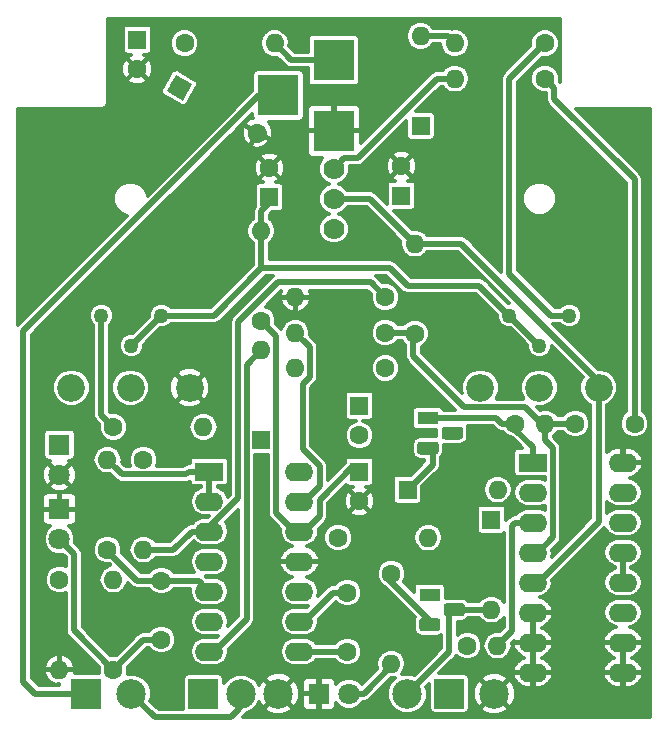
<source format=gbr>
G04 #@! TF.GenerationSoftware,KiCad,Pcbnew,(5.0.0-3-g5ebb6b6)*
G04 #@! TF.CreationDate,2018-09-09T10:20:45+01:00*
G04 #@! TF.ProjectId,EngineersThumb,456E67696E656572735468756D622E6B,rev?*
G04 #@! TF.SameCoordinates,Original*
G04 #@! TF.FileFunction,Copper,L2,Bot,Signal*
G04 #@! TF.FilePolarity,Positive*
%FSLAX46Y46*%
G04 Gerber Fmt 4.6, Leading zero omitted, Abs format (unit mm)*
G04 Created by KiCad (PCBNEW (5.0.0-3-g5ebb6b6)) date Sunday, 09 September 2018 at 10:20:45*
%MOMM*%
%LPD*%
G01*
G04 APERTURE LIST*
G04 #@! TA.AperFunction,Conductor*
%ADD10C,0.100000*%
G04 #@! TD*
G04 #@! TA.AperFunction,ComponentPad*
%ADD11C,1.100000*%
G04 #@! TD*
G04 #@! TA.AperFunction,ComponentPad*
%ADD12R,1.800000X1.100000*%
G04 #@! TD*
G04 #@! TA.AperFunction,ComponentPad*
%ADD13C,1.778000*%
G04 #@! TD*
G04 #@! TA.AperFunction,ComponentPad*
%ADD14O,1.600000X1.600000*%
G04 #@! TD*
G04 #@! TA.AperFunction,ComponentPad*
%ADD15R,1.600000X1.600000*%
G04 #@! TD*
G04 #@! TA.AperFunction,ComponentPad*
%ADD16C,1.600000*%
G04 #@! TD*
G04 #@! TA.AperFunction,ComponentPad*
%ADD17R,3.500120X3.500120*%
G04 #@! TD*
G04 #@! TA.AperFunction,Conductor*
%ADD18C,1.600000*%
G04 #@! TD*
G04 #@! TA.AperFunction,ComponentPad*
%ADD19C,2.340000*%
G04 #@! TD*
G04 #@! TA.AperFunction,ComponentPad*
%ADD20R,2.400000X1.600000*%
G04 #@! TD*
G04 #@! TA.AperFunction,ComponentPad*
%ADD21O,2.400000X1.600000*%
G04 #@! TD*
G04 #@! TA.AperFunction,ComponentPad*
%ADD22C,1.260000*%
G04 #@! TD*
G04 #@! TA.AperFunction,ComponentPad*
%ADD23C,1.800000*%
G04 #@! TD*
G04 #@! TA.AperFunction,ComponentPad*
%ADD24R,1.800000X1.800000*%
G04 #@! TD*
G04 #@! TA.AperFunction,ComponentPad*
%ADD25R,2.500000X2.500000*%
G04 #@! TD*
G04 #@! TA.AperFunction,ComponentPad*
%ADD26C,2.500000*%
G04 #@! TD*
G04 #@! TA.AperFunction,ComponentPad*
%ADD27R,2.499360X2.499360*%
G04 #@! TD*
G04 #@! TA.AperFunction,ComponentPad*
%ADD28C,2.499360*%
G04 #@! TD*
G04 #@! TA.AperFunction,Conductor*
%ADD29C,0.500000*%
G04 #@! TD*
G04 #@! TA.AperFunction,Conductor*
%ADD30C,0.300000*%
G04 #@! TD*
G04 APERTURE END LIST*
D10*
G04 #@! TO.N,Net-(D6-Pad2)*
G04 #@! TO.C,Q1*
G36*
X154821955Y-76951324D02*
X154848650Y-76955284D01*
X154874828Y-76961841D01*
X154900238Y-76970933D01*
X154924634Y-76982472D01*
X154947782Y-76996346D01*
X154969458Y-77012422D01*
X154989454Y-77030546D01*
X155007578Y-77050542D01*
X155023654Y-77072218D01*
X155037528Y-77095366D01*
X155049067Y-77119762D01*
X155058159Y-77145172D01*
X155064716Y-77171350D01*
X155068676Y-77198045D01*
X155070000Y-77225000D01*
X155070000Y-77775000D01*
X155068676Y-77801955D01*
X155064716Y-77828650D01*
X155058159Y-77854828D01*
X155049067Y-77880238D01*
X155037528Y-77904634D01*
X155023654Y-77927782D01*
X155007578Y-77949458D01*
X154989454Y-77969454D01*
X154969458Y-77987578D01*
X154947782Y-78003654D01*
X154924634Y-78017528D01*
X154900238Y-78029067D01*
X154874828Y-78038159D01*
X154848650Y-78044716D01*
X154821955Y-78048676D01*
X154795000Y-78050000D01*
X153545000Y-78050000D01*
X153518045Y-78048676D01*
X153491350Y-78044716D01*
X153465172Y-78038159D01*
X153439762Y-78029067D01*
X153415366Y-78017528D01*
X153392218Y-78003654D01*
X153370542Y-77987578D01*
X153350546Y-77969454D01*
X153332422Y-77949458D01*
X153316346Y-77927782D01*
X153302472Y-77904634D01*
X153290933Y-77880238D01*
X153281841Y-77854828D01*
X153275284Y-77828650D01*
X153271324Y-77801955D01*
X153270000Y-77775000D01*
X153270000Y-77225000D01*
X153271324Y-77198045D01*
X153275284Y-77171350D01*
X153281841Y-77145172D01*
X153290933Y-77119762D01*
X153302472Y-77095366D01*
X153316346Y-77072218D01*
X153332422Y-77050542D01*
X153350546Y-77030546D01*
X153370542Y-77012422D01*
X153392218Y-76996346D01*
X153415366Y-76982472D01*
X153439762Y-76970933D01*
X153465172Y-76961841D01*
X153491350Y-76955284D01*
X153518045Y-76951324D01*
X153545000Y-76950000D01*
X154795000Y-76950000D01*
X154821955Y-76951324D01*
X154821955Y-76951324D01*
G37*
D11*
G04 #@! TD*
G04 #@! TO.P,Q1,2*
G04 #@! TO.N,Net-(D6-Pad2)*
X154170000Y-77500000D03*
D10*
G04 #@! TO.N,Net-(D6-Pad1)*
G04 #@! TO.C,Q1*
G36*
X152751955Y-78221324D02*
X152778650Y-78225284D01*
X152804828Y-78231841D01*
X152830238Y-78240933D01*
X152854634Y-78252472D01*
X152877782Y-78266346D01*
X152899458Y-78282422D01*
X152919454Y-78300546D01*
X152937578Y-78320542D01*
X152953654Y-78342218D01*
X152967528Y-78365366D01*
X152979067Y-78389762D01*
X152988159Y-78415172D01*
X152994716Y-78441350D01*
X152998676Y-78468045D01*
X153000000Y-78495000D01*
X153000000Y-79045000D01*
X152998676Y-79071955D01*
X152994716Y-79098650D01*
X152988159Y-79124828D01*
X152979067Y-79150238D01*
X152967528Y-79174634D01*
X152953654Y-79197782D01*
X152937578Y-79219458D01*
X152919454Y-79239454D01*
X152899458Y-79257578D01*
X152877782Y-79273654D01*
X152854634Y-79287528D01*
X152830238Y-79299067D01*
X152804828Y-79308159D01*
X152778650Y-79314716D01*
X152751955Y-79318676D01*
X152725000Y-79320000D01*
X151475000Y-79320000D01*
X151448045Y-79318676D01*
X151421350Y-79314716D01*
X151395172Y-79308159D01*
X151369762Y-79299067D01*
X151345366Y-79287528D01*
X151322218Y-79273654D01*
X151300542Y-79257578D01*
X151280546Y-79239454D01*
X151262422Y-79219458D01*
X151246346Y-79197782D01*
X151232472Y-79174634D01*
X151220933Y-79150238D01*
X151211841Y-79124828D01*
X151205284Y-79098650D01*
X151201324Y-79071955D01*
X151200000Y-79045000D01*
X151200000Y-78495000D01*
X151201324Y-78468045D01*
X151205284Y-78441350D01*
X151211841Y-78415172D01*
X151220933Y-78389762D01*
X151232472Y-78365366D01*
X151246346Y-78342218D01*
X151262422Y-78320542D01*
X151280546Y-78300546D01*
X151300542Y-78282422D01*
X151322218Y-78266346D01*
X151345366Y-78252472D01*
X151369762Y-78240933D01*
X151395172Y-78231841D01*
X151421350Y-78225284D01*
X151448045Y-78221324D01*
X151475000Y-78220000D01*
X152725000Y-78220000D01*
X152751955Y-78221324D01*
X152751955Y-78221324D01*
G37*
D11*
G04 #@! TD*
G04 #@! TO.P,Q1,3*
G04 #@! TO.N,Net-(D6-Pad1)*
X152100000Y-78770000D03*
D12*
G04 #@! TO.P,Q1,1*
G04 #@! TO.N,Net-(Q1-Pad1)*
X152100000Y-76230000D03*
G04 #@! TD*
D13*
G04 #@! TO.P,SW1,1*
G04 #@! TO.N,Net-(R9-Pad2)*
X144145000Y-55120000D03*
G04 #@! TO.P,SW1,2*
G04 #@! TO.N,Net-(C4-Pad2)*
X144145000Y-57660000D03*
G04 #@! TO.P,SW1,3*
G04 #@! TO.N,N/C*
X144145000Y-60200000D03*
G04 #@! TD*
D14*
G04 #@! TO.P,D6,2*
G04 #@! TO.N,Net-(D6-Pad2)*
X158000000Y-82296000D03*
D15*
G04 #@! TO.P,D6,1*
G04 #@! TO.N,Net-(D6-Pad1)*
X150380000Y-82296000D03*
G04 #@! TD*
D16*
G04 #@! TO.P,R3,1*
G04 #@! TO.N,Net-(C3-Pad1)*
X125476000Y-97536000D03*
D14*
G04 #@! TO.P,R3,2*
G04 #@! TO.N,Net-(J2-Pad1)*
X125476000Y-89916000D03*
G04 #@! TD*
D17*
G04 #@! TO.P,J1,1*
G04 #@! TO.N,GND*
X144145000Y-51920140D03*
G04 #@! TO.P,J1,2*
G04 #@! TO.N,Net-(J1-Pad2)*
X144145000Y-45920660D03*
G04 #@! TO.P,J1,3*
G04 #@! TO.N,Net-(BT1-Pad1)*
X139446000Y-48920400D03*
G04 #@! TD*
D16*
G04 #@! TO.P,R2,1*
G04 #@! TO.N,Net-(J2-Pad1)*
X120904000Y-89916000D03*
D14*
G04 #@! TO.P,R2,2*
G04 #@! TO.N,GND*
X120904000Y-97536000D03*
G04 #@! TD*
D16*
G04 #@! TO.P,R5,1*
G04 #@! TO.N,Net-(C2-Pad1)*
X148500000Y-66000000D03*
D14*
G04 #@! TO.P,R5,2*
G04 #@! TO.N,GND*
X140880000Y-66000000D03*
G04 #@! TD*
D16*
G04 #@! TO.P,D1,1*
G04 #@! TO.N,+9V*
X131064000Y-48260000D03*
D10*
G04 #@! TD*
G04 #@! TO.N,+9V*
G04 #@! TO.C,D1*
G36*
X129971180Y-48552820D02*
X130771180Y-47167180D01*
X132156820Y-47967180D01*
X131356820Y-49352820D01*
X129971180Y-48552820D01*
X129971180Y-48552820D01*
G37*
D16*
G04 #@! TO.P,D1,2*
G04 #@! TO.N,GND*
X137663114Y-52070000D03*
D18*
G04 #@! TD*
G04 #@! TO.N,GND*
G04 #@! TO.C,D1*
X137663114Y-52070000D02*
X137663114Y-52070000D01*
D19*
G04 #@! TO.P,RV1,3*
G04 #@! TO.N,Net-(C4-Pad2)*
X166544000Y-73660000D03*
G04 #@! TO.P,RV1,2*
G04 #@! TO.N,Net-(C4-Pad1)*
X161544000Y-73660000D03*
G04 #@! TO.P,RV1,1*
G04 #@! TO.N,N/C*
X156544000Y-73660000D03*
G04 #@! TD*
D16*
G04 #@! TO.P,C3,1*
G04 #@! TO.N,Net-(C3-Pad1)*
X129540000Y-94996000D03*
G04 #@! TO.P,C3,2*
G04 #@! TO.N,Net-(C3-Pad2)*
X129540000Y-89996000D03*
G04 #@! TD*
G04 #@! TO.P,C4,1*
G04 #@! TO.N,Net-(C4-Pad1)*
X145288000Y-96012000D03*
G04 #@! TO.P,C4,2*
G04 #@! TO.N,Net-(C4-Pad2)*
X145288000Y-91012000D03*
G04 #@! TD*
D20*
G04 #@! TO.P,U2,1*
G04 #@! TO.N,Net-(Q1-Pad1)*
X161000000Y-80000000D03*
D21*
G04 #@! TO.P,U2,9*
G04 #@! TO.N,GND*
X168620000Y-97780000D03*
G04 #@! TO.P,U2,2*
G04 #@! TO.N,N/C*
X161000000Y-82540000D03*
G04 #@! TO.P,U2,10*
G04 #@! TO.N,GND*
X168620000Y-95240000D03*
G04 #@! TO.P,U2,3*
G04 #@! TO.N,Net-(R12-Pad2)*
X161000000Y-85080000D03*
G04 #@! TO.P,U2,11*
G04 #@! TO.N,+9V*
X168620000Y-92700000D03*
G04 #@! TO.P,U2,4*
G04 #@! TO.N,VCC*
X161000000Y-87620000D03*
G04 #@! TO.P,U2,12*
G04 #@! TO.N,Net-(U2-Pad12)*
X168620000Y-90160000D03*
G04 #@! TO.P,U2,5*
G04 #@! TO.N,Net-(C4-Pad2)*
X161000000Y-90160000D03*
G04 #@! TO.P,U2,13*
G04 #@! TO.N,Net-(U2-Pad12)*
X168620000Y-87620000D03*
G04 #@! TO.P,U2,6*
G04 #@! TO.N,GND*
X161000000Y-92700000D03*
G04 #@! TO.P,U2,14*
G04 #@! TO.N,N/C*
X168620000Y-85080000D03*
G04 #@! TO.P,U2,7*
G04 #@! TO.N,GND*
X161000000Y-95240000D03*
G04 #@! TO.P,U2,15*
G04 #@! TO.N,N/C*
X168620000Y-82540000D03*
G04 #@! TO.P,U2,8*
G04 #@! TO.N,GND*
X161000000Y-97780000D03*
G04 #@! TO.P,U2,16*
X168620000Y-80000000D03*
G04 #@! TD*
D16*
G04 #@! TO.P,C6,1*
G04 #@! TO.N,VCC*
X164592000Y-76708000D03*
G04 #@! TO.P,C6,2*
G04 #@! TO.N,Net-(C6-Pad2)*
X169592000Y-76708000D03*
G04 #@! TD*
D15*
G04 #@! TO.P,D4,1*
G04 #@! TO.N,Net-(D4-Pad1)*
X138000000Y-78120000D03*
D14*
G04 #@! TO.P,D4,2*
G04 #@! TO.N,Net-(D4-Pad2)*
X138000000Y-70500000D03*
G04 #@! TD*
G04 #@! TO.P,D5,2*
G04 #@! TO.N,Net-(D5-Pad2)*
X151500000Y-43880000D03*
D15*
G04 #@! TO.P,D5,1*
G04 #@! TO.N,Net-(D4-Pad2)*
X151500000Y-51500000D03*
G04 #@! TD*
G04 #@! TO.P,D7,1*
G04 #@! TO.N,+9V*
X157480000Y-84836000D03*
D14*
G04 #@! TO.P,D7,2*
G04 #@! TO.N,Net-(D7-Pad2)*
X157480000Y-92456000D03*
G04 #@! TD*
G04 #@! TO.P,R1,2*
G04 #@! TO.N,Net-(J1-Pad2)*
X139120000Y-44500000D03*
D16*
G04 #@! TO.P,R1,1*
G04 #@! TO.N,+9V*
X131500000Y-44500000D03*
G04 #@! TD*
D14*
G04 #@! TO.P,R7,2*
G04 #@! TO.N,Net-(D4-Pad1)*
X133096000Y-77000000D03*
D16*
G04 #@! TO.P,R7,1*
G04 #@! TO.N,Net-(R7-Pad1)*
X125476000Y-77000000D03*
G04 #@! TD*
G04 #@! TO.P,R8,1*
G04 #@! TO.N,Net-(R8-Pad1)*
X162000000Y-44500000D03*
D14*
G04 #@! TO.P,R8,2*
G04 #@! TO.N,Net-(D5-Pad2)*
X154380000Y-44500000D03*
G04 #@! TD*
D16*
G04 #@! TO.P,R9,1*
G04 #@! TO.N,Net-(C6-Pad2)*
X162000000Y-47500000D03*
D14*
G04 #@! TO.P,R9,2*
G04 #@! TO.N,Net-(R9-Pad2)*
X154380000Y-47500000D03*
G04 #@! TD*
G04 #@! TO.P,R10,2*
G04 #@! TO.N,Net-(C5-Pad1)*
X138000000Y-60380000D03*
D16*
G04 #@! TO.P,R10,1*
G04 #@! TO.N,Net-(C7-Pad1)*
X138000000Y-68000000D03*
G04 #@! TD*
D14*
G04 #@! TO.P,R11,2*
G04 #@! TO.N,Net-(C4-Pad2)*
X151000000Y-61468000D03*
D16*
G04 #@! TO.P,R11,1*
G04 #@! TO.N,VCC*
X151000000Y-69088000D03*
G04 #@! TD*
G04 #@! TO.P,R14,1*
G04 #@! TO.N,Net-(C4-Pad1)*
X148500000Y-72000000D03*
D14*
G04 #@! TO.P,R14,2*
G04 #@! TO.N,Net-(C8-Pad1)*
X140880000Y-72000000D03*
G04 #@! TD*
G04 #@! TO.P,R15,2*
G04 #@! TO.N,Net-(D6-Pad1)*
X140880000Y-69000000D03*
D16*
G04 #@! TO.P,R15,1*
G04 #@! TO.N,VCC*
X148500000Y-69000000D03*
G04 #@! TD*
G04 #@! TO.P,R17,1*
G04 #@! TO.N,Net-(Q2-Pad3)*
X149000000Y-89408000D03*
D14*
G04 #@! TO.P,R17,2*
G04 #@! TO.N,Net-(D8-Pad2)*
X149000000Y-97028000D03*
G04 #@! TD*
D19*
G04 #@! TO.P,RV4,3*
G04 #@! TO.N,GND*
X131920000Y-73660000D03*
G04 #@! TO.P,RV4,2*
G04 #@! TO.N,Net-(J4-Pad1)*
X126920000Y-73660000D03*
G04 #@! TO.P,RV4,1*
G04 #@! TO.N,Net-(C8-Pad2)*
X121920000Y-73660000D03*
G04 #@! TD*
D12*
G04 #@! TO.P,Q2,1*
G04 #@! TO.N,+9V*
X152254000Y-91186000D03*
D10*
G04 #@! TD*
G04 #@! TO.N,Net-(Q2-Pad3)*
G04 #@! TO.C,Q2*
G36*
X152905955Y-93177324D02*
X152932650Y-93181284D01*
X152958828Y-93187841D01*
X152984238Y-93196933D01*
X153008634Y-93208472D01*
X153031782Y-93222346D01*
X153053458Y-93238422D01*
X153073454Y-93256546D01*
X153091578Y-93276542D01*
X153107654Y-93298218D01*
X153121528Y-93321366D01*
X153133067Y-93345762D01*
X153142159Y-93371172D01*
X153148716Y-93397350D01*
X153152676Y-93424045D01*
X153154000Y-93451000D01*
X153154000Y-94001000D01*
X153152676Y-94027955D01*
X153148716Y-94054650D01*
X153142159Y-94080828D01*
X153133067Y-94106238D01*
X153121528Y-94130634D01*
X153107654Y-94153782D01*
X153091578Y-94175458D01*
X153073454Y-94195454D01*
X153053458Y-94213578D01*
X153031782Y-94229654D01*
X153008634Y-94243528D01*
X152984238Y-94255067D01*
X152958828Y-94264159D01*
X152932650Y-94270716D01*
X152905955Y-94274676D01*
X152879000Y-94276000D01*
X151629000Y-94276000D01*
X151602045Y-94274676D01*
X151575350Y-94270716D01*
X151549172Y-94264159D01*
X151523762Y-94255067D01*
X151499366Y-94243528D01*
X151476218Y-94229654D01*
X151454542Y-94213578D01*
X151434546Y-94195454D01*
X151416422Y-94175458D01*
X151400346Y-94153782D01*
X151386472Y-94130634D01*
X151374933Y-94106238D01*
X151365841Y-94080828D01*
X151359284Y-94054650D01*
X151355324Y-94027955D01*
X151354000Y-94001000D01*
X151354000Y-93451000D01*
X151355324Y-93424045D01*
X151359284Y-93397350D01*
X151365841Y-93371172D01*
X151374933Y-93345762D01*
X151386472Y-93321366D01*
X151400346Y-93298218D01*
X151416422Y-93276542D01*
X151434546Y-93256546D01*
X151454542Y-93238422D01*
X151476218Y-93222346D01*
X151499366Y-93208472D01*
X151523762Y-93196933D01*
X151549172Y-93187841D01*
X151575350Y-93181284D01*
X151602045Y-93177324D01*
X151629000Y-93176000D01*
X152879000Y-93176000D01*
X152905955Y-93177324D01*
X152905955Y-93177324D01*
G37*
D11*
G04 #@! TO.P,Q2,3*
G04 #@! TO.N,Net-(Q2-Pad3)*
X152254000Y-93726000D03*
D10*
G04 #@! TD*
G04 #@! TO.N,Net-(D7-Pad2)*
G04 #@! TO.C,Q2*
G36*
X154975955Y-91907324D02*
X155002650Y-91911284D01*
X155028828Y-91917841D01*
X155054238Y-91926933D01*
X155078634Y-91938472D01*
X155101782Y-91952346D01*
X155123458Y-91968422D01*
X155143454Y-91986546D01*
X155161578Y-92006542D01*
X155177654Y-92028218D01*
X155191528Y-92051366D01*
X155203067Y-92075762D01*
X155212159Y-92101172D01*
X155218716Y-92127350D01*
X155222676Y-92154045D01*
X155224000Y-92181000D01*
X155224000Y-92731000D01*
X155222676Y-92757955D01*
X155218716Y-92784650D01*
X155212159Y-92810828D01*
X155203067Y-92836238D01*
X155191528Y-92860634D01*
X155177654Y-92883782D01*
X155161578Y-92905458D01*
X155143454Y-92925454D01*
X155123458Y-92943578D01*
X155101782Y-92959654D01*
X155078634Y-92973528D01*
X155054238Y-92985067D01*
X155028828Y-92994159D01*
X155002650Y-93000716D01*
X154975955Y-93004676D01*
X154949000Y-93006000D01*
X153699000Y-93006000D01*
X153672045Y-93004676D01*
X153645350Y-93000716D01*
X153619172Y-92994159D01*
X153593762Y-92985067D01*
X153569366Y-92973528D01*
X153546218Y-92959654D01*
X153524542Y-92943578D01*
X153504546Y-92925454D01*
X153486422Y-92905458D01*
X153470346Y-92883782D01*
X153456472Y-92860634D01*
X153444933Y-92836238D01*
X153435841Y-92810828D01*
X153429284Y-92784650D01*
X153425324Y-92757955D01*
X153424000Y-92731000D01*
X153424000Y-92181000D01*
X153425324Y-92154045D01*
X153429284Y-92127350D01*
X153435841Y-92101172D01*
X153444933Y-92075762D01*
X153456472Y-92051366D01*
X153470346Y-92028218D01*
X153486422Y-92006542D01*
X153504546Y-91986546D01*
X153524542Y-91968422D01*
X153546218Y-91952346D01*
X153569366Y-91938472D01*
X153593762Y-91926933D01*
X153619172Y-91917841D01*
X153645350Y-91911284D01*
X153672045Y-91907324D01*
X153699000Y-91906000D01*
X154949000Y-91906000D01*
X154975955Y-91907324D01*
X154975955Y-91907324D01*
G37*
D11*
G04 #@! TO.P,Q2,2*
G04 #@! TO.N,Net-(D7-Pad2)*
X154324000Y-92456000D03*
G04 #@! TD*
D22*
G04 #@! TO.P,RV2,3*
G04 #@! TO.N,Net-(R7-Pad1)*
X124460000Y-67564000D03*
G04 #@! TO.P,RV2,2*
G04 #@! TO.N,Net-(C5-Pad1)*
X127000000Y-70104000D03*
G04 #@! TO.P,RV2,1*
X129540000Y-67564000D03*
G04 #@! TD*
G04 #@! TO.P,RV3,1*
G04 #@! TO.N,Net-(R8-Pad1)*
X164084000Y-67564000D03*
G04 #@! TO.P,RV3,2*
G04 #@! TO.N,Net-(C5-Pad1)*
X161544000Y-70104000D03*
G04 #@! TO.P,RV3,3*
X159004000Y-67564000D03*
G04 #@! TD*
D20*
G04 #@! TO.P,U1,1*
G04 #@! TO.N,VCC*
X133604000Y-80760000D03*
D21*
G04 #@! TO.P,U1,8*
G04 #@! TO.N,Net-(C4-Pad1)*
X141224000Y-96000000D03*
G04 #@! TO.P,U1,2*
G04 #@! TO.N,VCC*
X133604000Y-83300000D03*
G04 #@! TO.P,U1,9*
G04 #@! TO.N,Net-(C4-Pad2)*
X141224000Y-93460000D03*
G04 #@! TO.P,U1,3*
G04 #@! TO.N,Net-(C2-Pad1)*
X133604000Y-85840000D03*
G04 #@! TO.P,U1,10*
G04 #@! TO.N,Net-(C3-Pad2)*
X141224000Y-90920000D03*
G04 #@! TO.P,U1,4*
G04 #@! TO.N,+9V*
X133604000Y-88380000D03*
G04 #@! TO.P,U1,11*
G04 #@! TO.N,GND*
X141224000Y-88380000D03*
G04 #@! TO.P,U1,5*
G04 #@! TO.N,Net-(C3-Pad2)*
X133604000Y-90920000D03*
G04 #@! TO.P,U1,12*
G04 #@! TO.N,Net-(C7-Pad1)*
X141224000Y-85840000D03*
G04 #@! TO.P,U1,6*
G04 #@! TO.N,Net-(D4-Pad1)*
X133604000Y-93460000D03*
G04 #@! TO.P,U1,13*
G04 #@! TO.N,Net-(D6-Pad1)*
X141224000Y-83300000D03*
G04 #@! TO.P,U1,7*
G04 #@! TO.N,Net-(D4-Pad2)*
X133604000Y-96000000D03*
G04 #@! TO.P,U1,14*
G04 #@! TO.N,Net-(D6-Pad2)*
X141224000Y-80760000D03*
G04 #@! TD*
D15*
G04 #@! TO.P,C1,1*
G04 #@! TO.N,+9V*
X127500000Y-44196000D03*
D16*
G04 #@! TO.P,C1,2*
G04 #@! TO.N,GND*
X127500000Y-46696000D03*
G04 #@! TD*
G04 #@! TO.P,C2,2*
G04 #@! TO.N,GND*
X149860000Y-54904000D03*
D15*
G04 #@! TO.P,C2,1*
G04 #@! TO.N,Net-(C2-Pad1)*
X149860000Y-57404000D03*
G04 #@! TD*
G04 #@! TO.P,C5,1*
G04 #@! TO.N,Net-(C5-Pad1)*
X138684000Y-57531000D03*
D16*
G04 #@! TO.P,C5,2*
G04 #@! TO.N,GND*
X138684000Y-55031000D03*
G04 #@! TD*
G04 #@! TO.P,C7,2*
G04 #@! TO.N,GND*
X146304000Y-83272000D03*
D15*
G04 #@! TO.P,C7,1*
G04 #@! TO.N,Net-(C7-Pad1)*
X146304000Y-80772000D03*
G04 #@! TD*
D16*
G04 #@! TO.P,C8,2*
G04 #@! TO.N,Net-(C8-Pad2)*
X146304000Y-77684000D03*
D15*
G04 #@! TO.P,C8,1*
G04 #@! TO.N,Net-(C8-Pad1)*
X146304000Y-75184000D03*
G04 #@! TD*
D23*
G04 #@! TO.P,D2,2*
G04 #@! TO.N,Net-(C3-Pad1)*
X120904000Y-86500000D03*
D24*
G04 #@! TO.P,D2,1*
G04 #@! TO.N,GND*
X120904000Y-83960000D03*
G04 #@! TD*
G04 #@! TO.P,D3,1*
G04 #@! TO.N,Net-(C3-Pad1)*
X120904000Y-78500000D03*
D23*
G04 #@! TO.P,D3,2*
G04 #@! TO.N,GND*
X120904000Y-81040000D03*
G04 #@! TD*
D24*
G04 #@! TO.P,D8,1*
G04 #@! TO.N,GND*
X142875000Y-99568000D03*
D23*
G04 #@! TO.P,D8,2*
G04 #@! TO.N,Net-(D8-Pad2)*
X145415000Y-99568000D03*
G04 #@! TD*
D16*
G04 #@! TO.P,R16,1*
G04 #@! TO.N,Net-(Q1-Pad1)*
X159512000Y-76708000D03*
D14*
G04 #@! TO.P,R16,2*
G04 #@! TO.N,VCC*
X162052000Y-76708000D03*
G04 #@! TD*
D16*
G04 #@! TO.P,R12,1*
G04 #@! TO.N,Net-(C4-Pad1)*
X155448000Y-95504000D03*
D14*
G04 #@! TO.P,R12,2*
G04 #@! TO.N,Net-(R12-Pad2)*
X157988000Y-95504000D03*
G04 #@! TD*
D16*
G04 #@! TO.P,R6,1*
G04 #@! TO.N,Net-(C3-Pad2)*
X124968000Y-87376000D03*
D14*
G04 #@! TO.P,R6,2*
G04 #@! TO.N,VCC*
X124968000Y-79756000D03*
G04 #@! TD*
D16*
G04 #@! TO.P,R4,1*
G04 #@! TO.N,+9V*
X128016000Y-79756000D03*
D14*
G04 #@! TO.P,R4,2*
G04 #@! TO.N,Net-(C2-Pad1)*
X128016000Y-87376000D03*
G04 #@! TD*
D16*
G04 #@! TO.P,R13,1*
G04 #@! TO.N,VCC*
X144500000Y-86360000D03*
D14*
G04 #@! TO.P,R13,2*
G04 #@! TO.N,Net-(R12-Pad2)*
X152120000Y-86360000D03*
G04 #@! TD*
D25*
G04 #@! TO.P,BT1,1*
G04 #@! TO.N,Net-(BT1-Pad1)*
X123190000Y-99568000D03*
D26*
G04 #@! TO.P,BT1,2*
G04 #@! TO.N,Net-(BT1-Pad2)*
X127000000Y-99568000D03*
G04 #@! TD*
D27*
G04 #@! TO.P,J2,1*
G04 #@! TO.N,Net-(J2-Pad1)*
X133096000Y-99568000D03*
D28*
G04 #@! TO.P,J2,2*
G04 #@! TO.N,Net-(BT1-Pad2)*
X136271000Y-99568000D03*
G04 #@! TO.P,J2,3*
G04 #@! TO.N,GND*
X139446000Y-99568000D03*
G04 #@! TD*
D26*
G04 #@! TO.P,J3,1*
G04 #@! TO.N,Net-(D7-Pad2)*
X150368000Y-99568000D03*
G04 #@! TD*
D25*
G04 #@! TO.P,J4,1*
G04 #@! TO.N,Net-(J4-Pad1)*
X153924000Y-99568000D03*
D26*
G04 #@! TO.P,J4,2*
G04 #@! TO.N,GND*
X157734000Y-99568000D03*
G04 #@! TD*
D29*
G04 #@! TO.N,VCC*
X162052000Y-76708000D02*
X164592000Y-76708000D01*
X162700000Y-86320000D02*
X161400000Y-87620000D01*
X162700000Y-78779370D02*
X162700000Y-86320000D01*
X162052000Y-78131370D02*
X162700000Y-78779370D01*
X161400000Y-87620000D02*
X161000000Y-87620000D01*
X160332001Y-75280001D02*
X162052000Y-77000000D01*
X155160001Y-75280001D02*
X160332001Y-75280001D01*
X148500000Y-69000000D02*
X150788000Y-69000000D01*
X150876000Y-70996000D02*
X155160001Y-75280001D01*
X150788000Y-69000000D02*
X150876000Y-69088000D01*
X162052000Y-77000000D02*
X162052000Y-78131370D01*
X150876000Y-69088000D02*
X150876000Y-70996000D01*
X133604000Y-80760000D02*
X133604000Y-83300000D01*
X125767999Y-80555999D02*
X124968000Y-79756000D01*
X126218001Y-81006001D02*
X125767999Y-80555999D01*
X131657999Y-81006001D02*
X126218001Y-81006001D01*
X131904000Y-80760000D02*
X131657999Y-81006001D01*
X133604000Y-80760000D02*
X131904000Y-80760000D01*
G04 #@! TO.N,Net-(D4-Pad2)*
X136749999Y-71750001D02*
X136749999Y-93254001D01*
X134004000Y-96000000D02*
X133604000Y-96000000D01*
X136749999Y-93254001D02*
X134004000Y-96000000D01*
X138000000Y-70500000D02*
X136749999Y-71750001D01*
G04 #@! TO.N,Net-(BT1-Pad2)*
X136144000Y-100892000D02*
X136144000Y-100076000D01*
X135453010Y-101582990D02*
X136144000Y-100892000D01*
X129014990Y-101582990D02*
X135453010Y-101582990D01*
X127000000Y-99568000D02*
X129014990Y-101582990D01*
G04 #@! TO.N,Net-(BT1-Pad1)*
X118872000Y-99568000D02*
X123190000Y-99568000D01*
X117856000Y-98552000D02*
X118872000Y-99568000D01*
X117856000Y-68895340D02*
X117856000Y-98552000D01*
X137830940Y-48920400D02*
X117856000Y-68895340D01*
X140081000Y-48920400D02*
X137830940Y-48920400D01*
G04 #@! TO.N,Net-(Q1-Pad1)*
X161000000Y-78704000D02*
X161000000Y-80000000D01*
X159512000Y-77216000D02*
X161000000Y-78704000D01*
X158380630Y-76708000D02*
X159512000Y-76708000D01*
X157902630Y-76230000D02*
X158380630Y-76708000D01*
X152500000Y-76230000D02*
X157902630Y-76230000D01*
G04 #@! TO.N,Net-(C2-Pad1)*
X147249999Y-64749999D02*
X148500000Y-66000000D01*
X139399999Y-64749999D02*
X147249999Y-64749999D01*
X136049989Y-68100009D02*
X139399999Y-64749999D01*
X136049989Y-83021792D02*
X136049989Y-68100009D01*
X133604000Y-85467781D02*
X136049989Y-83021792D01*
X133604000Y-85840000D02*
X133604000Y-85467781D01*
X132092000Y-85840000D02*
X133604000Y-85840000D01*
X130556000Y-87376000D02*
X132092000Y-85840000D01*
X128016000Y-87376000D02*
X130556000Y-87376000D01*
G04 #@! TO.N,Net-(C3-Pad1)*
X122154001Y-94214001D02*
X125476000Y-97536000D01*
X122154001Y-87750001D02*
X122154001Y-94214001D01*
X120904000Y-86500000D02*
X122154001Y-87750001D01*
X128016000Y-94996000D02*
X129540000Y-94996000D01*
X125476000Y-97536000D02*
X128016000Y-94996000D01*
G04 #@! TO.N,Net-(C4-Pad1)*
X145276000Y-96000000D02*
X145288000Y-96012000D01*
X141224000Y-96000000D02*
X145276000Y-96000000D01*
G04 #@! TO.N,Net-(C4-Pad2)*
X161400000Y-90160000D02*
X161000000Y-90160000D01*
X166544000Y-85016000D02*
X161400000Y-90160000D01*
X166544000Y-73660000D02*
X166544000Y-85016000D01*
X154940000Y-61468000D02*
X150876000Y-61468000D01*
X166624000Y-73152000D02*
X154940000Y-61468000D01*
X166624000Y-73660000D02*
X166624000Y-73152000D01*
X144072000Y-91012000D02*
X145288000Y-91012000D01*
X141624000Y-93460000D02*
X144072000Y-91012000D01*
X141224000Y-93460000D02*
X141624000Y-93460000D01*
X147192000Y-57660000D02*
X144145000Y-57660000D01*
X151000000Y-61468000D02*
X147192000Y-57660000D01*
G04 #@! TO.N,Net-(D8-Pad2)*
X146685000Y-99568000D02*
X145796000Y-99568000D01*
X149000000Y-97253000D02*
X146685000Y-99568000D01*
X149000000Y-97028000D02*
X149000000Y-97253000D01*
G04 #@! TO.N,Net-(Q2-Pad3)*
X152654000Y-93726000D02*
X148844000Y-89916000D01*
G04 #@! TO.N,Net-(U2-Pad12)*
X168620000Y-87620000D02*
X168620000Y-90160000D01*
G04 #@! TO.N,Net-(D5-Pad2)*
X153760000Y-43880000D02*
X154380000Y-44500000D01*
X151500000Y-43880000D02*
X153760000Y-43880000D01*
G04 #@! TO.N,Net-(R8-Pad1)*
X159004000Y-47496000D02*
X162000000Y-44500000D01*
X159004000Y-64008000D02*
X159004000Y-47496000D01*
X162560000Y-67564000D02*
X159004000Y-64008000D01*
X164084000Y-67564000D02*
X162560000Y-67564000D01*
G04 #@! TO.N,Net-(C5-Pad1)*
X138000000Y-58723000D02*
X139192000Y-57531000D01*
X138000000Y-60380000D02*
X138000000Y-58723000D01*
X138000000Y-63500000D02*
X138000000Y-60380000D01*
X159004000Y-67564000D02*
X161544000Y-70104000D01*
X156464000Y-65024000D02*
X159004000Y-67564000D01*
X150374002Y-65024000D02*
X156464000Y-65024000D01*
X148850002Y-63500000D02*
X150374002Y-65024000D01*
X138000000Y-63500000D02*
X148850002Y-63500000D01*
X138000000Y-63564000D02*
X138000000Y-63500000D01*
X134000000Y-67564000D02*
X138000000Y-63564000D01*
X129540000Y-67564000D02*
X134000000Y-67564000D01*
X129540000Y-67564000D02*
X127000000Y-70104000D01*
G04 #@! TO.N,Net-(C3-Pad2)*
X124968000Y-87456000D02*
X127508000Y-89996000D01*
X124968000Y-87376000D02*
X124968000Y-87456000D01*
X132680000Y-89996000D02*
X133604000Y-90920000D01*
X127508000Y-89996000D02*
X132680000Y-89996000D01*
G04 #@! TO.N,Net-(C6-Pad2)*
X162799999Y-48299999D02*
X162000000Y-47500000D01*
X162799999Y-49242475D02*
X162799999Y-48299999D01*
X169592000Y-56034476D02*
X162799999Y-49242475D01*
X169592000Y-76708000D02*
X169592000Y-56034476D01*
G04 #@! TO.N,Net-(C7-Pad1)*
X139250001Y-69250001D02*
X138000000Y-68000000D01*
X139250001Y-84266001D02*
X139250001Y-69250001D01*
X140824000Y-85840000D02*
X139250001Y-84266001D01*
X141224000Y-85840000D02*
X140824000Y-85840000D01*
X145919781Y-80772000D02*
X146304000Y-80772000D01*
X141224000Y-85840000D02*
X141224000Y-85467781D01*
X142924000Y-83136000D02*
X145796000Y-80264000D01*
X142924000Y-84540000D02*
X142924000Y-83136000D01*
X141624000Y-85840000D02*
X142924000Y-84540000D01*
X141224000Y-85840000D02*
X141624000Y-85840000D01*
G04 #@! TO.N,Net-(D6-Pad1)*
X141679999Y-69799999D02*
X140880000Y-69000000D01*
X142130001Y-70250001D02*
X141679999Y-69799999D01*
X142130001Y-72736001D02*
X142130001Y-70250001D01*
X141480001Y-73386001D02*
X142130001Y-72736001D01*
X141480001Y-78848220D02*
X141480001Y-73386001D01*
X142924000Y-80292219D02*
X141480001Y-78848220D01*
X141624000Y-83300000D02*
X142924000Y-82000000D01*
X142924000Y-82000000D02*
X142924000Y-80292219D01*
X141224000Y-83300000D02*
X141624000Y-83300000D01*
X152500000Y-80176000D02*
X150380000Y-82296000D01*
X152500000Y-78770000D02*
X152500000Y-80176000D01*
G04 #@! TO.N,Net-(D7-Pad2)*
X153924000Y-92456000D02*
X157000000Y-92456000D01*
X153924000Y-96012000D02*
X150368000Y-99568000D01*
X153924000Y-92456000D02*
X153924000Y-96012000D01*
G04 #@! TO.N,Net-(J1-Pad2)*
X140540660Y-45920660D02*
X139120000Y-44500000D01*
X144780000Y-45920660D02*
X140540660Y-45920660D01*
G04 #@! TO.N,Net-(R7-Pad1)*
X124460000Y-75984000D02*
X125476000Y-77000000D01*
X124460000Y-67564000D02*
X124460000Y-75984000D01*
G04 #@! TO.N,Net-(R9-Pad2)*
X145033999Y-54231001D02*
X144145000Y-55120000D01*
X146144261Y-54231001D02*
X145033999Y-54231001D01*
X152875262Y-47500000D02*
X146144261Y-54231001D01*
X154380000Y-47500000D02*
X152875262Y-47500000D01*
G04 #@! TO.N,Net-(R12-Pad2)*
X159238001Y-85353999D02*
X159512000Y-85080000D01*
X159238001Y-94253999D02*
X159238001Y-85353999D01*
X157988000Y-95504000D02*
X159238001Y-94253999D01*
X161000000Y-85080000D02*
X159512000Y-85080000D01*
G04 #@! TD*
D30*
G04 #@! TO.N,GND*
G36*
X163305001Y-47795823D02*
X163304670Y-47795328D01*
X163246704Y-47756596D01*
X163250000Y-47748640D01*
X163250000Y-47251360D01*
X163059699Y-46791932D01*
X162708068Y-46440301D01*
X162248640Y-46250000D01*
X161751360Y-46250000D01*
X161291932Y-46440301D01*
X160940301Y-46791932D01*
X160750000Y-47251360D01*
X160750000Y-47748640D01*
X160940301Y-48208068D01*
X161291932Y-48559699D01*
X161751360Y-48750000D01*
X162100000Y-48750000D01*
X162099999Y-49173539D01*
X162086287Y-49242475D01*
X162099999Y-49311410D01*
X162099999Y-49311414D01*
X162140614Y-49515600D01*
X162295328Y-49747145D01*
X162353773Y-49786197D01*
X168892001Y-56324426D01*
X168892000Y-75644959D01*
X168883932Y-75648301D01*
X168532301Y-75999932D01*
X168342000Y-76459360D01*
X168342000Y-76956640D01*
X168532301Y-77416068D01*
X168883932Y-77767699D01*
X169343360Y-77958000D01*
X169840640Y-77958000D01*
X170300068Y-77767699D01*
X170651699Y-77416068D01*
X170842000Y-76956640D01*
X170842000Y-76459360D01*
X170651699Y-75999932D01*
X170300068Y-75648301D01*
X170292000Y-75644959D01*
X170292000Y-56103411D01*
X170305712Y-56034476D01*
X170292000Y-55965541D01*
X170292000Y-55965536D01*
X170251385Y-55761350D01*
X170096671Y-55529805D01*
X170038226Y-55490753D01*
X164602472Y-50055000D01*
X170925000Y-50055000D01*
X170925001Y-101583000D01*
X136442949Y-101583000D01*
X136590231Y-101435719D01*
X136648670Y-101396671D01*
X136687718Y-101338232D01*
X136687722Y-101338228D01*
X136782992Y-101195646D01*
X137233792Y-101008919D01*
X137439607Y-100803104D01*
X138281607Y-100803104D01*
X138408301Y-101081334D01*
X139066419Y-101363249D01*
X139782325Y-101371853D01*
X140447028Y-101105837D01*
X140483699Y-101081334D01*
X140610393Y-100803104D01*
X139446000Y-99638711D01*
X138281607Y-100803104D01*
X137439607Y-100803104D01*
X137711919Y-100530792D01*
X137803946Y-100308618D01*
X137908163Y-100569028D01*
X137932666Y-100605699D01*
X138210896Y-100732393D01*
X139375289Y-99568000D01*
X139516711Y-99568000D01*
X140681104Y-100732393D01*
X140959334Y-100605699D01*
X141241249Y-99947581D01*
X141243557Y-99755500D01*
X141425000Y-99755500D01*
X141425000Y-100577402D01*
X141508732Y-100779550D01*
X141663450Y-100934267D01*
X141865598Y-101018000D01*
X142687500Y-101018000D01*
X142825000Y-100880500D01*
X142825000Y-99618000D01*
X141562500Y-99618000D01*
X141425000Y-99755500D01*
X141243557Y-99755500D01*
X141249853Y-99231675D01*
X140983837Y-98566972D01*
X140978242Y-98558598D01*
X141425000Y-98558598D01*
X141425000Y-99380500D01*
X141562500Y-99518000D01*
X142825000Y-99518000D01*
X142825000Y-98255500D01*
X142687500Y-98118000D01*
X141865598Y-98118000D01*
X141663450Y-98201733D01*
X141508732Y-98356450D01*
X141425000Y-98558598D01*
X140978242Y-98558598D01*
X140959334Y-98530301D01*
X140681104Y-98403607D01*
X139516711Y-99568000D01*
X139375289Y-99568000D01*
X138210896Y-98403607D01*
X137932666Y-98530301D01*
X137804664Y-98829115D01*
X137711919Y-98605208D01*
X137439607Y-98332896D01*
X138281607Y-98332896D01*
X139446000Y-99497289D01*
X140610393Y-98332896D01*
X140483699Y-98054666D01*
X139825581Y-97772751D01*
X139109675Y-97764147D01*
X138444972Y-98030163D01*
X138408301Y-98054666D01*
X138281607Y-98332896D01*
X137439607Y-98332896D01*
X137233792Y-98127081D01*
X136609087Y-97868320D01*
X135932913Y-97868320D01*
X135308208Y-98127081D01*
X134830081Y-98605208D01*
X134804496Y-98666976D01*
X134804496Y-98318320D01*
X134769571Y-98142739D01*
X134670112Y-97993888D01*
X134521261Y-97894429D01*
X134345680Y-97859504D01*
X131846320Y-97859504D01*
X131670739Y-97894429D01*
X131521888Y-97993888D01*
X131422429Y-98142739D01*
X131387504Y-98318320D01*
X131387504Y-100817680D01*
X131400495Y-100882990D01*
X129304939Y-100882990D01*
X128591073Y-100169124D01*
X128700000Y-99906151D01*
X128700000Y-99229849D01*
X128441190Y-98605027D01*
X127962973Y-98126810D01*
X127338151Y-97868000D01*
X126691471Y-97868000D01*
X126726000Y-97784640D01*
X126726000Y-97287360D01*
X126722658Y-97279291D01*
X128305950Y-95696000D01*
X128476959Y-95696000D01*
X128480301Y-95704068D01*
X128831932Y-96055699D01*
X129291360Y-96246000D01*
X129788640Y-96246000D01*
X130248068Y-96055699D01*
X130599699Y-95704068D01*
X130790000Y-95244640D01*
X130790000Y-94747360D01*
X130599699Y-94287932D01*
X130248068Y-93936301D01*
X129788640Y-93746000D01*
X129291360Y-93746000D01*
X128831932Y-93936301D01*
X128480301Y-94287932D01*
X128476959Y-94296000D01*
X128084934Y-94296000D01*
X128015999Y-94282288D01*
X127947064Y-94296000D01*
X127947060Y-94296000D01*
X127742874Y-94336615D01*
X127742872Y-94336616D01*
X127742873Y-94336616D01*
X127569772Y-94452278D01*
X127569771Y-94452279D01*
X127511329Y-94491329D01*
X127472279Y-94549771D01*
X125732709Y-96289342D01*
X125724640Y-96286000D01*
X125227360Y-96286000D01*
X125219291Y-96289342D01*
X122854001Y-93924053D01*
X122854001Y-87818935D01*
X122867713Y-87750000D01*
X122854001Y-87681065D01*
X122854001Y-87681061D01*
X122813386Y-87476875D01*
X122745983Y-87376000D01*
X122697723Y-87303773D01*
X122697719Y-87303769D01*
X122658671Y-87245330D01*
X122600232Y-87206282D01*
X122521310Y-87127360D01*
X123718000Y-87127360D01*
X123718000Y-87624640D01*
X123908301Y-88084068D01*
X124259932Y-88435699D01*
X124719360Y-88626000D01*
X125148051Y-88626000D01*
X125215400Y-88693349D01*
X124988275Y-88738527D01*
X124574801Y-89014801D01*
X124298527Y-89428275D01*
X124201512Y-89916000D01*
X124298527Y-90403725D01*
X124574801Y-90817199D01*
X124988275Y-91093473D01*
X125352891Y-91166000D01*
X125599109Y-91166000D01*
X125963725Y-91093473D01*
X126377199Y-90817199D01*
X126653473Y-90403725D01*
X126698651Y-90176601D01*
X126964279Y-90442229D01*
X127003329Y-90500671D01*
X127061771Y-90539721D01*
X127061772Y-90539722D01*
X127164995Y-90608693D01*
X127234874Y-90655385D01*
X127439060Y-90696000D01*
X127439064Y-90696000D01*
X127507999Y-90709712D01*
X127576934Y-90696000D01*
X128476959Y-90696000D01*
X128480301Y-90704068D01*
X128831932Y-91055699D01*
X129291360Y-91246000D01*
X129788640Y-91246000D01*
X130248068Y-91055699D01*
X130599699Y-90704068D01*
X130603041Y-90696000D01*
X131974069Y-90696000D01*
X131929512Y-90920000D01*
X132026527Y-91407725D01*
X132302801Y-91821199D01*
X132716275Y-92097473D01*
X133080891Y-92170000D01*
X134127109Y-92170000D01*
X134491725Y-92097473D01*
X134905199Y-91821199D01*
X135181473Y-91407725D01*
X135278488Y-90920000D01*
X135181473Y-90432275D01*
X134905199Y-90018801D01*
X134491725Y-89742527D01*
X134127109Y-89670000D01*
X133343948Y-89670000D01*
X133303948Y-89630000D01*
X134127109Y-89630000D01*
X134491725Y-89557473D01*
X134905199Y-89281199D01*
X135181473Y-88867725D01*
X135278488Y-88380000D01*
X135181473Y-87892275D01*
X134905199Y-87478801D01*
X134491725Y-87202527D01*
X134127109Y-87130000D01*
X133080891Y-87130000D01*
X132716275Y-87202527D01*
X132302801Y-87478801D01*
X132026527Y-87892275D01*
X131929512Y-88380000D01*
X132026527Y-88867725D01*
X132302801Y-89281199D01*
X132324952Y-89296000D01*
X130603041Y-89296000D01*
X130599699Y-89287932D01*
X130248068Y-88936301D01*
X129788640Y-88746000D01*
X129291360Y-88746000D01*
X128831932Y-88936301D01*
X128480301Y-89287932D01*
X128476959Y-89296000D01*
X127797950Y-89296000D01*
X126191226Y-87689278D01*
X126218000Y-87624640D01*
X126218000Y-87127360D01*
X126027699Y-86667932D01*
X125676068Y-86316301D01*
X125216640Y-86126000D01*
X124719360Y-86126000D01*
X124259932Y-86316301D01*
X123908301Y-86667932D01*
X123718000Y-87127360D01*
X122521310Y-87127360D01*
X122227195Y-86833246D01*
X122254000Y-86768532D01*
X122254000Y-86231468D01*
X122048475Y-85735286D01*
X121723189Y-85410000D01*
X121913402Y-85410000D01*
X122115550Y-85326268D01*
X122270267Y-85171550D01*
X122354000Y-84969402D01*
X122354000Y-84147500D01*
X122216500Y-84010000D01*
X120954000Y-84010000D01*
X120954000Y-84030000D01*
X120854000Y-84030000D01*
X120854000Y-84010000D01*
X119591500Y-84010000D01*
X119454000Y-84147500D01*
X119454000Y-84969402D01*
X119537733Y-85171550D01*
X119692450Y-85326268D01*
X119894598Y-85410000D01*
X120084811Y-85410000D01*
X119759525Y-85735286D01*
X119554000Y-86231468D01*
X119554000Y-86768532D01*
X119759525Y-87264714D01*
X120139286Y-87644475D01*
X120635468Y-87850000D01*
X121172532Y-87850000D01*
X121237246Y-87823195D01*
X121454001Y-88039951D01*
X121454001Y-88790828D01*
X121152640Y-88666000D01*
X120655360Y-88666000D01*
X120195932Y-88856301D01*
X119844301Y-89207932D01*
X119654000Y-89667360D01*
X119654000Y-90164640D01*
X119844301Y-90624068D01*
X120195932Y-90975699D01*
X120655360Y-91166000D01*
X121152640Y-91166000D01*
X121454002Y-91041172D01*
X121454002Y-94145061D01*
X121440289Y-94214001D01*
X121454002Y-94282941D01*
X121494617Y-94487127D01*
X121649331Y-94718672D01*
X121707775Y-94757723D01*
X124229342Y-97279291D01*
X124226000Y-97287360D01*
X124226000Y-97784640D01*
X124256877Y-97859184D01*
X122202816Y-97859184D01*
X122228647Y-97796427D01*
X122115578Y-97586000D01*
X120954000Y-97586000D01*
X120954000Y-97606000D01*
X120854000Y-97606000D01*
X120854000Y-97586000D01*
X119692422Y-97586000D01*
X119579353Y-97796427D01*
X119779847Y-98283524D01*
X120151483Y-98656817D01*
X120637683Y-98859476D01*
X120643574Y-98860643D01*
X120853998Y-98747470D01*
X120853998Y-98868000D01*
X119161949Y-98868000D01*
X118556000Y-98262052D01*
X118556000Y-97275573D01*
X119579353Y-97275573D01*
X119692422Y-97486000D01*
X120854000Y-97486000D01*
X120854000Y-96324531D01*
X120954000Y-96324531D01*
X120954000Y-97486000D01*
X122115578Y-97486000D01*
X122228647Y-97275573D01*
X122028153Y-96788476D01*
X121656517Y-96415183D01*
X121170317Y-96212524D01*
X121164426Y-96211357D01*
X120954000Y-96324531D01*
X120854000Y-96324531D01*
X120643574Y-96211357D01*
X120637683Y-96212524D01*
X120151483Y-96415183D01*
X119779847Y-96788476D01*
X119579353Y-97275573D01*
X118556000Y-97275573D01*
X118556000Y-82950598D01*
X119454000Y-82950598D01*
X119454000Y-83772500D01*
X119591500Y-83910000D01*
X120854000Y-83910000D01*
X120854000Y-82647500D01*
X120954000Y-82647500D01*
X120954000Y-83910000D01*
X122216500Y-83910000D01*
X122354000Y-83772500D01*
X122354000Y-82950598D01*
X122270267Y-82748450D01*
X122115550Y-82593732D01*
X121913402Y-82510000D01*
X121091500Y-82510000D01*
X120954000Y-82647500D01*
X120854000Y-82647500D01*
X120716500Y-82510000D01*
X119894598Y-82510000D01*
X119692450Y-82593732D01*
X119537733Y-82748450D01*
X119454000Y-82950598D01*
X118556000Y-82950598D01*
X118556000Y-82022860D01*
X119991851Y-82022860D01*
X120075962Y-82264761D01*
X120607689Y-82488409D01*
X121184526Y-82491549D01*
X121718656Y-82273703D01*
X121732038Y-82264761D01*
X121816149Y-82022860D01*
X120904000Y-81110711D01*
X119991851Y-82022860D01*
X118556000Y-82022860D01*
X118556000Y-81320526D01*
X119452451Y-81320526D01*
X119670297Y-81854656D01*
X119679239Y-81868038D01*
X119921140Y-81952149D01*
X120833289Y-81040000D01*
X120974711Y-81040000D01*
X121886860Y-81952149D01*
X122128761Y-81868038D01*
X122352409Y-81336311D01*
X122355549Y-80759474D01*
X122137703Y-80225344D01*
X122128761Y-80211962D01*
X121886860Y-80127851D01*
X120974711Y-81040000D01*
X120833289Y-81040000D01*
X119921140Y-80127851D01*
X119679239Y-80211962D01*
X119455591Y-80743689D01*
X119452451Y-81320526D01*
X118556000Y-81320526D01*
X118556000Y-77600000D01*
X119545184Y-77600000D01*
X119545184Y-79400000D01*
X119580109Y-79575581D01*
X119679568Y-79724432D01*
X119828419Y-79823891D01*
X120004000Y-79858816D01*
X120060810Y-79858816D01*
X119991851Y-80057140D01*
X120904000Y-80969289D01*
X121816149Y-80057140D01*
X121747190Y-79858816D01*
X121804000Y-79858816D01*
X121979581Y-79823891D01*
X122081187Y-79756000D01*
X123693512Y-79756000D01*
X123790527Y-80243725D01*
X124066801Y-80657199D01*
X124480275Y-80933473D01*
X124844891Y-81006000D01*
X125091109Y-81006000D01*
X125205330Y-80983280D01*
X125321771Y-81099721D01*
X125321776Y-81099725D01*
X125674278Y-81452227D01*
X125713330Y-81510672D01*
X125944875Y-81665386D01*
X126149061Y-81706001D01*
X126149066Y-81706001D01*
X126218001Y-81719713D01*
X126286936Y-81706001D01*
X131589064Y-81706001D01*
X131657999Y-81719713D01*
X131726934Y-81706001D01*
X131726939Y-81706001D01*
X131931125Y-81665386D01*
X131962038Y-81644731D01*
X131980109Y-81735581D01*
X132079568Y-81884432D01*
X132228419Y-81983891D01*
X132404000Y-82018816D01*
X132904000Y-82018816D01*
X132904001Y-82085186D01*
X132716275Y-82122527D01*
X132302801Y-82398801D01*
X132026527Y-82812275D01*
X131929512Y-83300000D01*
X132026527Y-83787725D01*
X132302801Y-84201199D01*
X132716275Y-84477473D01*
X133080891Y-84550000D01*
X133531833Y-84550000D01*
X133491833Y-84590000D01*
X133080891Y-84590000D01*
X132716275Y-84662527D01*
X132302801Y-84938801D01*
X132168364Y-85140000D01*
X132160934Y-85140000D01*
X132091999Y-85126288D01*
X132023064Y-85140000D01*
X132023060Y-85140000D01*
X131818874Y-85180615D01*
X131587329Y-85335329D01*
X131548278Y-85393773D01*
X130266052Y-86676000D01*
X129051636Y-86676000D01*
X128917199Y-86474801D01*
X128503725Y-86198527D01*
X128139109Y-86126000D01*
X127892891Y-86126000D01*
X127528275Y-86198527D01*
X127114801Y-86474801D01*
X126838527Y-86888275D01*
X126741512Y-87376000D01*
X126838527Y-87863725D01*
X127114801Y-88277199D01*
X127528275Y-88553473D01*
X127892891Y-88626000D01*
X128139109Y-88626000D01*
X128503725Y-88553473D01*
X128917199Y-88277199D01*
X129051636Y-88076000D01*
X130487065Y-88076000D01*
X130556000Y-88089712D01*
X130624935Y-88076000D01*
X130624940Y-88076000D01*
X130829126Y-88035385D01*
X131060671Y-87880671D01*
X131099724Y-87822224D01*
X132253914Y-86668035D01*
X132302801Y-86741199D01*
X132716275Y-87017473D01*
X133080891Y-87090000D01*
X134127109Y-87090000D01*
X134491725Y-87017473D01*
X134905199Y-86741199D01*
X135181473Y-86327725D01*
X135278488Y-85840000D01*
X135181473Y-85352275D01*
X134992409Y-85069320D01*
X136050000Y-84011730D01*
X136050000Y-92964051D01*
X135210064Y-93803987D01*
X135278488Y-93460000D01*
X135181473Y-92972275D01*
X134905199Y-92558801D01*
X134491725Y-92282527D01*
X134127109Y-92210000D01*
X133080891Y-92210000D01*
X132716275Y-92282527D01*
X132302801Y-92558801D01*
X132026527Y-92972275D01*
X131929512Y-93460000D01*
X132026527Y-93947725D01*
X132302801Y-94361199D01*
X132716275Y-94637473D01*
X133080891Y-94710000D01*
X134127109Y-94710000D01*
X134347987Y-94666064D01*
X134241331Y-94772720D01*
X134127109Y-94750000D01*
X133080891Y-94750000D01*
X132716275Y-94822527D01*
X132302801Y-95098801D01*
X132026527Y-95512275D01*
X131929512Y-96000000D01*
X132026527Y-96487725D01*
X132302801Y-96901199D01*
X132716275Y-97177473D01*
X133080891Y-97250000D01*
X134127109Y-97250000D01*
X134491725Y-97177473D01*
X134905199Y-96901199D01*
X135181473Y-96487725D01*
X135278488Y-96000000D01*
X139549512Y-96000000D01*
X139646527Y-96487725D01*
X139922801Y-96901199D01*
X140336275Y-97177473D01*
X140700891Y-97250000D01*
X141747109Y-97250000D01*
X142111725Y-97177473D01*
X142525199Y-96901199D01*
X142659636Y-96700000D01*
X144219989Y-96700000D01*
X144228301Y-96720068D01*
X144579932Y-97071699D01*
X145039360Y-97262000D01*
X145536640Y-97262000D01*
X145996068Y-97071699D01*
X146347699Y-96720068D01*
X146538000Y-96260640D01*
X146538000Y-95763360D01*
X146347699Y-95303932D01*
X145996068Y-94952301D01*
X145536640Y-94762000D01*
X145039360Y-94762000D01*
X144579932Y-94952301D01*
X144232233Y-95300000D01*
X142659636Y-95300000D01*
X142525199Y-95098801D01*
X142111725Y-94822527D01*
X141747109Y-94750000D01*
X140700891Y-94750000D01*
X140336275Y-94822527D01*
X139922801Y-95098801D01*
X139646527Y-95512275D01*
X139549512Y-96000000D01*
X135278488Y-96000000D01*
X135231280Y-95762669D01*
X137196225Y-93797724D01*
X137254670Y-93758672D01*
X137409384Y-93527127D01*
X137449999Y-93322941D01*
X137449999Y-93322937D01*
X137463711Y-93254002D01*
X137449999Y-93185067D01*
X137449999Y-88640426D01*
X139499357Y-88640426D01*
X139557628Y-88850428D01*
X139834050Y-89299238D01*
X140261183Y-89608103D01*
X140603272Y-89689418D01*
X140336275Y-89742527D01*
X139922801Y-90018801D01*
X139646527Y-90432275D01*
X139549512Y-90920000D01*
X139646527Y-91407725D01*
X139922801Y-91821199D01*
X140336275Y-92097473D01*
X140700891Y-92170000D01*
X141747109Y-92170000D01*
X141967987Y-92126064D01*
X141861331Y-92232720D01*
X141747109Y-92210000D01*
X140700891Y-92210000D01*
X140336275Y-92282527D01*
X139922801Y-92558801D01*
X139646527Y-92972275D01*
X139549512Y-93460000D01*
X139646527Y-93947725D01*
X139922801Y-94361199D01*
X140336275Y-94637473D01*
X140700891Y-94710000D01*
X141747109Y-94710000D01*
X142111725Y-94637473D01*
X142525199Y-94361199D01*
X142801473Y-93947725D01*
X142898488Y-93460000D01*
X142851280Y-93222669D01*
X144291091Y-91782858D01*
X144579932Y-92071699D01*
X145039360Y-92262000D01*
X145536640Y-92262000D01*
X145996068Y-92071699D01*
X146347699Y-91720068D01*
X146538000Y-91260640D01*
X146538000Y-90763360D01*
X146347699Y-90303932D01*
X145996068Y-89952301D01*
X145536640Y-89762000D01*
X145039360Y-89762000D01*
X144579932Y-89952301D01*
X144228301Y-90303932D01*
X144224959Y-90312000D01*
X144140935Y-90312000D01*
X144072000Y-90298288D01*
X144003065Y-90312000D01*
X144003060Y-90312000D01*
X143798874Y-90352615D01*
X143567329Y-90507329D01*
X143528277Y-90565774D01*
X142830064Y-91263987D01*
X142898488Y-90920000D01*
X142801473Y-90432275D01*
X142525199Y-90018801D01*
X142111725Y-89742527D01*
X141844728Y-89689418D01*
X142186817Y-89608103D01*
X142613950Y-89299238D01*
X142890372Y-88850428D01*
X142948643Y-88640426D01*
X142835469Y-88430000D01*
X141274000Y-88430000D01*
X141274000Y-88450000D01*
X141174000Y-88450000D01*
X141174000Y-88430000D01*
X139612531Y-88430000D01*
X139499357Y-88640426D01*
X137449999Y-88640426D01*
X137449999Y-79378816D01*
X138550001Y-79378816D01*
X138550001Y-84197066D01*
X138536289Y-84266001D01*
X138550001Y-84334936D01*
X138550001Y-84334940D01*
X138590616Y-84539126D01*
X138745330Y-84770671D01*
X138803775Y-84809723D01*
X139596720Y-85602669D01*
X139549512Y-85840000D01*
X139646527Y-86327725D01*
X139922801Y-86741199D01*
X140336275Y-87017473D01*
X140603272Y-87070582D01*
X140261183Y-87151897D01*
X139834050Y-87460762D01*
X139557628Y-87909572D01*
X139499357Y-88119574D01*
X139612531Y-88330000D01*
X141174000Y-88330000D01*
X141174000Y-88310000D01*
X141274000Y-88310000D01*
X141274000Y-88330000D01*
X142835469Y-88330000D01*
X142948643Y-88119574D01*
X142890372Y-87909572D01*
X142613950Y-87460762D01*
X142186817Y-87151897D01*
X141844728Y-87070582D01*
X142111725Y-87017473D01*
X142525199Y-86741199D01*
X142801473Y-86327725D01*
X142844510Y-86111360D01*
X143250000Y-86111360D01*
X143250000Y-86608640D01*
X143440301Y-87068068D01*
X143791932Y-87419699D01*
X144251360Y-87610000D01*
X144748640Y-87610000D01*
X145208068Y-87419699D01*
X145559699Y-87068068D01*
X145750000Y-86608640D01*
X145750000Y-86360000D01*
X150845512Y-86360000D01*
X150942527Y-86847725D01*
X151218801Y-87261199D01*
X151632275Y-87537473D01*
X151996891Y-87610000D01*
X152243109Y-87610000D01*
X152607725Y-87537473D01*
X153021199Y-87261199D01*
X153297473Y-86847725D01*
X153394488Y-86360000D01*
X153297473Y-85872275D01*
X153021199Y-85458801D01*
X152607725Y-85182527D01*
X152243109Y-85110000D01*
X151996891Y-85110000D01*
X151632275Y-85182527D01*
X151218801Y-85458801D01*
X150942527Y-85872275D01*
X150845512Y-86360000D01*
X145750000Y-86360000D01*
X145750000Y-86111360D01*
X145559699Y-85651932D01*
X145208068Y-85300301D01*
X144748640Y-85110000D01*
X144251360Y-85110000D01*
X143791932Y-85300301D01*
X143440301Y-85651932D01*
X143250000Y-86111360D01*
X142844510Y-86111360D01*
X142898488Y-85840000D01*
X142851280Y-85602669D01*
X143370228Y-85083721D01*
X143428670Y-85044671D01*
X143467720Y-84986229D01*
X143467722Y-84986227D01*
X143583385Y-84813127D01*
X143606958Y-84694614D01*
X143624000Y-84608940D01*
X143624000Y-84608937D01*
X143637712Y-84540000D01*
X143624000Y-84471064D01*
X143624000Y-84182710D01*
X145464000Y-84182710D01*
X145535929Y-84414224D01*
X146031504Y-84621206D01*
X146568565Y-84622783D01*
X147065349Y-84418716D01*
X147072071Y-84414224D01*
X147144000Y-84182710D01*
X146304000Y-83342711D01*
X145464000Y-84182710D01*
X143624000Y-84182710D01*
X143624000Y-83536565D01*
X144953217Y-83536565D01*
X145157284Y-84033349D01*
X145161776Y-84040071D01*
X145393290Y-84112000D01*
X146233289Y-83272000D01*
X146374711Y-83272000D01*
X147214710Y-84112000D01*
X147446224Y-84040071D01*
X147653206Y-83544496D01*
X147654783Y-83007435D01*
X147450716Y-82510651D01*
X147446224Y-82503929D01*
X147214710Y-82432000D01*
X146374711Y-83272000D01*
X146233289Y-83272000D01*
X145393290Y-82432000D01*
X145161776Y-82503929D01*
X144954794Y-82999504D01*
X144953217Y-83536565D01*
X143624000Y-83536565D01*
X143624000Y-83425948D01*
X145169134Y-81880816D01*
X145179568Y-81896432D01*
X145328419Y-81995891D01*
X145504000Y-82030816D01*
X145772625Y-82030816D01*
X145542651Y-82125284D01*
X145535929Y-82129776D01*
X145464000Y-82361290D01*
X146304000Y-83201289D01*
X147144000Y-82361290D01*
X147072071Y-82129776D01*
X146835132Y-82030816D01*
X147104000Y-82030816D01*
X147279581Y-81995891D01*
X147428432Y-81896432D01*
X147527891Y-81747581D01*
X147562816Y-81572000D01*
X147562816Y-79972000D01*
X147527891Y-79796419D01*
X147428432Y-79647568D01*
X147279581Y-79548109D01*
X147104000Y-79513184D01*
X145504000Y-79513184D01*
X145328419Y-79548109D01*
X145179568Y-79647568D01*
X145080109Y-79796419D01*
X145045184Y-79972000D01*
X145045184Y-80024866D01*
X143624000Y-81446051D01*
X143624000Y-80361154D01*
X143637712Y-80292219D01*
X143624000Y-80223284D01*
X143624000Y-80223279D01*
X143583385Y-80019093D01*
X143428671Y-79787548D01*
X143370226Y-79748496D01*
X142180001Y-78558272D01*
X142180001Y-74384000D01*
X145045184Y-74384000D01*
X145045184Y-75984000D01*
X145080109Y-76159581D01*
X145179568Y-76308432D01*
X145328419Y-76407891D01*
X145504000Y-76442816D01*
X146034076Y-76442816D01*
X145595932Y-76624301D01*
X145244301Y-76975932D01*
X145054000Y-77435360D01*
X145054000Y-77932640D01*
X145244301Y-78392068D01*
X145595932Y-78743699D01*
X146055360Y-78934000D01*
X146552640Y-78934000D01*
X147012068Y-78743699D01*
X147363699Y-78392068D01*
X147554000Y-77932640D01*
X147554000Y-77435360D01*
X147363699Y-76975932D01*
X147012068Y-76624301D01*
X146573924Y-76442816D01*
X147104000Y-76442816D01*
X147279581Y-76407891D01*
X147428432Y-76308432D01*
X147527891Y-76159581D01*
X147562816Y-75984000D01*
X147562816Y-74384000D01*
X147527891Y-74208419D01*
X147428432Y-74059568D01*
X147279581Y-73960109D01*
X147104000Y-73925184D01*
X145504000Y-73925184D01*
X145328419Y-73960109D01*
X145179568Y-74059568D01*
X145080109Y-74208419D01*
X145045184Y-74384000D01*
X142180001Y-74384000D01*
X142180001Y-73675949D01*
X142576229Y-73279722D01*
X142634671Y-73240672D01*
X142673721Y-73182230D01*
X142673723Y-73182228D01*
X142746808Y-73072849D01*
X142789386Y-73009127D01*
X142830001Y-72804941D01*
X142830001Y-72804936D01*
X142843713Y-72736001D01*
X142830001Y-72667066D01*
X142830001Y-71751360D01*
X147250000Y-71751360D01*
X147250000Y-72248640D01*
X147440301Y-72708068D01*
X147791932Y-73059699D01*
X148251360Y-73250000D01*
X148748640Y-73250000D01*
X149208068Y-73059699D01*
X149559699Y-72708068D01*
X149750000Y-72248640D01*
X149750000Y-71751360D01*
X149559699Y-71291932D01*
X149208068Y-70940301D01*
X148748640Y-70750000D01*
X148251360Y-70750000D01*
X147791932Y-70940301D01*
X147440301Y-71291932D01*
X147250000Y-71751360D01*
X142830001Y-71751360D01*
X142830001Y-70318936D01*
X142843713Y-70250001D01*
X142830001Y-70181066D01*
X142830001Y-70181061D01*
X142789386Y-69976875D01*
X142634672Y-69745330D01*
X142576227Y-69706278D01*
X142223725Y-69353776D01*
X142223721Y-69353771D01*
X142107280Y-69237330D01*
X142154488Y-69000000D01*
X142057473Y-68512275D01*
X141781199Y-68098801D01*
X141367725Y-67822527D01*
X141003109Y-67750000D01*
X140756891Y-67750000D01*
X140392275Y-67822527D01*
X139978801Y-68098801D01*
X139702527Y-68512275D01*
X139669295Y-68679345D01*
X139246658Y-68256709D01*
X139250000Y-68248640D01*
X139250000Y-67751360D01*
X139059699Y-67291932D01*
X138708068Y-66940301D01*
X138348559Y-66791388D01*
X138879521Y-66260426D01*
X139555357Y-66260426D01*
X139556524Y-66266317D01*
X139759183Y-66752517D01*
X140132476Y-67124153D01*
X140619573Y-67324647D01*
X140830000Y-67211578D01*
X140830000Y-66050000D01*
X140930000Y-66050000D01*
X140930000Y-67211578D01*
X141140427Y-67324647D01*
X141627524Y-67124153D01*
X142000817Y-66752517D01*
X142203476Y-66266317D01*
X142204643Y-66260426D01*
X142091469Y-66050000D01*
X140930000Y-66050000D01*
X140830000Y-66050000D01*
X139668531Y-66050000D01*
X139555357Y-66260426D01*
X138879521Y-66260426D01*
X139663921Y-65476026D01*
X139556524Y-65733683D01*
X139555357Y-65739574D01*
X139668531Y-65950000D01*
X140830000Y-65950000D01*
X140830000Y-65930000D01*
X140930000Y-65930000D01*
X140930000Y-65950000D01*
X142091469Y-65950000D01*
X142204643Y-65739574D01*
X142203476Y-65733683D01*
X142085230Y-65449999D01*
X146960051Y-65449999D01*
X147253342Y-65743291D01*
X147250000Y-65751360D01*
X147250000Y-66248640D01*
X147440301Y-66708068D01*
X147791932Y-67059699D01*
X148251360Y-67250000D01*
X148748640Y-67250000D01*
X149208068Y-67059699D01*
X149559699Y-66708068D01*
X149750000Y-66248640D01*
X149750000Y-65751360D01*
X149559699Y-65291932D01*
X149208068Y-64940301D01*
X148748640Y-64750000D01*
X148251360Y-64750000D01*
X148243291Y-64753342D01*
X147793723Y-64303775D01*
X147754670Y-64245328D01*
X147686832Y-64200000D01*
X148560054Y-64200000D01*
X149830281Y-65470229D01*
X149869331Y-65528671D01*
X149927773Y-65567721D01*
X149927774Y-65567722D01*
X150030997Y-65636693D01*
X150100876Y-65683385D01*
X150305062Y-65724000D01*
X150305066Y-65724000D01*
X150374001Y-65737712D01*
X150442936Y-65724000D01*
X156174052Y-65724000D01*
X157924000Y-67473950D01*
X157924000Y-67778825D01*
X158088421Y-68175771D01*
X158392229Y-68479579D01*
X158789175Y-68644000D01*
X159094052Y-68644000D01*
X160464000Y-70013950D01*
X160464000Y-70318825D01*
X160628421Y-70715771D01*
X160932229Y-71019579D01*
X161329175Y-71184000D01*
X161758825Y-71184000D01*
X162155771Y-71019579D01*
X162459579Y-70715771D01*
X162624000Y-70318825D01*
X162624000Y-70141949D01*
X165197513Y-72715461D01*
X165170630Y-72742344D01*
X164924000Y-73337762D01*
X164924000Y-73982238D01*
X165170630Y-74577656D01*
X165626344Y-75033370D01*
X165844000Y-75123526D01*
X165844001Y-84726050D01*
X162606064Y-87963987D01*
X162674488Y-87620000D01*
X162627280Y-87382669D01*
X163146226Y-86863723D01*
X163204671Y-86824671D01*
X163349019Y-86608640D01*
X163359385Y-86593127D01*
X163382921Y-86474801D01*
X163400000Y-86388940D01*
X163400000Y-86388937D01*
X163413712Y-86320000D01*
X163400000Y-86251064D01*
X163400000Y-78848304D01*
X163413712Y-78779369D01*
X163400000Y-78710434D01*
X163400000Y-78710430D01*
X163359385Y-78506244D01*
X163309024Y-78430874D01*
X163243722Y-78333142D01*
X163243718Y-78333138D01*
X163204670Y-78274699D01*
X163146231Y-78235651D01*
X162752000Y-77841421D01*
X162752000Y-77743636D01*
X162953199Y-77609199D01*
X163087636Y-77408000D01*
X163528959Y-77408000D01*
X163532301Y-77416068D01*
X163883932Y-77767699D01*
X164343360Y-77958000D01*
X164840640Y-77958000D01*
X165300068Y-77767699D01*
X165651699Y-77416068D01*
X165842000Y-76956640D01*
X165842000Y-76459360D01*
X165651699Y-75999932D01*
X165300068Y-75648301D01*
X164840640Y-75458000D01*
X164343360Y-75458000D01*
X163883932Y-75648301D01*
X163532301Y-75999932D01*
X163528959Y-76008000D01*
X163087636Y-76008000D01*
X162953199Y-75806801D01*
X162539725Y-75530527D01*
X162175109Y-75458000D01*
X161928891Y-75458000D01*
X161571115Y-75529166D01*
X161321948Y-75280000D01*
X161866238Y-75280000D01*
X162461656Y-75033370D01*
X162917370Y-74577656D01*
X163164000Y-73982238D01*
X163164000Y-73337762D01*
X162917370Y-72742344D01*
X162461656Y-72286630D01*
X161866238Y-72040000D01*
X161221762Y-72040000D01*
X160626344Y-72286630D01*
X160170630Y-72742344D01*
X159924000Y-73337762D01*
X159924000Y-73982238D01*
X160170630Y-74577656D01*
X160172975Y-74580001D01*
X157915025Y-74580001D01*
X157917370Y-74577656D01*
X158164000Y-73982238D01*
X158164000Y-73337762D01*
X157917370Y-72742344D01*
X157461656Y-72286630D01*
X156866238Y-72040000D01*
X156221762Y-72040000D01*
X155626344Y-72286630D01*
X155170630Y-72742344D01*
X154924000Y-73337762D01*
X154924000Y-73982238D01*
X154974779Y-74104829D01*
X151576000Y-70706052D01*
X151576000Y-70202403D01*
X151708068Y-70147699D01*
X152059699Y-69796068D01*
X152250000Y-69336640D01*
X152250000Y-68839360D01*
X152059699Y-68379932D01*
X151708068Y-68028301D01*
X151248640Y-67838000D01*
X150751360Y-67838000D01*
X150291932Y-68028301D01*
X150020233Y-68300000D01*
X149563041Y-68300000D01*
X149559699Y-68291932D01*
X149208068Y-67940301D01*
X148748640Y-67750000D01*
X148251360Y-67750000D01*
X147791932Y-67940301D01*
X147440301Y-68291932D01*
X147250000Y-68751360D01*
X147250000Y-69248640D01*
X147440301Y-69708068D01*
X147791932Y-70059699D01*
X148251360Y-70250000D01*
X148748640Y-70250000D01*
X149208068Y-70059699D01*
X149559699Y-69708068D01*
X149563041Y-69700000D01*
X149900508Y-69700000D01*
X149940301Y-69796068D01*
X150176000Y-70031767D01*
X150176001Y-70927060D01*
X150162288Y-70996000D01*
X150176001Y-71064940D01*
X150216616Y-71269126D01*
X150371330Y-71500671D01*
X150429774Y-71539722D01*
X154420050Y-75530000D01*
X153428979Y-75530000D01*
X153423891Y-75504419D01*
X153324432Y-75355568D01*
X153175581Y-75256109D01*
X153000000Y-75221184D01*
X151200000Y-75221184D01*
X151024419Y-75256109D01*
X150875568Y-75355568D01*
X150776109Y-75504419D01*
X150741184Y-75680000D01*
X150741184Y-76780000D01*
X150776109Y-76955581D01*
X150875568Y-77104432D01*
X151024419Y-77203891D01*
X151200000Y-77238816D01*
X152811184Y-77238816D01*
X152811184Y-77775000D01*
X152811873Y-77778464D01*
X152725000Y-77761184D01*
X151475000Y-77761184D01*
X151194181Y-77817042D01*
X150956114Y-77976114D01*
X150797042Y-78214181D01*
X150741184Y-78495000D01*
X150741184Y-79045000D01*
X150797042Y-79325819D01*
X150956114Y-79563886D01*
X151194181Y-79722958D01*
X151475000Y-79778816D01*
X151800001Y-79778816D01*
X151800001Y-79886050D01*
X150648868Y-81037184D01*
X149580000Y-81037184D01*
X149404419Y-81072109D01*
X149255568Y-81171568D01*
X149156109Y-81320419D01*
X149121184Y-81496000D01*
X149121184Y-83096000D01*
X149156109Y-83271581D01*
X149255568Y-83420432D01*
X149404419Y-83519891D01*
X149580000Y-83554816D01*
X151180000Y-83554816D01*
X151355581Y-83519891D01*
X151504432Y-83420432D01*
X151603891Y-83271581D01*
X151638816Y-83096000D01*
X151638816Y-82296000D01*
X156725512Y-82296000D01*
X156822527Y-82783725D01*
X157098801Y-83197199D01*
X157512275Y-83473473D01*
X157876891Y-83546000D01*
X158123109Y-83546000D01*
X158487725Y-83473473D01*
X158901199Y-83197199D01*
X159177473Y-82783725D01*
X159274488Y-82296000D01*
X159177473Y-81808275D01*
X158901199Y-81394801D01*
X158487725Y-81118527D01*
X158123109Y-81046000D01*
X157876891Y-81046000D01*
X157512275Y-81118527D01*
X157098801Y-81394801D01*
X156822527Y-81808275D01*
X156725512Y-82296000D01*
X151638816Y-82296000D01*
X151638816Y-82027132D01*
X152946226Y-80719723D01*
X153004671Y-80680671D01*
X153081730Y-80565345D01*
X153159385Y-80449127D01*
X153187854Y-80306001D01*
X153200000Y-80244940D01*
X153200000Y-80244937D01*
X153213712Y-80176000D01*
X153200000Y-80107064D01*
X153200000Y-79593210D01*
X153243886Y-79563886D01*
X153402958Y-79325819D01*
X153458816Y-79045000D01*
X153458816Y-78495000D01*
X153458127Y-78491536D01*
X153545000Y-78508816D01*
X154795000Y-78508816D01*
X155075819Y-78452958D01*
X155313886Y-78293886D01*
X155472958Y-78055819D01*
X155528816Y-77775000D01*
X155528816Y-77225000D01*
X155472958Y-76944181D01*
X155463483Y-76930000D01*
X157612682Y-76930000D01*
X157836907Y-77154226D01*
X157875959Y-77212671D01*
X158107504Y-77367385D01*
X158311690Y-77408000D01*
X158311694Y-77408000D01*
X158380629Y-77421712D01*
X158449005Y-77408111D01*
X158452301Y-77416068D01*
X158803932Y-77767699D01*
X159263360Y-77958000D01*
X159264052Y-77958000D01*
X160047235Y-78741184D01*
X159800000Y-78741184D01*
X159624419Y-78776109D01*
X159475568Y-78875568D01*
X159376109Y-79024419D01*
X159341184Y-79200000D01*
X159341184Y-80800000D01*
X159376109Y-80975581D01*
X159475568Y-81124432D01*
X159624419Y-81223891D01*
X159800000Y-81258816D01*
X162000000Y-81258816D01*
X162000000Y-81437547D01*
X161887725Y-81362527D01*
X161523109Y-81290000D01*
X160476891Y-81290000D01*
X160112275Y-81362527D01*
X159698801Y-81638801D01*
X159422527Y-82052275D01*
X159325512Y-82540000D01*
X159422527Y-83027725D01*
X159698801Y-83441199D01*
X160112275Y-83717473D01*
X160476891Y-83790000D01*
X161523109Y-83790000D01*
X161887725Y-83717473D01*
X162000001Y-83642453D01*
X162000001Y-83977547D01*
X161887725Y-83902527D01*
X161523109Y-83830000D01*
X160476891Y-83830000D01*
X160112275Y-83902527D01*
X159698801Y-84178801D01*
X159566308Y-84377091D01*
X159511999Y-84366288D01*
X159443064Y-84380000D01*
X159443060Y-84380000D01*
X159238874Y-84420615D01*
X159007329Y-84575329D01*
X158968275Y-84633777D01*
X158791776Y-84810276D01*
X158738816Y-84845663D01*
X158738816Y-84036000D01*
X158703891Y-83860419D01*
X158604432Y-83711568D01*
X158455581Y-83612109D01*
X158280000Y-83577184D01*
X156680000Y-83577184D01*
X156504419Y-83612109D01*
X156355568Y-83711568D01*
X156256109Y-83860419D01*
X156221184Y-84036000D01*
X156221184Y-85636000D01*
X156256109Y-85811581D01*
X156355568Y-85960432D01*
X156504419Y-86059891D01*
X156680000Y-86094816D01*
X158280000Y-86094816D01*
X158455581Y-86059891D01*
X158538002Y-86004819D01*
X158538001Y-91789473D01*
X158381199Y-91554801D01*
X157967725Y-91278527D01*
X157603109Y-91206000D01*
X157356891Y-91206000D01*
X156992275Y-91278527D01*
X156578801Y-91554801D01*
X156444364Y-91756000D01*
X155530619Y-91756000D01*
X155467886Y-91662114D01*
X155229819Y-91503042D01*
X154949000Y-91447184D01*
X153699000Y-91447184D01*
X153612816Y-91464327D01*
X153612816Y-90636000D01*
X153577891Y-90460419D01*
X153478432Y-90311568D01*
X153329581Y-90212109D01*
X153154000Y-90177184D01*
X151354000Y-90177184D01*
X151178419Y-90212109D01*
X151029568Y-90311568D01*
X150930109Y-90460419D01*
X150895184Y-90636000D01*
X150895184Y-90977236D01*
X150046858Y-90128909D01*
X150059699Y-90116068D01*
X150250000Y-89656640D01*
X150250000Y-89159360D01*
X150059699Y-88699932D01*
X149708068Y-88348301D01*
X149248640Y-88158000D01*
X148751360Y-88158000D01*
X148291932Y-88348301D01*
X147940301Y-88699932D01*
X147750000Y-89159360D01*
X147750000Y-89656640D01*
X147940301Y-90116068D01*
X148291932Y-90467699D01*
X148486233Y-90548181D01*
X151014004Y-93075952D01*
X150951042Y-93170181D01*
X150895184Y-93451000D01*
X150895184Y-94001000D01*
X150951042Y-94281819D01*
X151110114Y-94519886D01*
X151348181Y-94678958D01*
X151629000Y-94734816D01*
X152879000Y-94734816D01*
X153159819Y-94678958D01*
X153224001Y-94636073D01*
X153224001Y-95722049D01*
X150969124Y-97976927D01*
X150706151Y-97868000D01*
X150029849Y-97868000D01*
X149908507Y-97918261D01*
X150177473Y-97515725D01*
X150274488Y-97028000D01*
X150177473Y-96540275D01*
X149901199Y-96126801D01*
X149487725Y-95850527D01*
X149123109Y-95778000D01*
X148876891Y-95778000D01*
X148512275Y-95850527D01*
X148098801Y-96126801D01*
X147822527Y-96540275D01*
X147725512Y-97028000D01*
X147810050Y-97453000D01*
X146509620Y-98753431D01*
X146179714Y-98423525D01*
X145683532Y-98218000D01*
X145146468Y-98218000D01*
X144650286Y-98423525D01*
X144325000Y-98748811D01*
X144325000Y-98558598D01*
X144241268Y-98356450D01*
X144086550Y-98201733D01*
X143884402Y-98118000D01*
X143062500Y-98118000D01*
X142925000Y-98255500D01*
X142925000Y-99518000D01*
X142945000Y-99518000D01*
X142945000Y-99618000D01*
X142925000Y-99618000D01*
X142925000Y-100880500D01*
X143062500Y-101018000D01*
X143884402Y-101018000D01*
X144086550Y-100934267D01*
X144241268Y-100779550D01*
X144325000Y-100577402D01*
X144325000Y-100387189D01*
X144650286Y-100712475D01*
X145146468Y-100918000D01*
X145683532Y-100918000D01*
X146179714Y-100712475D01*
X146559475Y-100332714D01*
X146586280Y-100268000D01*
X146616065Y-100268000D01*
X146685000Y-100281712D01*
X146753935Y-100268000D01*
X146753940Y-100268000D01*
X146958126Y-100227385D01*
X147189671Y-100072671D01*
X147228724Y-100014224D01*
X148964950Y-98278000D01*
X149123109Y-98278000D01*
X149286297Y-98245540D01*
X148926810Y-98605027D01*
X148668000Y-99229849D01*
X148668000Y-99906151D01*
X148926810Y-100530973D01*
X149405027Y-101009190D01*
X150029849Y-101268000D01*
X150706151Y-101268000D01*
X151330973Y-101009190D01*
X151809190Y-100530973D01*
X152068000Y-99906151D01*
X152068000Y-99229849D01*
X151959073Y-98966876D01*
X152215184Y-98710765D01*
X152215184Y-100818000D01*
X152250109Y-100993581D01*
X152349568Y-101142432D01*
X152498419Y-101241891D01*
X152674000Y-101276816D01*
X155174000Y-101276816D01*
X155349581Y-101241891D01*
X155498432Y-101142432D01*
X155597891Y-100993581D01*
X155632816Y-100818000D01*
X155632816Y-100803335D01*
X156569375Y-100803335D01*
X156696109Y-101081598D01*
X157354343Y-101363566D01*
X158070376Y-101372175D01*
X158735199Y-101106115D01*
X158771891Y-101081598D01*
X158898625Y-100803335D01*
X157734000Y-99638711D01*
X156569375Y-100803335D01*
X155632816Y-100803335D01*
X155632816Y-99904376D01*
X155929825Y-99904376D01*
X156195885Y-100569199D01*
X156220402Y-100605891D01*
X156498665Y-100732625D01*
X157663289Y-99568000D01*
X157804711Y-99568000D01*
X158969335Y-100732625D01*
X159247598Y-100605891D01*
X159529566Y-99947657D01*
X159538175Y-99231624D01*
X159272115Y-98566801D01*
X159247598Y-98530109D01*
X158969335Y-98403375D01*
X157804711Y-99568000D01*
X157663289Y-99568000D01*
X156498665Y-98403375D01*
X156220402Y-98530109D01*
X155938434Y-99188343D01*
X155929825Y-99904376D01*
X155632816Y-99904376D01*
X155632816Y-98332665D01*
X156569375Y-98332665D01*
X157734000Y-99497289D01*
X158898625Y-98332665D01*
X158771891Y-98054402D01*
X158739266Y-98040426D01*
X159275357Y-98040426D01*
X159333628Y-98250428D01*
X159610050Y-98699238D01*
X160037183Y-99008103D01*
X160550000Y-99130000D01*
X160950000Y-99130000D01*
X160950000Y-97830000D01*
X161050000Y-97830000D01*
X161050000Y-99130000D01*
X161450000Y-99130000D01*
X161962817Y-99008103D01*
X162389950Y-98699238D01*
X162666372Y-98250428D01*
X162724643Y-98040426D01*
X166895357Y-98040426D01*
X166953628Y-98250428D01*
X167230050Y-98699238D01*
X167657183Y-99008103D01*
X168170000Y-99130000D01*
X168570000Y-99130000D01*
X168570000Y-97830000D01*
X168670000Y-97830000D01*
X168670000Y-99130000D01*
X169070000Y-99130000D01*
X169582817Y-99008103D01*
X170009950Y-98699238D01*
X170286372Y-98250428D01*
X170344643Y-98040426D01*
X170231469Y-97830000D01*
X168670000Y-97830000D01*
X168570000Y-97830000D01*
X167008531Y-97830000D01*
X166895357Y-98040426D01*
X162724643Y-98040426D01*
X162611469Y-97830000D01*
X161050000Y-97830000D01*
X160950000Y-97830000D01*
X159388531Y-97830000D01*
X159275357Y-98040426D01*
X158739266Y-98040426D01*
X158113657Y-97772434D01*
X157397624Y-97763825D01*
X156732801Y-98029885D01*
X156696109Y-98054402D01*
X156569375Y-98332665D01*
X155632816Y-98332665D01*
X155632816Y-98318000D01*
X155597891Y-98142419D01*
X155498432Y-97993568D01*
X155349581Y-97894109D01*
X155174000Y-97859184D01*
X153066765Y-97859184D01*
X154370229Y-96555721D01*
X154428671Y-96516671D01*
X154496484Y-96415183D01*
X154534508Y-96358275D01*
X154739932Y-96563699D01*
X155199360Y-96754000D01*
X155696640Y-96754000D01*
X156156068Y-96563699D01*
X156507699Y-96212068D01*
X156698000Y-95752640D01*
X156698000Y-95255360D01*
X156507699Y-94795932D01*
X156156068Y-94444301D01*
X155696640Y-94254000D01*
X155199360Y-94254000D01*
X154739932Y-94444301D01*
X154624000Y-94560233D01*
X154624000Y-93464816D01*
X154949000Y-93464816D01*
X155229819Y-93408958D01*
X155467886Y-93249886D01*
X155530619Y-93156000D01*
X156444364Y-93156000D01*
X156578801Y-93357199D01*
X156992275Y-93633473D01*
X157356891Y-93706000D01*
X157603109Y-93706000D01*
X157967725Y-93633473D01*
X158381199Y-93357199D01*
X158538001Y-93122528D01*
X158538001Y-93964049D01*
X158225331Y-94276720D01*
X158111109Y-94254000D01*
X157864891Y-94254000D01*
X157500275Y-94326527D01*
X157086801Y-94602801D01*
X156810527Y-95016275D01*
X156713512Y-95504000D01*
X156810527Y-95991725D01*
X157086801Y-96405199D01*
X157500275Y-96681473D01*
X157864891Y-96754000D01*
X158111109Y-96754000D01*
X158475725Y-96681473D01*
X158889199Y-96405199D01*
X159165473Y-95991725D01*
X159262488Y-95504000D01*
X159261778Y-95500426D01*
X159275357Y-95500426D01*
X159333628Y-95710428D01*
X159610050Y-96159238D01*
X160037183Y-96468103D01*
X160213442Y-96510000D01*
X160037183Y-96551897D01*
X159610050Y-96860762D01*
X159333628Y-97309572D01*
X159275357Y-97519574D01*
X159388531Y-97730000D01*
X160950000Y-97730000D01*
X160950000Y-95290000D01*
X161050000Y-95290000D01*
X161050000Y-97730000D01*
X162611469Y-97730000D01*
X162724643Y-97519574D01*
X162666372Y-97309572D01*
X162389950Y-96860762D01*
X161962817Y-96551897D01*
X161786558Y-96510000D01*
X161962817Y-96468103D01*
X162389950Y-96159238D01*
X162666372Y-95710428D01*
X162724643Y-95500426D01*
X166895357Y-95500426D01*
X166953628Y-95710428D01*
X167230050Y-96159238D01*
X167657183Y-96468103D01*
X167833442Y-96510000D01*
X167657183Y-96551897D01*
X167230050Y-96860762D01*
X166953628Y-97309572D01*
X166895357Y-97519574D01*
X167008531Y-97730000D01*
X168570000Y-97730000D01*
X168570000Y-95290000D01*
X168670000Y-95290000D01*
X168670000Y-97730000D01*
X170231469Y-97730000D01*
X170344643Y-97519574D01*
X170286372Y-97309572D01*
X170009950Y-96860762D01*
X169582817Y-96551897D01*
X169406558Y-96510000D01*
X169582817Y-96468103D01*
X170009950Y-96159238D01*
X170286372Y-95710428D01*
X170344643Y-95500426D01*
X170231469Y-95290000D01*
X168670000Y-95290000D01*
X168570000Y-95290000D01*
X167008531Y-95290000D01*
X166895357Y-95500426D01*
X162724643Y-95500426D01*
X162611469Y-95290000D01*
X161050000Y-95290000D01*
X160950000Y-95290000D01*
X159388531Y-95290000D01*
X159275357Y-95500426D01*
X159261778Y-95500426D01*
X159215280Y-95266669D01*
X159354753Y-95127196D01*
X159388531Y-95190000D01*
X160950000Y-95190000D01*
X160950000Y-92750000D01*
X161050000Y-92750000D01*
X161050000Y-95190000D01*
X162611469Y-95190000D01*
X162724643Y-94979574D01*
X166895357Y-94979574D01*
X167008531Y-95190000D01*
X168570000Y-95190000D01*
X168570000Y-95170000D01*
X168670000Y-95170000D01*
X168670000Y-95190000D01*
X170231469Y-95190000D01*
X170344643Y-94979574D01*
X170286372Y-94769572D01*
X170009950Y-94320762D01*
X169582817Y-94011897D01*
X169240728Y-93930582D01*
X169507725Y-93877473D01*
X169921199Y-93601199D01*
X170197473Y-93187725D01*
X170294488Y-92700000D01*
X170197473Y-92212275D01*
X169921199Y-91798801D01*
X169507725Y-91522527D01*
X169143109Y-91450000D01*
X168096891Y-91450000D01*
X167732275Y-91522527D01*
X167318801Y-91798801D01*
X167042527Y-92212275D01*
X166945512Y-92700000D01*
X167042527Y-93187725D01*
X167318801Y-93601199D01*
X167732275Y-93877473D01*
X167999272Y-93930582D01*
X167657183Y-94011897D01*
X167230050Y-94320762D01*
X166953628Y-94769572D01*
X166895357Y-94979574D01*
X162724643Y-94979574D01*
X162666372Y-94769572D01*
X162389950Y-94320762D01*
X161962817Y-94011897D01*
X161786558Y-93970000D01*
X161962817Y-93928103D01*
X162389950Y-93619238D01*
X162666372Y-93170428D01*
X162724643Y-92960426D01*
X162611469Y-92750000D01*
X161050000Y-92750000D01*
X160950000Y-92750000D01*
X160930000Y-92750000D01*
X160930000Y-92650000D01*
X160950000Y-92650000D01*
X160950000Y-92630000D01*
X161050000Y-92630000D01*
X161050000Y-92650000D01*
X162611469Y-92650000D01*
X162724643Y-92439574D01*
X162666372Y-92229572D01*
X162389950Y-91780762D01*
X161962817Y-91471897D01*
X161620728Y-91390582D01*
X161887725Y-91337473D01*
X162301199Y-91061199D01*
X162577473Y-90647725D01*
X162674488Y-90160000D01*
X162627280Y-89922669D01*
X164929949Y-87620000D01*
X166945512Y-87620000D01*
X167042527Y-88107725D01*
X167318801Y-88521199D01*
X167732275Y-88797473D01*
X167920000Y-88834814D01*
X167920001Y-88945186D01*
X167732275Y-88982527D01*
X167318801Y-89258801D01*
X167042527Y-89672275D01*
X166945512Y-90160000D01*
X167042527Y-90647725D01*
X167318801Y-91061199D01*
X167732275Y-91337473D01*
X168096891Y-91410000D01*
X169143109Y-91410000D01*
X169507725Y-91337473D01*
X169921199Y-91061199D01*
X170197473Y-90647725D01*
X170294488Y-90160000D01*
X170197473Y-89672275D01*
X169921199Y-89258801D01*
X169507725Y-88982527D01*
X169320000Y-88945186D01*
X169320000Y-88834814D01*
X169507725Y-88797473D01*
X169921199Y-88521199D01*
X170197473Y-88107725D01*
X170294488Y-87620000D01*
X170197473Y-87132275D01*
X169921199Y-86718801D01*
X169507725Y-86442527D01*
X169143109Y-86370000D01*
X168096891Y-86370000D01*
X167732275Y-86442527D01*
X167318801Y-86718801D01*
X167042527Y-87132275D01*
X166945512Y-87620000D01*
X164929949Y-87620000D01*
X166990226Y-85559723D01*
X167034986Y-85529815D01*
X167042527Y-85567725D01*
X167318801Y-85981199D01*
X167732275Y-86257473D01*
X168096891Y-86330000D01*
X169143109Y-86330000D01*
X169507725Y-86257473D01*
X169921199Y-85981199D01*
X170197473Y-85567725D01*
X170294488Y-85080000D01*
X170197473Y-84592275D01*
X169921199Y-84178801D01*
X169507725Y-83902527D01*
X169143109Y-83830000D01*
X168096891Y-83830000D01*
X167732275Y-83902527D01*
X167318801Y-84178801D01*
X167244000Y-84290749D01*
X167244000Y-83329251D01*
X167318801Y-83441199D01*
X167732275Y-83717473D01*
X168096891Y-83790000D01*
X169143109Y-83790000D01*
X169507725Y-83717473D01*
X169921199Y-83441199D01*
X170197473Y-83027725D01*
X170294488Y-82540000D01*
X170197473Y-82052275D01*
X169921199Y-81638801D01*
X169507725Y-81362527D01*
X169240728Y-81309418D01*
X169582817Y-81228103D01*
X170009950Y-80919238D01*
X170286372Y-80470428D01*
X170344643Y-80260426D01*
X170231469Y-80050000D01*
X168670000Y-80050000D01*
X168670000Y-80070000D01*
X168570000Y-80070000D01*
X168570000Y-80050000D01*
X168550000Y-80050000D01*
X168550000Y-79950000D01*
X168570000Y-79950000D01*
X168570000Y-78650000D01*
X168670000Y-78650000D01*
X168670000Y-79950000D01*
X170231469Y-79950000D01*
X170344643Y-79739574D01*
X170286372Y-79529572D01*
X170009950Y-79080762D01*
X169582817Y-78771897D01*
X169070000Y-78650000D01*
X168670000Y-78650000D01*
X168570000Y-78650000D01*
X168170000Y-78650000D01*
X167657183Y-78771897D01*
X167244000Y-79070675D01*
X167244000Y-75123526D01*
X167461656Y-75033370D01*
X167917370Y-74577656D01*
X168164000Y-73982238D01*
X168164000Y-73337762D01*
X167917370Y-72742344D01*
X167461656Y-72286630D01*
X166866238Y-72040000D01*
X166501949Y-72040000D01*
X162725949Y-68264000D01*
X163256650Y-68264000D01*
X163472229Y-68479579D01*
X163869175Y-68644000D01*
X164298825Y-68644000D01*
X164695771Y-68479579D01*
X164999579Y-68175771D01*
X165164000Y-67778825D01*
X165164000Y-67349175D01*
X164999579Y-66952229D01*
X164695771Y-66648421D01*
X164298825Y-66484000D01*
X163869175Y-66484000D01*
X163472229Y-66648421D01*
X163256650Y-66864000D01*
X162849950Y-66864000D01*
X159704000Y-63718052D01*
X159704000Y-57371577D01*
X160094000Y-57371577D01*
X160094000Y-57948423D01*
X160314750Y-58481359D01*
X160722641Y-58889250D01*
X161255577Y-59110000D01*
X161832423Y-59110000D01*
X162365359Y-58889250D01*
X162773250Y-58481359D01*
X162994000Y-57948423D01*
X162994000Y-57371577D01*
X162773250Y-56838641D01*
X162365359Y-56430750D01*
X161832423Y-56210000D01*
X161255577Y-56210000D01*
X160722641Y-56430750D01*
X160314750Y-56838641D01*
X160094000Y-57371577D01*
X159704000Y-57371577D01*
X159704000Y-47785948D01*
X161743291Y-45746658D01*
X161751360Y-45750000D01*
X162248640Y-45750000D01*
X162708068Y-45559699D01*
X163059699Y-45208068D01*
X163250000Y-44748640D01*
X163250000Y-44251360D01*
X163059699Y-43791932D01*
X162708068Y-43440301D01*
X162248640Y-43250000D01*
X161751360Y-43250000D01*
X161291932Y-43440301D01*
X160940301Y-43791932D01*
X160750000Y-44251360D01*
X160750000Y-44748640D01*
X160753342Y-44756709D01*
X158557774Y-46952278D01*
X158499330Y-46991329D01*
X158460278Y-47049774D01*
X158344616Y-47222874D01*
X158290288Y-47496000D01*
X158304001Y-47564940D01*
X158304000Y-63842052D01*
X155483725Y-61021777D01*
X155444671Y-60963329D01*
X155213126Y-60808615D01*
X155008940Y-60768000D01*
X155008935Y-60768000D01*
X154940000Y-60754288D01*
X154871065Y-60768000D01*
X152035636Y-60768000D01*
X151901199Y-60566801D01*
X151487725Y-60290527D01*
X151123109Y-60218000D01*
X150876891Y-60218000D01*
X150762669Y-60240720D01*
X149184764Y-58662816D01*
X150660000Y-58662816D01*
X150835581Y-58627891D01*
X150984432Y-58528432D01*
X151083891Y-58379581D01*
X151118816Y-58204000D01*
X151118816Y-56604000D01*
X151083891Y-56428419D01*
X150984432Y-56279568D01*
X150835581Y-56180109D01*
X150660000Y-56145184D01*
X150391375Y-56145184D01*
X150621349Y-56050716D01*
X150628071Y-56046224D01*
X150700000Y-55814710D01*
X149860000Y-54974711D01*
X149020000Y-55814710D01*
X149091929Y-56046224D01*
X149328868Y-56145184D01*
X149060000Y-56145184D01*
X148884419Y-56180109D01*
X148735568Y-56279568D01*
X148636109Y-56428419D01*
X148601184Y-56604000D01*
X148601184Y-58079236D01*
X147735724Y-57213776D01*
X147696671Y-57155329D01*
X147465126Y-57000615D01*
X147260940Y-56960000D01*
X147260935Y-56960000D01*
X147192000Y-56946288D01*
X147123065Y-56960000D01*
X145304374Y-56960000D01*
X145280150Y-56901517D01*
X144903483Y-56524850D01*
X144577925Y-56390000D01*
X144903483Y-56255150D01*
X145280150Y-55878483D01*
X145484000Y-55386344D01*
X145484000Y-55168565D01*
X148509217Y-55168565D01*
X148713284Y-55665349D01*
X148717776Y-55672071D01*
X148949290Y-55744000D01*
X149789289Y-54904000D01*
X149930711Y-54904000D01*
X150770710Y-55744000D01*
X151002224Y-55672071D01*
X151209206Y-55176496D01*
X151210783Y-54639435D01*
X151006716Y-54142651D01*
X151002224Y-54135929D01*
X150770710Y-54064000D01*
X149930711Y-54904000D01*
X149789289Y-54904000D01*
X148949290Y-54064000D01*
X148717776Y-54135929D01*
X148510794Y-54631504D01*
X148509217Y-55168565D01*
X145484000Y-55168565D01*
X145484000Y-54931001D01*
X146075326Y-54931001D01*
X146144261Y-54944713D01*
X146213196Y-54931001D01*
X146213201Y-54931001D01*
X146417387Y-54890386D01*
X146648932Y-54735672D01*
X146687986Y-54677224D01*
X147371920Y-53993290D01*
X149020000Y-53993290D01*
X149860000Y-54833289D01*
X150700000Y-53993290D01*
X150628071Y-53761776D01*
X150132496Y-53554794D01*
X149595435Y-53553217D01*
X149098651Y-53757284D01*
X149091929Y-53761776D01*
X149020000Y-53993290D01*
X147371920Y-53993290D01*
X150241184Y-51124027D01*
X150241184Y-52300000D01*
X150276109Y-52475581D01*
X150375568Y-52624432D01*
X150524419Y-52723891D01*
X150700000Y-52758816D01*
X152300000Y-52758816D01*
X152475581Y-52723891D01*
X152624432Y-52624432D01*
X152723891Y-52475581D01*
X152758816Y-52300000D01*
X152758816Y-50700000D01*
X152723891Y-50524419D01*
X152624432Y-50375568D01*
X152475581Y-50276109D01*
X152300000Y-50241184D01*
X151124027Y-50241184D01*
X153165211Y-48200000D01*
X153344364Y-48200000D01*
X153478801Y-48401199D01*
X153892275Y-48677473D01*
X154256891Y-48750000D01*
X154503109Y-48750000D01*
X154867725Y-48677473D01*
X155281199Y-48401199D01*
X155557473Y-47987725D01*
X155654488Y-47500000D01*
X155557473Y-47012275D01*
X155281199Y-46598801D01*
X154867725Y-46322527D01*
X154503109Y-46250000D01*
X154256891Y-46250000D01*
X153892275Y-46322527D01*
X153478801Y-46598801D01*
X153344364Y-46800000D01*
X152944197Y-46800000D01*
X152875262Y-46786288D01*
X152806327Y-46800000D01*
X152806322Y-46800000D01*
X152602136Y-46840615D01*
X152370591Y-46995329D01*
X152331539Y-47053774D01*
X146445060Y-52940254D01*
X146445060Y-52107640D01*
X146307560Y-51970140D01*
X144195000Y-51970140D01*
X144195000Y-51990140D01*
X144095000Y-51990140D01*
X144095000Y-51970140D01*
X141982440Y-51970140D01*
X141844940Y-52107640D01*
X141844940Y-53779602D01*
X141928673Y-53981750D01*
X142083390Y-54136468D01*
X142285538Y-54220200D01*
X143151167Y-54220200D01*
X143009850Y-54361517D01*
X142806000Y-54853656D01*
X142806000Y-55386344D01*
X143009850Y-55878483D01*
X143386517Y-56255150D01*
X143712075Y-56390000D01*
X143386517Y-56524850D01*
X143009850Y-56901517D01*
X142806000Y-57393656D01*
X142806000Y-57926344D01*
X143009850Y-58418483D01*
X143386517Y-58795150D01*
X143712075Y-58930000D01*
X143386517Y-59064850D01*
X143009850Y-59441517D01*
X142806000Y-59933656D01*
X142806000Y-60466344D01*
X143009850Y-60958483D01*
X143386517Y-61335150D01*
X143878656Y-61539000D01*
X144411344Y-61539000D01*
X144903483Y-61335150D01*
X145280150Y-60958483D01*
X145484000Y-60466344D01*
X145484000Y-59933656D01*
X145280150Y-59441517D01*
X144903483Y-59064850D01*
X144577925Y-58930000D01*
X144903483Y-58795150D01*
X145280150Y-58418483D01*
X145304374Y-58360000D01*
X146902052Y-58360000D01*
X149772720Y-61230669D01*
X149725512Y-61468000D01*
X149822527Y-61955725D01*
X150098801Y-62369199D01*
X150512275Y-62645473D01*
X150876891Y-62718000D01*
X151123109Y-62718000D01*
X151487725Y-62645473D01*
X151901199Y-62369199D01*
X152035636Y-62168000D01*
X154650052Y-62168000D01*
X158966052Y-66484000D01*
X158913950Y-66484000D01*
X157007724Y-64577776D01*
X156968671Y-64519329D01*
X156737126Y-64364615D01*
X156532940Y-64324000D01*
X156532935Y-64324000D01*
X156464000Y-64310288D01*
X156395065Y-64324000D01*
X150663952Y-64324000D01*
X149393726Y-63053776D01*
X149354673Y-62995329D01*
X149123128Y-62840615D01*
X148918942Y-62800000D01*
X148918937Y-62800000D01*
X148850002Y-62786288D01*
X148781067Y-62800000D01*
X138700000Y-62800000D01*
X138700000Y-61415636D01*
X138901199Y-61281199D01*
X139177473Y-60867725D01*
X139274488Y-60380000D01*
X139177473Y-59892275D01*
X138901199Y-59478801D01*
X138700000Y-59344364D01*
X138700000Y-59012948D01*
X138923132Y-58789816D01*
X139484000Y-58789816D01*
X139659581Y-58754891D01*
X139808432Y-58655432D01*
X139907891Y-58506581D01*
X139942816Y-58331000D01*
X139942816Y-56731000D01*
X139907891Y-56555419D01*
X139808432Y-56406568D01*
X139659581Y-56307109D01*
X139484000Y-56272184D01*
X139215375Y-56272184D01*
X139445349Y-56177716D01*
X139452071Y-56173224D01*
X139524000Y-55941710D01*
X138684000Y-55101711D01*
X137844000Y-55941710D01*
X137915929Y-56173224D01*
X138152868Y-56272184D01*
X137884000Y-56272184D01*
X137708419Y-56307109D01*
X137559568Y-56406568D01*
X137460109Y-56555419D01*
X137425184Y-56731000D01*
X137425184Y-58323309D01*
X137340616Y-58449874D01*
X137286288Y-58723000D01*
X137300001Y-58791940D01*
X137300001Y-59344364D01*
X137098801Y-59478801D01*
X136822527Y-59892275D01*
X136725512Y-60380000D01*
X136822527Y-60867725D01*
X137098801Y-61281199D01*
X137300001Y-61415636D01*
X137300000Y-63274051D01*
X133710052Y-66864000D01*
X130367350Y-66864000D01*
X130151771Y-66648421D01*
X129754825Y-66484000D01*
X129325175Y-66484000D01*
X128928229Y-66648421D01*
X128624421Y-66952229D01*
X128460000Y-67349175D01*
X128460000Y-67654050D01*
X127090052Y-69024000D01*
X126785175Y-69024000D01*
X126388229Y-69188421D01*
X126084421Y-69492229D01*
X125920000Y-69889175D01*
X125920000Y-70318825D01*
X126084421Y-70715771D01*
X126388229Y-71019579D01*
X126785175Y-71184000D01*
X127214825Y-71184000D01*
X127611771Y-71019579D01*
X127915579Y-70715771D01*
X128080000Y-70318825D01*
X128080000Y-70013948D01*
X129449950Y-68644000D01*
X129754825Y-68644000D01*
X130151771Y-68479579D01*
X130367350Y-68264000D01*
X133931065Y-68264000D01*
X134000000Y-68277712D01*
X134068935Y-68264000D01*
X134068940Y-68264000D01*
X134273126Y-68223385D01*
X134504671Y-68068671D01*
X134543725Y-68010224D01*
X138353949Y-64200000D01*
X138963166Y-64200000D01*
X138895328Y-64245328D01*
X138856276Y-64303773D01*
X135603763Y-67556287D01*
X135545319Y-67595338D01*
X135506267Y-67653783D01*
X135390605Y-67826883D01*
X135336277Y-68100009D01*
X135349990Y-68168949D01*
X135349989Y-82731843D01*
X135196087Y-82885745D01*
X135181473Y-82812275D01*
X134905199Y-82398801D01*
X134491725Y-82122527D01*
X134304000Y-82085186D01*
X134304000Y-82018816D01*
X134804000Y-82018816D01*
X134979581Y-81983891D01*
X135128432Y-81884432D01*
X135227891Y-81735581D01*
X135262816Y-81560000D01*
X135262816Y-79960000D01*
X135227891Y-79784419D01*
X135128432Y-79635568D01*
X134979581Y-79536109D01*
X134804000Y-79501184D01*
X132404000Y-79501184D01*
X132228419Y-79536109D01*
X132079568Y-79635568D01*
X131980109Y-79784419D01*
X131945184Y-79960000D01*
X131945184Y-80054480D01*
X131904000Y-80046288D01*
X131835065Y-80060000D01*
X131835060Y-80060000D01*
X131630874Y-80100615D01*
X131399329Y-80255329D01*
X131365471Y-80306001D01*
X129141172Y-80306001D01*
X129266000Y-80004640D01*
X129266000Y-79507360D01*
X129075699Y-79047932D01*
X128724068Y-78696301D01*
X128264640Y-78506000D01*
X127767360Y-78506000D01*
X127307932Y-78696301D01*
X126956301Y-79047932D01*
X126766000Y-79507360D01*
X126766000Y-80004640D01*
X126890828Y-80306001D01*
X126507950Y-80306001D01*
X126311725Y-80109776D01*
X126311721Y-80109771D01*
X126195280Y-79993330D01*
X126242488Y-79756000D01*
X126145473Y-79268275D01*
X125869199Y-78854801D01*
X125455725Y-78578527D01*
X125091109Y-78506000D01*
X124844891Y-78506000D01*
X124480275Y-78578527D01*
X124066801Y-78854801D01*
X123790527Y-79268275D01*
X123693512Y-79756000D01*
X122081187Y-79756000D01*
X122128432Y-79724432D01*
X122227891Y-79575581D01*
X122262816Y-79400000D01*
X122262816Y-77600000D01*
X122227891Y-77424419D01*
X122128432Y-77275568D01*
X121979581Y-77176109D01*
X121804000Y-77141184D01*
X120004000Y-77141184D01*
X119828419Y-77176109D01*
X119679568Y-77275568D01*
X119580109Y-77424419D01*
X119545184Y-77600000D01*
X118556000Y-77600000D01*
X118556000Y-73337762D01*
X120300000Y-73337762D01*
X120300000Y-73982238D01*
X120546630Y-74577656D01*
X121002344Y-75033370D01*
X121597762Y-75280000D01*
X122242238Y-75280000D01*
X122837656Y-75033370D01*
X123293370Y-74577656D01*
X123540000Y-73982238D01*
X123540000Y-73337762D01*
X123293370Y-72742344D01*
X122837656Y-72286630D01*
X122242238Y-72040000D01*
X121597762Y-72040000D01*
X121002344Y-72286630D01*
X120546630Y-72742344D01*
X120300000Y-73337762D01*
X118556000Y-73337762D01*
X118556000Y-69185288D01*
X120392113Y-67349175D01*
X123380000Y-67349175D01*
X123380000Y-67778825D01*
X123544421Y-68175771D01*
X123760000Y-68391350D01*
X123760001Y-75915060D01*
X123746288Y-75984000D01*
X123760001Y-76052940D01*
X123800616Y-76257126D01*
X123955330Y-76488671D01*
X124013774Y-76527722D01*
X124229342Y-76743291D01*
X124226000Y-76751360D01*
X124226000Y-77248640D01*
X124416301Y-77708068D01*
X124767932Y-78059699D01*
X125227360Y-78250000D01*
X125724640Y-78250000D01*
X126184068Y-78059699D01*
X126535699Y-77708068D01*
X126726000Y-77248640D01*
X126726000Y-77000000D01*
X131821512Y-77000000D01*
X131918527Y-77487725D01*
X132194801Y-77901199D01*
X132608275Y-78177473D01*
X132972891Y-78250000D01*
X133219109Y-78250000D01*
X133583725Y-78177473D01*
X133997199Y-77901199D01*
X134273473Y-77487725D01*
X134370488Y-77000000D01*
X134273473Y-76512275D01*
X133997199Y-76098801D01*
X133583725Y-75822527D01*
X133219109Y-75750000D01*
X132972891Y-75750000D01*
X132608275Y-75822527D01*
X132194801Y-76098801D01*
X131918527Y-76512275D01*
X131821512Y-77000000D01*
X126726000Y-77000000D01*
X126726000Y-76751360D01*
X126535699Y-76291932D01*
X126184068Y-75940301D01*
X125724640Y-75750000D01*
X125227360Y-75750000D01*
X125219291Y-75753342D01*
X125160000Y-75694052D01*
X125160000Y-73337762D01*
X125300000Y-73337762D01*
X125300000Y-73982238D01*
X125546630Y-74577656D01*
X126002344Y-75033370D01*
X126597762Y-75280000D01*
X127242238Y-75280000D01*
X127837656Y-75033370D01*
X128033394Y-74837632D01*
X130813079Y-74837632D01*
X130930073Y-75107583D01*
X131559393Y-75376221D01*
X132243612Y-75383580D01*
X132878564Y-75128539D01*
X132909927Y-75107583D01*
X133026921Y-74837632D01*
X131920000Y-73730711D01*
X130813079Y-74837632D01*
X128033394Y-74837632D01*
X128293370Y-74577656D01*
X128539430Y-73983612D01*
X130196420Y-73983612D01*
X130451461Y-74618564D01*
X130472417Y-74649927D01*
X130742368Y-74766921D01*
X131849289Y-73660000D01*
X131990711Y-73660000D01*
X133097632Y-74766921D01*
X133367583Y-74649927D01*
X133636221Y-74020607D01*
X133643580Y-73336388D01*
X133388539Y-72701436D01*
X133367583Y-72670073D01*
X133097632Y-72553079D01*
X131990711Y-73660000D01*
X131849289Y-73660000D01*
X130742368Y-72553079D01*
X130472417Y-72670073D01*
X130203779Y-73299393D01*
X130196420Y-73983612D01*
X128539430Y-73983612D01*
X128540000Y-73982238D01*
X128540000Y-73337762D01*
X128293370Y-72742344D01*
X128033394Y-72482368D01*
X130813079Y-72482368D01*
X131920000Y-73589289D01*
X133026921Y-72482368D01*
X132909927Y-72212417D01*
X132280607Y-71943779D01*
X131596388Y-71936420D01*
X130961436Y-72191461D01*
X130930073Y-72212417D01*
X130813079Y-72482368D01*
X128033394Y-72482368D01*
X127837656Y-72286630D01*
X127242238Y-72040000D01*
X126597762Y-72040000D01*
X126002344Y-72286630D01*
X125546630Y-72742344D01*
X125300000Y-73337762D01*
X125160000Y-73337762D01*
X125160000Y-68391350D01*
X125375579Y-68175771D01*
X125540000Y-67778825D01*
X125540000Y-67349175D01*
X125375579Y-66952229D01*
X125071771Y-66648421D01*
X124674825Y-66484000D01*
X124245175Y-66484000D01*
X123848229Y-66648421D01*
X123544421Y-66952229D01*
X123380000Y-67349175D01*
X120392113Y-67349175D01*
X132445723Y-55295565D01*
X137333217Y-55295565D01*
X137537284Y-55792349D01*
X137541776Y-55799071D01*
X137773290Y-55871000D01*
X138613289Y-55031000D01*
X138754711Y-55031000D01*
X139594710Y-55871000D01*
X139826224Y-55799071D01*
X140033206Y-55303496D01*
X140034783Y-54766435D01*
X139830716Y-54269651D01*
X139826224Y-54262929D01*
X139594710Y-54191000D01*
X138754711Y-55031000D01*
X138613289Y-55031000D01*
X137773290Y-54191000D01*
X137541776Y-54262929D01*
X137334794Y-54758504D01*
X137333217Y-55295565D01*
X132445723Y-55295565D01*
X133620998Y-54120290D01*
X137844000Y-54120290D01*
X138684000Y-54960289D01*
X139524000Y-54120290D01*
X139452071Y-53888776D01*
X138956496Y-53681794D01*
X138419435Y-53680217D01*
X137922651Y-53884284D01*
X137915929Y-53888776D01*
X137844000Y-54120290D01*
X133620998Y-54120290D01*
X134597031Y-53144257D01*
X137100626Y-53144257D01*
X137226327Y-53347391D01*
X137748412Y-53417307D01*
X138257511Y-53282107D01*
X138676119Y-52962375D01*
X138680075Y-52957857D01*
X138687277Y-52719036D01*
X137681415Y-52138301D01*
X137100626Y-53144257D01*
X134597031Y-53144257D01*
X135579998Y-52161290D01*
X136316200Y-52161290D01*
X136453663Y-52669783D01*
X136775254Y-53086964D01*
X137014024Y-53094257D01*
X137594813Y-52088301D01*
X136588951Y-51507567D01*
X136385727Y-51633214D01*
X136383792Y-51638899D01*
X136316200Y-52161290D01*
X135579998Y-52161290D01*
X137237124Y-50504165D01*
X137237124Y-50670460D01*
X137264086Y-50806009D01*
X137068717Y-50857893D01*
X136650109Y-51177625D01*
X136646153Y-51182143D01*
X136638951Y-51420964D01*
X137644813Y-52001699D01*
X137654813Y-51984378D01*
X137741415Y-52034378D01*
X137731415Y-52051699D01*
X138737277Y-52632433D01*
X138940501Y-52506786D01*
X138942436Y-52501101D01*
X139010028Y-51978710D01*
X138872565Y-51470217D01*
X138609745Y-51129276D01*
X141196060Y-51129276D01*
X141371641Y-51094351D01*
X141520492Y-50994892D01*
X141619951Y-50846041D01*
X141654876Y-50670460D01*
X141654876Y-50060678D01*
X141844940Y-50060678D01*
X141844940Y-51732640D01*
X141982440Y-51870140D01*
X144095000Y-51870140D01*
X144095000Y-49757580D01*
X144195000Y-49757580D01*
X144195000Y-51870140D01*
X146307560Y-51870140D01*
X146445060Y-51732640D01*
X146445060Y-50060678D01*
X146361327Y-49858530D01*
X146206610Y-49703812D01*
X146004462Y-49620080D01*
X144332500Y-49620080D01*
X144195000Y-49757580D01*
X144095000Y-49757580D01*
X143957500Y-49620080D01*
X142285538Y-49620080D01*
X142083390Y-49703812D01*
X141928673Y-49858530D01*
X141844940Y-50060678D01*
X141654876Y-50060678D01*
X141654876Y-47170340D01*
X141619951Y-46994759D01*
X141520492Y-46845908D01*
X141371641Y-46746449D01*
X141196060Y-46711524D01*
X137695940Y-46711524D01*
X137520359Y-46746449D01*
X137371508Y-46845908D01*
X137272049Y-46994759D01*
X137237124Y-47170340D01*
X137237124Y-48524267D01*
X128370000Y-57391391D01*
X128370000Y-57371577D01*
X128149250Y-56838641D01*
X127741359Y-56430750D01*
X127208423Y-56210000D01*
X126631577Y-56210000D01*
X126098641Y-56430750D01*
X125690750Y-56838641D01*
X125470000Y-57371577D01*
X125470000Y-57948423D01*
X125690750Y-58481359D01*
X126098641Y-58889250D01*
X126631577Y-59110000D01*
X126651392Y-59110000D01*
X117409774Y-68351618D01*
X117365000Y-68381535D01*
X117365000Y-50055000D01*
X124408294Y-50055000D01*
X124460000Y-50065285D01*
X124511706Y-50055000D01*
X124664845Y-50024539D01*
X124838504Y-49908504D01*
X124954539Y-49734845D01*
X124995285Y-49530000D01*
X124985000Y-49478294D01*
X124985000Y-48492932D01*
X129516289Y-48492932D01*
X129527998Y-48671570D01*
X129607177Y-48832129D01*
X129741772Y-48950166D01*
X131127412Y-49750166D01*
X131296932Y-49807711D01*
X131475570Y-49796002D01*
X131636129Y-49716823D01*
X131754166Y-49582228D01*
X132554166Y-48196588D01*
X132611711Y-48027068D01*
X132600002Y-47848430D01*
X132520823Y-47687871D01*
X132386228Y-47569834D01*
X131000588Y-46769834D01*
X130831068Y-46712289D01*
X130652430Y-46723998D01*
X130491871Y-46803177D01*
X130373834Y-46937772D01*
X129573834Y-48323412D01*
X129516289Y-48492932D01*
X124985000Y-48492932D01*
X124985000Y-47606710D01*
X126660000Y-47606710D01*
X126731929Y-47838224D01*
X127227504Y-48045206D01*
X127764565Y-48046783D01*
X128261349Y-47842716D01*
X128268071Y-47838224D01*
X128340000Y-47606710D01*
X127500000Y-46766711D01*
X126660000Y-47606710D01*
X124985000Y-47606710D01*
X124985000Y-46960565D01*
X126149217Y-46960565D01*
X126353284Y-47457349D01*
X126357776Y-47464071D01*
X126589290Y-47536000D01*
X127429289Y-46696000D01*
X127570711Y-46696000D01*
X128410710Y-47536000D01*
X128642224Y-47464071D01*
X128849206Y-46968496D01*
X128850783Y-46431435D01*
X128646716Y-45934651D01*
X128642224Y-45927929D01*
X128410710Y-45856000D01*
X127570711Y-46696000D01*
X127429289Y-46696000D01*
X126589290Y-45856000D01*
X126357776Y-45927929D01*
X126150794Y-46423504D01*
X126149217Y-46960565D01*
X124985000Y-46960565D01*
X124985000Y-43396000D01*
X126241184Y-43396000D01*
X126241184Y-44996000D01*
X126276109Y-45171581D01*
X126375568Y-45320432D01*
X126524419Y-45419891D01*
X126700000Y-45454816D01*
X126968625Y-45454816D01*
X126738651Y-45549284D01*
X126731929Y-45553776D01*
X126660000Y-45785290D01*
X127500000Y-46625289D01*
X128340000Y-45785290D01*
X128268071Y-45553776D01*
X128031132Y-45454816D01*
X128300000Y-45454816D01*
X128475581Y-45419891D01*
X128624432Y-45320432D01*
X128723891Y-45171581D01*
X128758816Y-44996000D01*
X128758816Y-44251360D01*
X130250000Y-44251360D01*
X130250000Y-44748640D01*
X130440301Y-45208068D01*
X130791932Y-45559699D01*
X131251360Y-45750000D01*
X131748640Y-45750000D01*
X132208068Y-45559699D01*
X132559699Y-45208068D01*
X132750000Y-44748640D01*
X132750000Y-44500000D01*
X137845512Y-44500000D01*
X137942527Y-44987725D01*
X138218801Y-45401199D01*
X138632275Y-45677473D01*
X138996891Y-45750000D01*
X139243109Y-45750000D01*
X139357331Y-45727280D01*
X139996937Y-46366886D01*
X140035989Y-46425331D01*
X140094433Y-46464382D01*
X140267533Y-46580045D01*
X140313700Y-46589228D01*
X140471720Y-46620660D01*
X140471723Y-46620660D01*
X140540660Y-46634372D01*
X140609596Y-46620660D01*
X141936124Y-46620660D01*
X141936124Y-47670720D01*
X141971049Y-47846301D01*
X142070508Y-47995152D01*
X142219359Y-48094611D01*
X142394940Y-48129536D01*
X145895060Y-48129536D01*
X146070641Y-48094611D01*
X146219492Y-47995152D01*
X146318951Y-47846301D01*
X146353876Y-47670720D01*
X146353876Y-44170600D01*
X146318951Y-43995019D01*
X146242098Y-43880000D01*
X150225512Y-43880000D01*
X150322527Y-44367725D01*
X150598801Y-44781199D01*
X151012275Y-45057473D01*
X151376891Y-45130000D01*
X151623109Y-45130000D01*
X151987725Y-45057473D01*
X152401199Y-44781199D01*
X152535636Y-44580000D01*
X153121425Y-44580000D01*
X153202527Y-44987725D01*
X153478801Y-45401199D01*
X153892275Y-45677473D01*
X154256891Y-45750000D01*
X154503109Y-45750000D01*
X154867725Y-45677473D01*
X155281199Y-45401199D01*
X155557473Y-44987725D01*
X155654488Y-44500000D01*
X155557473Y-44012275D01*
X155281199Y-43598801D01*
X154867725Y-43322527D01*
X154503109Y-43250000D01*
X154256891Y-43250000D01*
X154118347Y-43277558D01*
X154033126Y-43220615D01*
X153828940Y-43180000D01*
X153828935Y-43180000D01*
X153760000Y-43166288D01*
X153691065Y-43180000D01*
X152535636Y-43180000D01*
X152401199Y-42978801D01*
X151987725Y-42702527D01*
X151623109Y-42630000D01*
X151376891Y-42630000D01*
X151012275Y-42702527D01*
X150598801Y-42978801D01*
X150322527Y-43392275D01*
X150225512Y-43880000D01*
X146242098Y-43880000D01*
X146219492Y-43846168D01*
X146070641Y-43746709D01*
X145895060Y-43711784D01*
X142394940Y-43711784D01*
X142219359Y-43746709D01*
X142070508Y-43846168D01*
X141971049Y-43995019D01*
X141936124Y-44170600D01*
X141936124Y-45220660D01*
X140830609Y-45220660D01*
X140347280Y-44737331D01*
X140394488Y-44500000D01*
X140297473Y-44012275D01*
X140021199Y-43598801D01*
X139607725Y-43322527D01*
X139243109Y-43250000D01*
X138996891Y-43250000D01*
X138632275Y-43322527D01*
X138218801Y-43598801D01*
X137942527Y-44012275D01*
X137845512Y-44500000D01*
X132750000Y-44500000D01*
X132750000Y-44251360D01*
X132559699Y-43791932D01*
X132208068Y-43440301D01*
X131748640Y-43250000D01*
X131251360Y-43250000D01*
X130791932Y-43440301D01*
X130440301Y-43791932D01*
X130250000Y-44251360D01*
X128758816Y-44251360D01*
X128758816Y-43396000D01*
X128723891Y-43220419D01*
X128624432Y-43071568D01*
X128475581Y-42972109D01*
X128300000Y-42937184D01*
X126700000Y-42937184D01*
X126524419Y-42972109D01*
X126375568Y-43071568D01*
X126276109Y-43220419D01*
X126241184Y-43396000D01*
X124985000Y-43396000D01*
X124985000Y-42435000D01*
X163305000Y-42435000D01*
X163305001Y-47795823D01*
X163305001Y-47795823D01*
G37*
X163305001Y-47795823D02*
X163304670Y-47795328D01*
X163246704Y-47756596D01*
X163250000Y-47748640D01*
X163250000Y-47251360D01*
X163059699Y-46791932D01*
X162708068Y-46440301D01*
X162248640Y-46250000D01*
X161751360Y-46250000D01*
X161291932Y-46440301D01*
X160940301Y-46791932D01*
X160750000Y-47251360D01*
X160750000Y-47748640D01*
X160940301Y-48208068D01*
X161291932Y-48559699D01*
X161751360Y-48750000D01*
X162100000Y-48750000D01*
X162099999Y-49173539D01*
X162086287Y-49242475D01*
X162099999Y-49311410D01*
X162099999Y-49311414D01*
X162140614Y-49515600D01*
X162295328Y-49747145D01*
X162353773Y-49786197D01*
X168892001Y-56324426D01*
X168892000Y-75644959D01*
X168883932Y-75648301D01*
X168532301Y-75999932D01*
X168342000Y-76459360D01*
X168342000Y-76956640D01*
X168532301Y-77416068D01*
X168883932Y-77767699D01*
X169343360Y-77958000D01*
X169840640Y-77958000D01*
X170300068Y-77767699D01*
X170651699Y-77416068D01*
X170842000Y-76956640D01*
X170842000Y-76459360D01*
X170651699Y-75999932D01*
X170300068Y-75648301D01*
X170292000Y-75644959D01*
X170292000Y-56103411D01*
X170305712Y-56034476D01*
X170292000Y-55965541D01*
X170292000Y-55965536D01*
X170251385Y-55761350D01*
X170096671Y-55529805D01*
X170038226Y-55490753D01*
X164602472Y-50055000D01*
X170925000Y-50055000D01*
X170925001Y-101583000D01*
X136442949Y-101583000D01*
X136590231Y-101435719D01*
X136648670Y-101396671D01*
X136687718Y-101338232D01*
X136687722Y-101338228D01*
X136782992Y-101195646D01*
X137233792Y-101008919D01*
X137439607Y-100803104D01*
X138281607Y-100803104D01*
X138408301Y-101081334D01*
X139066419Y-101363249D01*
X139782325Y-101371853D01*
X140447028Y-101105837D01*
X140483699Y-101081334D01*
X140610393Y-100803104D01*
X139446000Y-99638711D01*
X138281607Y-100803104D01*
X137439607Y-100803104D01*
X137711919Y-100530792D01*
X137803946Y-100308618D01*
X137908163Y-100569028D01*
X137932666Y-100605699D01*
X138210896Y-100732393D01*
X139375289Y-99568000D01*
X139516711Y-99568000D01*
X140681104Y-100732393D01*
X140959334Y-100605699D01*
X141241249Y-99947581D01*
X141243557Y-99755500D01*
X141425000Y-99755500D01*
X141425000Y-100577402D01*
X141508732Y-100779550D01*
X141663450Y-100934267D01*
X141865598Y-101018000D01*
X142687500Y-101018000D01*
X142825000Y-100880500D01*
X142825000Y-99618000D01*
X141562500Y-99618000D01*
X141425000Y-99755500D01*
X141243557Y-99755500D01*
X141249853Y-99231675D01*
X140983837Y-98566972D01*
X140978242Y-98558598D01*
X141425000Y-98558598D01*
X141425000Y-99380500D01*
X141562500Y-99518000D01*
X142825000Y-99518000D01*
X142825000Y-98255500D01*
X142687500Y-98118000D01*
X141865598Y-98118000D01*
X141663450Y-98201733D01*
X141508732Y-98356450D01*
X141425000Y-98558598D01*
X140978242Y-98558598D01*
X140959334Y-98530301D01*
X140681104Y-98403607D01*
X139516711Y-99568000D01*
X139375289Y-99568000D01*
X138210896Y-98403607D01*
X137932666Y-98530301D01*
X137804664Y-98829115D01*
X137711919Y-98605208D01*
X137439607Y-98332896D01*
X138281607Y-98332896D01*
X139446000Y-99497289D01*
X140610393Y-98332896D01*
X140483699Y-98054666D01*
X139825581Y-97772751D01*
X139109675Y-97764147D01*
X138444972Y-98030163D01*
X138408301Y-98054666D01*
X138281607Y-98332896D01*
X137439607Y-98332896D01*
X137233792Y-98127081D01*
X136609087Y-97868320D01*
X135932913Y-97868320D01*
X135308208Y-98127081D01*
X134830081Y-98605208D01*
X134804496Y-98666976D01*
X134804496Y-98318320D01*
X134769571Y-98142739D01*
X134670112Y-97993888D01*
X134521261Y-97894429D01*
X134345680Y-97859504D01*
X131846320Y-97859504D01*
X131670739Y-97894429D01*
X131521888Y-97993888D01*
X131422429Y-98142739D01*
X131387504Y-98318320D01*
X131387504Y-100817680D01*
X131400495Y-100882990D01*
X129304939Y-100882990D01*
X128591073Y-100169124D01*
X128700000Y-99906151D01*
X128700000Y-99229849D01*
X128441190Y-98605027D01*
X127962973Y-98126810D01*
X127338151Y-97868000D01*
X126691471Y-97868000D01*
X126726000Y-97784640D01*
X126726000Y-97287360D01*
X126722658Y-97279291D01*
X128305950Y-95696000D01*
X128476959Y-95696000D01*
X128480301Y-95704068D01*
X128831932Y-96055699D01*
X129291360Y-96246000D01*
X129788640Y-96246000D01*
X130248068Y-96055699D01*
X130599699Y-95704068D01*
X130790000Y-95244640D01*
X130790000Y-94747360D01*
X130599699Y-94287932D01*
X130248068Y-93936301D01*
X129788640Y-93746000D01*
X129291360Y-93746000D01*
X128831932Y-93936301D01*
X128480301Y-94287932D01*
X128476959Y-94296000D01*
X128084934Y-94296000D01*
X128015999Y-94282288D01*
X127947064Y-94296000D01*
X127947060Y-94296000D01*
X127742874Y-94336615D01*
X127742872Y-94336616D01*
X127742873Y-94336616D01*
X127569772Y-94452278D01*
X127569771Y-94452279D01*
X127511329Y-94491329D01*
X127472279Y-94549771D01*
X125732709Y-96289342D01*
X125724640Y-96286000D01*
X125227360Y-96286000D01*
X125219291Y-96289342D01*
X122854001Y-93924053D01*
X122854001Y-87818935D01*
X122867713Y-87750000D01*
X122854001Y-87681065D01*
X122854001Y-87681061D01*
X122813386Y-87476875D01*
X122745983Y-87376000D01*
X122697723Y-87303773D01*
X122697719Y-87303769D01*
X122658671Y-87245330D01*
X122600232Y-87206282D01*
X122521310Y-87127360D01*
X123718000Y-87127360D01*
X123718000Y-87624640D01*
X123908301Y-88084068D01*
X124259932Y-88435699D01*
X124719360Y-88626000D01*
X125148051Y-88626000D01*
X125215400Y-88693349D01*
X124988275Y-88738527D01*
X124574801Y-89014801D01*
X124298527Y-89428275D01*
X124201512Y-89916000D01*
X124298527Y-90403725D01*
X124574801Y-90817199D01*
X124988275Y-91093473D01*
X125352891Y-91166000D01*
X125599109Y-91166000D01*
X125963725Y-91093473D01*
X126377199Y-90817199D01*
X126653473Y-90403725D01*
X126698651Y-90176601D01*
X126964279Y-90442229D01*
X127003329Y-90500671D01*
X127061771Y-90539721D01*
X127061772Y-90539722D01*
X127164995Y-90608693D01*
X127234874Y-90655385D01*
X127439060Y-90696000D01*
X127439064Y-90696000D01*
X127507999Y-90709712D01*
X127576934Y-90696000D01*
X128476959Y-90696000D01*
X128480301Y-90704068D01*
X128831932Y-91055699D01*
X129291360Y-91246000D01*
X129788640Y-91246000D01*
X130248068Y-91055699D01*
X130599699Y-90704068D01*
X130603041Y-90696000D01*
X131974069Y-90696000D01*
X131929512Y-90920000D01*
X132026527Y-91407725D01*
X132302801Y-91821199D01*
X132716275Y-92097473D01*
X133080891Y-92170000D01*
X134127109Y-92170000D01*
X134491725Y-92097473D01*
X134905199Y-91821199D01*
X135181473Y-91407725D01*
X135278488Y-90920000D01*
X135181473Y-90432275D01*
X134905199Y-90018801D01*
X134491725Y-89742527D01*
X134127109Y-89670000D01*
X133343948Y-89670000D01*
X133303948Y-89630000D01*
X134127109Y-89630000D01*
X134491725Y-89557473D01*
X134905199Y-89281199D01*
X135181473Y-88867725D01*
X135278488Y-88380000D01*
X135181473Y-87892275D01*
X134905199Y-87478801D01*
X134491725Y-87202527D01*
X134127109Y-87130000D01*
X133080891Y-87130000D01*
X132716275Y-87202527D01*
X132302801Y-87478801D01*
X132026527Y-87892275D01*
X131929512Y-88380000D01*
X132026527Y-88867725D01*
X132302801Y-89281199D01*
X132324952Y-89296000D01*
X130603041Y-89296000D01*
X130599699Y-89287932D01*
X130248068Y-88936301D01*
X129788640Y-88746000D01*
X129291360Y-88746000D01*
X128831932Y-88936301D01*
X128480301Y-89287932D01*
X128476959Y-89296000D01*
X127797950Y-89296000D01*
X126191226Y-87689278D01*
X126218000Y-87624640D01*
X126218000Y-87127360D01*
X126027699Y-86667932D01*
X125676068Y-86316301D01*
X125216640Y-86126000D01*
X124719360Y-86126000D01*
X124259932Y-86316301D01*
X123908301Y-86667932D01*
X123718000Y-87127360D01*
X122521310Y-87127360D01*
X122227195Y-86833246D01*
X122254000Y-86768532D01*
X122254000Y-86231468D01*
X122048475Y-85735286D01*
X121723189Y-85410000D01*
X121913402Y-85410000D01*
X122115550Y-85326268D01*
X122270267Y-85171550D01*
X122354000Y-84969402D01*
X122354000Y-84147500D01*
X122216500Y-84010000D01*
X120954000Y-84010000D01*
X120954000Y-84030000D01*
X120854000Y-84030000D01*
X120854000Y-84010000D01*
X119591500Y-84010000D01*
X119454000Y-84147500D01*
X119454000Y-84969402D01*
X119537733Y-85171550D01*
X119692450Y-85326268D01*
X119894598Y-85410000D01*
X120084811Y-85410000D01*
X119759525Y-85735286D01*
X119554000Y-86231468D01*
X119554000Y-86768532D01*
X119759525Y-87264714D01*
X120139286Y-87644475D01*
X120635468Y-87850000D01*
X121172532Y-87850000D01*
X121237246Y-87823195D01*
X121454001Y-88039951D01*
X121454001Y-88790828D01*
X121152640Y-88666000D01*
X120655360Y-88666000D01*
X120195932Y-88856301D01*
X119844301Y-89207932D01*
X119654000Y-89667360D01*
X119654000Y-90164640D01*
X119844301Y-90624068D01*
X120195932Y-90975699D01*
X120655360Y-91166000D01*
X121152640Y-91166000D01*
X121454002Y-91041172D01*
X121454002Y-94145061D01*
X121440289Y-94214001D01*
X121454002Y-94282941D01*
X121494617Y-94487127D01*
X121649331Y-94718672D01*
X121707775Y-94757723D01*
X124229342Y-97279291D01*
X124226000Y-97287360D01*
X124226000Y-97784640D01*
X124256877Y-97859184D01*
X122202816Y-97859184D01*
X122228647Y-97796427D01*
X122115578Y-97586000D01*
X120954000Y-97586000D01*
X120954000Y-97606000D01*
X120854000Y-97606000D01*
X120854000Y-97586000D01*
X119692422Y-97586000D01*
X119579353Y-97796427D01*
X119779847Y-98283524D01*
X120151483Y-98656817D01*
X120637683Y-98859476D01*
X120643574Y-98860643D01*
X120853998Y-98747470D01*
X120853998Y-98868000D01*
X119161949Y-98868000D01*
X118556000Y-98262052D01*
X118556000Y-97275573D01*
X119579353Y-97275573D01*
X119692422Y-97486000D01*
X120854000Y-97486000D01*
X120854000Y-96324531D01*
X120954000Y-96324531D01*
X120954000Y-97486000D01*
X122115578Y-97486000D01*
X122228647Y-97275573D01*
X122028153Y-96788476D01*
X121656517Y-96415183D01*
X121170317Y-96212524D01*
X121164426Y-96211357D01*
X120954000Y-96324531D01*
X120854000Y-96324531D01*
X120643574Y-96211357D01*
X120637683Y-96212524D01*
X120151483Y-96415183D01*
X119779847Y-96788476D01*
X119579353Y-97275573D01*
X118556000Y-97275573D01*
X118556000Y-82950598D01*
X119454000Y-82950598D01*
X119454000Y-83772500D01*
X119591500Y-83910000D01*
X120854000Y-83910000D01*
X120854000Y-82647500D01*
X120954000Y-82647500D01*
X120954000Y-83910000D01*
X122216500Y-83910000D01*
X122354000Y-83772500D01*
X122354000Y-82950598D01*
X122270267Y-82748450D01*
X122115550Y-82593732D01*
X121913402Y-82510000D01*
X121091500Y-82510000D01*
X120954000Y-82647500D01*
X120854000Y-82647500D01*
X120716500Y-82510000D01*
X119894598Y-82510000D01*
X119692450Y-82593732D01*
X119537733Y-82748450D01*
X119454000Y-82950598D01*
X118556000Y-82950598D01*
X118556000Y-82022860D01*
X119991851Y-82022860D01*
X120075962Y-82264761D01*
X120607689Y-82488409D01*
X121184526Y-82491549D01*
X121718656Y-82273703D01*
X121732038Y-82264761D01*
X121816149Y-82022860D01*
X120904000Y-81110711D01*
X119991851Y-82022860D01*
X118556000Y-82022860D01*
X118556000Y-81320526D01*
X119452451Y-81320526D01*
X119670297Y-81854656D01*
X119679239Y-81868038D01*
X119921140Y-81952149D01*
X120833289Y-81040000D01*
X120974711Y-81040000D01*
X121886860Y-81952149D01*
X122128761Y-81868038D01*
X122352409Y-81336311D01*
X122355549Y-80759474D01*
X122137703Y-80225344D01*
X122128761Y-80211962D01*
X121886860Y-80127851D01*
X120974711Y-81040000D01*
X120833289Y-81040000D01*
X119921140Y-80127851D01*
X119679239Y-80211962D01*
X119455591Y-80743689D01*
X119452451Y-81320526D01*
X118556000Y-81320526D01*
X118556000Y-77600000D01*
X119545184Y-77600000D01*
X119545184Y-79400000D01*
X119580109Y-79575581D01*
X119679568Y-79724432D01*
X119828419Y-79823891D01*
X120004000Y-79858816D01*
X120060810Y-79858816D01*
X119991851Y-80057140D01*
X120904000Y-80969289D01*
X121816149Y-80057140D01*
X121747190Y-79858816D01*
X121804000Y-79858816D01*
X121979581Y-79823891D01*
X122081187Y-79756000D01*
X123693512Y-79756000D01*
X123790527Y-80243725D01*
X124066801Y-80657199D01*
X124480275Y-80933473D01*
X124844891Y-81006000D01*
X125091109Y-81006000D01*
X125205330Y-80983280D01*
X125321771Y-81099721D01*
X125321776Y-81099725D01*
X125674278Y-81452227D01*
X125713330Y-81510672D01*
X125944875Y-81665386D01*
X126149061Y-81706001D01*
X126149066Y-81706001D01*
X126218001Y-81719713D01*
X126286936Y-81706001D01*
X131589064Y-81706001D01*
X131657999Y-81719713D01*
X131726934Y-81706001D01*
X131726939Y-81706001D01*
X131931125Y-81665386D01*
X131962038Y-81644731D01*
X131980109Y-81735581D01*
X132079568Y-81884432D01*
X132228419Y-81983891D01*
X132404000Y-82018816D01*
X132904000Y-82018816D01*
X132904001Y-82085186D01*
X132716275Y-82122527D01*
X132302801Y-82398801D01*
X132026527Y-82812275D01*
X131929512Y-83300000D01*
X132026527Y-83787725D01*
X132302801Y-84201199D01*
X132716275Y-84477473D01*
X133080891Y-84550000D01*
X133531833Y-84550000D01*
X133491833Y-84590000D01*
X133080891Y-84590000D01*
X132716275Y-84662527D01*
X132302801Y-84938801D01*
X132168364Y-85140000D01*
X132160934Y-85140000D01*
X132091999Y-85126288D01*
X132023064Y-85140000D01*
X132023060Y-85140000D01*
X131818874Y-85180615D01*
X131587329Y-85335329D01*
X131548278Y-85393773D01*
X130266052Y-86676000D01*
X129051636Y-86676000D01*
X128917199Y-86474801D01*
X128503725Y-86198527D01*
X128139109Y-86126000D01*
X127892891Y-86126000D01*
X127528275Y-86198527D01*
X127114801Y-86474801D01*
X126838527Y-86888275D01*
X126741512Y-87376000D01*
X126838527Y-87863725D01*
X127114801Y-88277199D01*
X127528275Y-88553473D01*
X127892891Y-88626000D01*
X128139109Y-88626000D01*
X128503725Y-88553473D01*
X128917199Y-88277199D01*
X129051636Y-88076000D01*
X130487065Y-88076000D01*
X130556000Y-88089712D01*
X130624935Y-88076000D01*
X130624940Y-88076000D01*
X130829126Y-88035385D01*
X131060671Y-87880671D01*
X131099724Y-87822224D01*
X132253914Y-86668035D01*
X132302801Y-86741199D01*
X132716275Y-87017473D01*
X133080891Y-87090000D01*
X134127109Y-87090000D01*
X134491725Y-87017473D01*
X134905199Y-86741199D01*
X135181473Y-86327725D01*
X135278488Y-85840000D01*
X135181473Y-85352275D01*
X134992409Y-85069320D01*
X136050000Y-84011730D01*
X136050000Y-92964051D01*
X135210064Y-93803987D01*
X135278488Y-93460000D01*
X135181473Y-92972275D01*
X134905199Y-92558801D01*
X134491725Y-92282527D01*
X134127109Y-92210000D01*
X133080891Y-92210000D01*
X132716275Y-92282527D01*
X132302801Y-92558801D01*
X132026527Y-92972275D01*
X131929512Y-93460000D01*
X132026527Y-93947725D01*
X132302801Y-94361199D01*
X132716275Y-94637473D01*
X133080891Y-94710000D01*
X134127109Y-94710000D01*
X134347987Y-94666064D01*
X134241331Y-94772720D01*
X134127109Y-94750000D01*
X133080891Y-94750000D01*
X132716275Y-94822527D01*
X132302801Y-95098801D01*
X132026527Y-95512275D01*
X131929512Y-96000000D01*
X132026527Y-96487725D01*
X132302801Y-96901199D01*
X132716275Y-97177473D01*
X133080891Y-97250000D01*
X134127109Y-97250000D01*
X134491725Y-97177473D01*
X134905199Y-96901199D01*
X135181473Y-96487725D01*
X135278488Y-96000000D01*
X139549512Y-96000000D01*
X139646527Y-96487725D01*
X139922801Y-96901199D01*
X140336275Y-97177473D01*
X140700891Y-97250000D01*
X141747109Y-97250000D01*
X142111725Y-97177473D01*
X142525199Y-96901199D01*
X142659636Y-96700000D01*
X144219989Y-96700000D01*
X144228301Y-96720068D01*
X144579932Y-97071699D01*
X145039360Y-97262000D01*
X145536640Y-97262000D01*
X145996068Y-97071699D01*
X146347699Y-96720068D01*
X146538000Y-96260640D01*
X146538000Y-95763360D01*
X146347699Y-95303932D01*
X145996068Y-94952301D01*
X145536640Y-94762000D01*
X145039360Y-94762000D01*
X144579932Y-94952301D01*
X144232233Y-95300000D01*
X142659636Y-95300000D01*
X142525199Y-95098801D01*
X142111725Y-94822527D01*
X141747109Y-94750000D01*
X140700891Y-94750000D01*
X140336275Y-94822527D01*
X139922801Y-95098801D01*
X139646527Y-95512275D01*
X139549512Y-96000000D01*
X135278488Y-96000000D01*
X135231280Y-95762669D01*
X137196225Y-93797724D01*
X137254670Y-93758672D01*
X137409384Y-93527127D01*
X137449999Y-93322941D01*
X137449999Y-93322937D01*
X137463711Y-93254002D01*
X137449999Y-93185067D01*
X137449999Y-88640426D01*
X139499357Y-88640426D01*
X139557628Y-88850428D01*
X139834050Y-89299238D01*
X140261183Y-89608103D01*
X140603272Y-89689418D01*
X140336275Y-89742527D01*
X139922801Y-90018801D01*
X139646527Y-90432275D01*
X139549512Y-90920000D01*
X139646527Y-91407725D01*
X139922801Y-91821199D01*
X140336275Y-92097473D01*
X140700891Y-92170000D01*
X141747109Y-92170000D01*
X141967987Y-92126064D01*
X141861331Y-92232720D01*
X141747109Y-92210000D01*
X140700891Y-92210000D01*
X140336275Y-92282527D01*
X139922801Y-92558801D01*
X139646527Y-92972275D01*
X139549512Y-93460000D01*
X139646527Y-93947725D01*
X139922801Y-94361199D01*
X140336275Y-94637473D01*
X140700891Y-94710000D01*
X141747109Y-94710000D01*
X142111725Y-94637473D01*
X142525199Y-94361199D01*
X142801473Y-93947725D01*
X142898488Y-93460000D01*
X142851280Y-93222669D01*
X144291091Y-91782858D01*
X144579932Y-92071699D01*
X145039360Y-92262000D01*
X145536640Y-92262000D01*
X145996068Y-92071699D01*
X146347699Y-91720068D01*
X146538000Y-91260640D01*
X146538000Y-90763360D01*
X146347699Y-90303932D01*
X145996068Y-89952301D01*
X145536640Y-89762000D01*
X145039360Y-89762000D01*
X144579932Y-89952301D01*
X144228301Y-90303932D01*
X144224959Y-90312000D01*
X144140935Y-90312000D01*
X144072000Y-90298288D01*
X144003065Y-90312000D01*
X144003060Y-90312000D01*
X143798874Y-90352615D01*
X143567329Y-90507329D01*
X143528277Y-90565774D01*
X142830064Y-91263987D01*
X142898488Y-90920000D01*
X142801473Y-90432275D01*
X142525199Y-90018801D01*
X142111725Y-89742527D01*
X141844728Y-89689418D01*
X142186817Y-89608103D01*
X142613950Y-89299238D01*
X142890372Y-88850428D01*
X142948643Y-88640426D01*
X142835469Y-88430000D01*
X141274000Y-88430000D01*
X141274000Y-88450000D01*
X141174000Y-88450000D01*
X141174000Y-88430000D01*
X139612531Y-88430000D01*
X139499357Y-88640426D01*
X137449999Y-88640426D01*
X137449999Y-79378816D01*
X138550001Y-79378816D01*
X138550001Y-84197066D01*
X138536289Y-84266001D01*
X138550001Y-84334936D01*
X138550001Y-84334940D01*
X138590616Y-84539126D01*
X138745330Y-84770671D01*
X138803775Y-84809723D01*
X139596720Y-85602669D01*
X139549512Y-85840000D01*
X139646527Y-86327725D01*
X139922801Y-86741199D01*
X140336275Y-87017473D01*
X140603272Y-87070582D01*
X140261183Y-87151897D01*
X139834050Y-87460762D01*
X139557628Y-87909572D01*
X139499357Y-88119574D01*
X139612531Y-88330000D01*
X141174000Y-88330000D01*
X141174000Y-88310000D01*
X141274000Y-88310000D01*
X141274000Y-88330000D01*
X142835469Y-88330000D01*
X142948643Y-88119574D01*
X142890372Y-87909572D01*
X142613950Y-87460762D01*
X142186817Y-87151897D01*
X141844728Y-87070582D01*
X142111725Y-87017473D01*
X142525199Y-86741199D01*
X142801473Y-86327725D01*
X142844510Y-86111360D01*
X143250000Y-86111360D01*
X143250000Y-86608640D01*
X143440301Y-87068068D01*
X143791932Y-87419699D01*
X144251360Y-87610000D01*
X144748640Y-87610000D01*
X145208068Y-87419699D01*
X145559699Y-87068068D01*
X145750000Y-86608640D01*
X145750000Y-86360000D01*
X150845512Y-86360000D01*
X150942527Y-86847725D01*
X151218801Y-87261199D01*
X151632275Y-87537473D01*
X151996891Y-87610000D01*
X152243109Y-87610000D01*
X152607725Y-87537473D01*
X153021199Y-87261199D01*
X153297473Y-86847725D01*
X153394488Y-86360000D01*
X153297473Y-85872275D01*
X153021199Y-85458801D01*
X152607725Y-85182527D01*
X152243109Y-85110000D01*
X151996891Y-85110000D01*
X151632275Y-85182527D01*
X151218801Y-85458801D01*
X150942527Y-85872275D01*
X150845512Y-86360000D01*
X145750000Y-86360000D01*
X145750000Y-86111360D01*
X145559699Y-85651932D01*
X145208068Y-85300301D01*
X144748640Y-85110000D01*
X144251360Y-85110000D01*
X143791932Y-85300301D01*
X143440301Y-85651932D01*
X143250000Y-86111360D01*
X142844510Y-86111360D01*
X142898488Y-85840000D01*
X142851280Y-85602669D01*
X143370228Y-85083721D01*
X143428670Y-85044671D01*
X143467720Y-84986229D01*
X143467722Y-84986227D01*
X143583385Y-84813127D01*
X143606958Y-84694614D01*
X143624000Y-84608940D01*
X143624000Y-84608937D01*
X143637712Y-84540000D01*
X143624000Y-84471064D01*
X143624000Y-84182710D01*
X145464000Y-84182710D01*
X145535929Y-84414224D01*
X146031504Y-84621206D01*
X146568565Y-84622783D01*
X147065349Y-84418716D01*
X147072071Y-84414224D01*
X147144000Y-84182710D01*
X146304000Y-83342711D01*
X145464000Y-84182710D01*
X143624000Y-84182710D01*
X143624000Y-83536565D01*
X144953217Y-83536565D01*
X145157284Y-84033349D01*
X145161776Y-84040071D01*
X145393290Y-84112000D01*
X146233289Y-83272000D01*
X146374711Y-83272000D01*
X147214710Y-84112000D01*
X147446224Y-84040071D01*
X147653206Y-83544496D01*
X147654783Y-83007435D01*
X147450716Y-82510651D01*
X147446224Y-82503929D01*
X147214710Y-82432000D01*
X146374711Y-83272000D01*
X146233289Y-83272000D01*
X145393290Y-82432000D01*
X145161776Y-82503929D01*
X144954794Y-82999504D01*
X144953217Y-83536565D01*
X143624000Y-83536565D01*
X143624000Y-83425948D01*
X145169134Y-81880816D01*
X145179568Y-81896432D01*
X145328419Y-81995891D01*
X145504000Y-82030816D01*
X145772625Y-82030816D01*
X145542651Y-82125284D01*
X145535929Y-82129776D01*
X145464000Y-82361290D01*
X146304000Y-83201289D01*
X147144000Y-82361290D01*
X147072071Y-82129776D01*
X146835132Y-82030816D01*
X147104000Y-82030816D01*
X147279581Y-81995891D01*
X147428432Y-81896432D01*
X147527891Y-81747581D01*
X147562816Y-81572000D01*
X147562816Y-79972000D01*
X147527891Y-79796419D01*
X147428432Y-79647568D01*
X147279581Y-79548109D01*
X147104000Y-79513184D01*
X145504000Y-79513184D01*
X145328419Y-79548109D01*
X145179568Y-79647568D01*
X145080109Y-79796419D01*
X145045184Y-79972000D01*
X145045184Y-80024866D01*
X143624000Y-81446051D01*
X143624000Y-80361154D01*
X143637712Y-80292219D01*
X143624000Y-80223284D01*
X143624000Y-80223279D01*
X143583385Y-80019093D01*
X143428671Y-79787548D01*
X143370226Y-79748496D01*
X142180001Y-78558272D01*
X142180001Y-74384000D01*
X145045184Y-74384000D01*
X145045184Y-75984000D01*
X145080109Y-76159581D01*
X145179568Y-76308432D01*
X145328419Y-76407891D01*
X145504000Y-76442816D01*
X146034076Y-76442816D01*
X145595932Y-76624301D01*
X145244301Y-76975932D01*
X145054000Y-77435360D01*
X145054000Y-77932640D01*
X145244301Y-78392068D01*
X145595932Y-78743699D01*
X146055360Y-78934000D01*
X146552640Y-78934000D01*
X147012068Y-78743699D01*
X147363699Y-78392068D01*
X147554000Y-77932640D01*
X147554000Y-77435360D01*
X147363699Y-76975932D01*
X147012068Y-76624301D01*
X146573924Y-76442816D01*
X147104000Y-76442816D01*
X147279581Y-76407891D01*
X147428432Y-76308432D01*
X147527891Y-76159581D01*
X147562816Y-75984000D01*
X147562816Y-74384000D01*
X147527891Y-74208419D01*
X147428432Y-74059568D01*
X147279581Y-73960109D01*
X147104000Y-73925184D01*
X145504000Y-73925184D01*
X145328419Y-73960109D01*
X145179568Y-74059568D01*
X145080109Y-74208419D01*
X145045184Y-74384000D01*
X142180001Y-74384000D01*
X142180001Y-73675949D01*
X142576229Y-73279722D01*
X142634671Y-73240672D01*
X142673721Y-73182230D01*
X142673723Y-73182228D01*
X142746808Y-73072849D01*
X142789386Y-73009127D01*
X142830001Y-72804941D01*
X142830001Y-72804936D01*
X142843713Y-72736001D01*
X142830001Y-72667066D01*
X142830001Y-71751360D01*
X147250000Y-71751360D01*
X147250000Y-72248640D01*
X147440301Y-72708068D01*
X147791932Y-73059699D01*
X148251360Y-73250000D01*
X148748640Y-73250000D01*
X149208068Y-73059699D01*
X149559699Y-72708068D01*
X149750000Y-72248640D01*
X149750000Y-71751360D01*
X149559699Y-71291932D01*
X149208068Y-70940301D01*
X148748640Y-70750000D01*
X148251360Y-70750000D01*
X147791932Y-70940301D01*
X147440301Y-71291932D01*
X147250000Y-71751360D01*
X142830001Y-71751360D01*
X142830001Y-70318936D01*
X142843713Y-70250001D01*
X142830001Y-70181066D01*
X142830001Y-70181061D01*
X142789386Y-69976875D01*
X142634672Y-69745330D01*
X142576227Y-69706278D01*
X142223725Y-69353776D01*
X142223721Y-69353771D01*
X142107280Y-69237330D01*
X142154488Y-69000000D01*
X142057473Y-68512275D01*
X141781199Y-68098801D01*
X141367725Y-67822527D01*
X141003109Y-67750000D01*
X140756891Y-67750000D01*
X140392275Y-67822527D01*
X139978801Y-68098801D01*
X139702527Y-68512275D01*
X139669295Y-68679345D01*
X139246658Y-68256709D01*
X139250000Y-68248640D01*
X139250000Y-67751360D01*
X139059699Y-67291932D01*
X138708068Y-66940301D01*
X138348559Y-66791388D01*
X138879521Y-66260426D01*
X139555357Y-66260426D01*
X139556524Y-66266317D01*
X139759183Y-66752517D01*
X140132476Y-67124153D01*
X140619573Y-67324647D01*
X140830000Y-67211578D01*
X140830000Y-66050000D01*
X140930000Y-66050000D01*
X140930000Y-67211578D01*
X141140427Y-67324647D01*
X141627524Y-67124153D01*
X142000817Y-66752517D01*
X142203476Y-66266317D01*
X142204643Y-66260426D01*
X142091469Y-66050000D01*
X140930000Y-66050000D01*
X140830000Y-66050000D01*
X139668531Y-66050000D01*
X139555357Y-66260426D01*
X138879521Y-66260426D01*
X139663921Y-65476026D01*
X139556524Y-65733683D01*
X139555357Y-65739574D01*
X139668531Y-65950000D01*
X140830000Y-65950000D01*
X140830000Y-65930000D01*
X140930000Y-65930000D01*
X140930000Y-65950000D01*
X142091469Y-65950000D01*
X142204643Y-65739574D01*
X142203476Y-65733683D01*
X142085230Y-65449999D01*
X146960051Y-65449999D01*
X147253342Y-65743291D01*
X147250000Y-65751360D01*
X147250000Y-66248640D01*
X147440301Y-66708068D01*
X147791932Y-67059699D01*
X148251360Y-67250000D01*
X148748640Y-67250000D01*
X149208068Y-67059699D01*
X149559699Y-66708068D01*
X149750000Y-66248640D01*
X149750000Y-65751360D01*
X149559699Y-65291932D01*
X149208068Y-64940301D01*
X148748640Y-64750000D01*
X148251360Y-64750000D01*
X148243291Y-64753342D01*
X147793723Y-64303775D01*
X147754670Y-64245328D01*
X147686832Y-64200000D01*
X148560054Y-64200000D01*
X149830281Y-65470229D01*
X149869331Y-65528671D01*
X149927773Y-65567721D01*
X149927774Y-65567722D01*
X150030997Y-65636693D01*
X150100876Y-65683385D01*
X150305062Y-65724000D01*
X150305066Y-65724000D01*
X150374001Y-65737712D01*
X150442936Y-65724000D01*
X156174052Y-65724000D01*
X157924000Y-67473950D01*
X157924000Y-67778825D01*
X158088421Y-68175771D01*
X158392229Y-68479579D01*
X158789175Y-68644000D01*
X159094052Y-68644000D01*
X160464000Y-70013950D01*
X160464000Y-70318825D01*
X160628421Y-70715771D01*
X160932229Y-71019579D01*
X161329175Y-71184000D01*
X161758825Y-71184000D01*
X162155771Y-71019579D01*
X162459579Y-70715771D01*
X162624000Y-70318825D01*
X162624000Y-70141949D01*
X165197513Y-72715461D01*
X165170630Y-72742344D01*
X164924000Y-73337762D01*
X164924000Y-73982238D01*
X165170630Y-74577656D01*
X165626344Y-75033370D01*
X165844000Y-75123526D01*
X165844001Y-84726050D01*
X162606064Y-87963987D01*
X162674488Y-87620000D01*
X162627280Y-87382669D01*
X163146226Y-86863723D01*
X163204671Y-86824671D01*
X163349019Y-86608640D01*
X163359385Y-86593127D01*
X163382921Y-86474801D01*
X163400000Y-86388940D01*
X163400000Y-86388937D01*
X163413712Y-86320000D01*
X163400000Y-86251064D01*
X163400000Y-78848304D01*
X163413712Y-78779369D01*
X163400000Y-78710434D01*
X163400000Y-78710430D01*
X163359385Y-78506244D01*
X163309024Y-78430874D01*
X163243722Y-78333142D01*
X163243718Y-78333138D01*
X163204670Y-78274699D01*
X163146231Y-78235651D01*
X162752000Y-77841421D01*
X162752000Y-77743636D01*
X162953199Y-77609199D01*
X163087636Y-77408000D01*
X163528959Y-77408000D01*
X163532301Y-77416068D01*
X163883932Y-77767699D01*
X164343360Y-77958000D01*
X164840640Y-77958000D01*
X165300068Y-77767699D01*
X165651699Y-77416068D01*
X165842000Y-76956640D01*
X165842000Y-76459360D01*
X165651699Y-75999932D01*
X165300068Y-75648301D01*
X164840640Y-75458000D01*
X164343360Y-75458000D01*
X163883932Y-75648301D01*
X163532301Y-75999932D01*
X163528959Y-76008000D01*
X163087636Y-76008000D01*
X162953199Y-75806801D01*
X162539725Y-75530527D01*
X162175109Y-75458000D01*
X161928891Y-75458000D01*
X161571115Y-75529166D01*
X161321948Y-75280000D01*
X161866238Y-75280000D01*
X162461656Y-75033370D01*
X162917370Y-74577656D01*
X163164000Y-73982238D01*
X163164000Y-73337762D01*
X162917370Y-72742344D01*
X162461656Y-72286630D01*
X161866238Y-72040000D01*
X161221762Y-72040000D01*
X160626344Y-72286630D01*
X160170630Y-72742344D01*
X159924000Y-73337762D01*
X159924000Y-73982238D01*
X160170630Y-74577656D01*
X160172975Y-74580001D01*
X157915025Y-74580001D01*
X157917370Y-74577656D01*
X158164000Y-73982238D01*
X158164000Y-73337762D01*
X157917370Y-72742344D01*
X157461656Y-72286630D01*
X156866238Y-72040000D01*
X156221762Y-72040000D01*
X155626344Y-72286630D01*
X155170630Y-72742344D01*
X154924000Y-73337762D01*
X154924000Y-73982238D01*
X154974779Y-74104829D01*
X151576000Y-70706052D01*
X151576000Y-70202403D01*
X151708068Y-70147699D01*
X152059699Y-69796068D01*
X152250000Y-69336640D01*
X152250000Y-68839360D01*
X152059699Y-68379932D01*
X151708068Y-68028301D01*
X151248640Y-67838000D01*
X150751360Y-67838000D01*
X150291932Y-68028301D01*
X150020233Y-68300000D01*
X149563041Y-68300000D01*
X149559699Y-68291932D01*
X149208068Y-67940301D01*
X148748640Y-67750000D01*
X148251360Y-67750000D01*
X147791932Y-67940301D01*
X147440301Y-68291932D01*
X147250000Y-68751360D01*
X147250000Y-69248640D01*
X147440301Y-69708068D01*
X147791932Y-70059699D01*
X148251360Y-70250000D01*
X148748640Y-70250000D01*
X149208068Y-70059699D01*
X149559699Y-69708068D01*
X149563041Y-69700000D01*
X149900508Y-69700000D01*
X149940301Y-69796068D01*
X150176000Y-70031767D01*
X150176001Y-70927060D01*
X150162288Y-70996000D01*
X150176001Y-71064940D01*
X150216616Y-71269126D01*
X150371330Y-71500671D01*
X150429774Y-71539722D01*
X154420050Y-75530000D01*
X153428979Y-75530000D01*
X153423891Y-75504419D01*
X153324432Y-75355568D01*
X153175581Y-75256109D01*
X153000000Y-75221184D01*
X151200000Y-75221184D01*
X151024419Y-75256109D01*
X150875568Y-75355568D01*
X150776109Y-75504419D01*
X150741184Y-75680000D01*
X150741184Y-76780000D01*
X150776109Y-76955581D01*
X150875568Y-77104432D01*
X151024419Y-77203891D01*
X151200000Y-77238816D01*
X152811184Y-77238816D01*
X152811184Y-77775000D01*
X152811873Y-77778464D01*
X152725000Y-77761184D01*
X151475000Y-77761184D01*
X151194181Y-77817042D01*
X150956114Y-77976114D01*
X150797042Y-78214181D01*
X150741184Y-78495000D01*
X150741184Y-79045000D01*
X150797042Y-79325819D01*
X150956114Y-79563886D01*
X151194181Y-79722958D01*
X151475000Y-79778816D01*
X151800001Y-79778816D01*
X151800001Y-79886050D01*
X150648868Y-81037184D01*
X149580000Y-81037184D01*
X149404419Y-81072109D01*
X149255568Y-81171568D01*
X149156109Y-81320419D01*
X149121184Y-81496000D01*
X149121184Y-83096000D01*
X149156109Y-83271581D01*
X149255568Y-83420432D01*
X149404419Y-83519891D01*
X149580000Y-83554816D01*
X151180000Y-83554816D01*
X151355581Y-83519891D01*
X151504432Y-83420432D01*
X151603891Y-83271581D01*
X151638816Y-83096000D01*
X151638816Y-82296000D01*
X156725512Y-82296000D01*
X156822527Y-82783725D01*
X157098801Y-83197199D01*
X157512275Y-83473473D01*
X157876891Y-83546000D01*
X158123109Y-83546000D01*
X158487725Y-83473473D01*
X158901199Y-83197199D01*
X159177473Y-82783725D01*
X159274488Y-82296000D01*
X159177473Y-81808275D01*
X158901199Y-81394801D01*
X158487725Y-81118527D01*
X158123109Y-81046000D01*
X157876891Y-81046000D01*
X157512275Y-81118527D01*
X157098801Y-81394801D01*
X156822527Y-81808275D01*
X156725512Y-82296000D01*
X151638816Y-82296000D01*
X151638816Y-82027132D01*
X152946226Y-80719723D01*
X153004671Y-80680671D01*
X153081730Y-80565345D01*
X153159385Y-80449127D01*
X153187854Y-80306001D01*
X153200000Y-80244940D01*
X153200000Y-80244937D01*
X153213712Y-80176000D01*
X153200000Y-80107064D01*
X153200000Y-79593210D01*
X153243886Y-79563886D01*
X153402958Y-79325819D01*
X153458816Y-79045000D01*
X153458816Y-78495000D01*
X153458127Y-78491536D01*
X153545000Y-78508816D01*
X154795000Y-78508816D01*
X155075819Y-78452958D01*
X155313886Y-78293886D01*
X155472958Y-78055819D01*
X155528816Y-77775000D01*
X155528816Y-77225000D01*
X155472958Y-76944181D01*
X155463483Y-76930000D01*
X157612682Y-76930000D01*
X157836907Y-77154226D01*
X157875959Y-77212671D01*
X158107504Y-77367385D01*
X158311690Y-77408000D01*
X158311694Y-77408000D01*
X158380629Y-77421712D01*
X158449005Y-77408111D01*
X158452301Y-77416068D01*
X158803932Y-77767699D01*
X159263360Y-77958000D01*
X159264052Y-77958000D01*
X160047235Y-78741184D01*
X159800000Y-78741184D01*
X159624419Y-78776109D01*
X159475568Y-78875568D01*
X159376109Y-79024419D01*
X159341184Y-79200000D01*
X159341184Y-80800000D01*
X159376109Y-80975581D01*
X159475568Y-81124432D01*
X159624419Y-81223891D01*
X159800000Y-81258816D01*
X162000000Y-81258816D01*
X162000000Y-81437547D01*
X161887725Y-81362527D01*
X161523109Y-81290000D01*
X160476891Y-81290000D01*
X160112275Y-81362527D01*
X159698801Y-81638801D01*
X159422527Y-82052275D01*
X159325512Y-82540000D01*
X159422527Y-83027725D01*
X159698801Y-83441199D01*
X160112275Y-83717473D01*
X160476891Y-83790000D01*
X161523109Y-83790000D01*
X161887725Y-83717473D01*
X162000001Y-83642453D01*
X162000001Y-83977547D01*
X161887725Y-83902527D01*
X161523109Y-83830000D01*
X160476891Y-83830000D01*
X160112275Y-83902527D01*
X159698801Y-84178801D01*
X159566308Y-84377091D01*
X159511999Y-84366288D01*
X159443064Y-84380000D01*
X159443060Y-84380000D01*
X159238874Y-84420615D01*
X159007329Y-84575329D01*
X158968275Y-84633777D01*
X158791776Y-84810276D01*
X158738816Y-84845663D01*
X158738816Y-84036000D01*
X158703891Y-83860419D01*
X158604432Y-83711568D01*
X158455581Y-83612109D01*
X158280000Y-83577184D01*
X156680000Y-83577184D01*
X156504419Y-83612109D01*
X156355568Y-83711568D01*
X156256109Y-83860419D01*
X156221184Y-84036000D01*
X156221184Y-85636000D01*
X156256109Y-85811581D01*
X156355568Y-85960432D01*
X156504419Y-86059891D01*
X156680000Y-86094816D01*
X158280000Y-86094816D01*
X158455581Y-86059891D01*
X158538002Y-86004819D01*
X158538001Y-91789473D01*
X158381199Y-91554801D01*
X157967725Y-91278527D01*
X157603109Y-91206000D01*
X157356891Y-91206000D01*
X156992275Y-91278527D01*
X156578801Y-91554801D01*
X156444364Y-91756000D01*
X155530619Y-91756000D01*
X155467886Y-91662114D01*
X155229819Y-91503042D01*
X154949000Y-91447184D01*
X153699000Y-91447184D01*
X153612816Y-91464327D01*
X153612816Y-90636000D01*
X153577891Y-90460419D01*
X153478432Y-90311568D01*
X153329581Y-90212109D01*
X153154000Y-90177184D01*
X151354000Y-90177184D01*
X151178419Y-90212109D01*
X151029568Y-90311568D01*
X150930109Y-90460419D01*
X150895184Y-90636000D01*
X150895184Y-90977236D01*
X150046858Y-90128909D01*
X150059699Y-90116068D01*
X150250000Y-89656640D01*
X150250000Y-89159360D01*
X150059699Y-88699932D01*
X149708068Y-88348301D01*
X149248640Y-88158000D01*
X148751360Y-88158000D01*
X148291932Y-88348301D01*
X147940301Y-88699932D01*
X147750000Y-89159360D01*
X147750000Y-89656640D01*
X147940301Y-90116068D01*
X148291932Y-90467699D01*
X148486233Y-90548181D01*
X151014004Y-93075952D01*
X150951042Y-93170181D01*
X150895184Y-93451000D01*
X150895184Y-94001000D01*
X150951042Y-94281819D01*
X151110114Y-94519886D01*
X151348181Y-94678958D01*
X151629000Y-94734816D01*
X152879000Y-94734816D01*
X153159819Y-94678958D01*
X153224001Y-94636073D01*
X153224001Y-95722049D01*
X150969124Y-97976927D01*
X150706151Y-97868000D01*
X150029849Y-97868000D01*
X149908507Y-97918261D01*
X150177473Y-97515725D01*
X150274488Y-97028000D01*
X150177473Y-96540275D01*
X149901199Y-96126801D01*
X149487725Y-95850527D01*
X149123109Y-95778000D01*
X148876891Y-95778000D01*
X148512275Y-95850527D01*
X148098801Y-96126801D01*
X147822527Y-96540275D01*
X147725512Y-97028000D01*
X147810050Y-97453000D01*
X146509620Y-98753431D01*
X146179714Y-98423525D01*
X145683532Y-98218000D01*
X145146468Y-98218000D01*
X144650286Y-98423525D01*
X144325000Y-98748811D01*
X144325000Y-98558598D01*
X144241268Y-98356450D01*
X144086550Y-98201733D01*
X143884402Y-98118000D01*
X143062500Y-98118000D01*
X142925000Y-98255500D01*
X142925000Y-99518000D01*
X142945000Y-99518000D01*
X142945000Y-99618000D01*
X142925000Y-99618000D01*
X142925000Y-100880500D01*
X143062500Y-101018000D01*
X143884402Y-101018000D01*
X144086550Y-100934267D01*
X144241268Y-100779550D01*
X144325000Y-100577402D01*
X144325000Y-100387189D01*
X144650286Y-100712475D01*
X145146468Y-100918000D01*
X145683532Y-100918000D01*
X146179714Y-100712475D01*
X146559475Y-100332714D01*
X146586280Y-100268000D01*
X146616065Y-100268000D01*
X146685000Y-100281712D01*
X146753935Y-100268000D01*
X146753940Y-100268000D01*
X146958126Y-100227385D01*
X147189671Y-100072671D01*
X147228724Y-100014224D01*
X148964950Y-98278000D01*
X149123109Y-98278000D01*
X149286297Y-98245540D01*
X148926810Y-98605027D01*
X148668000Y-99229849D01*
X148668000Y-99906151D01*
X148926810Y-100530973D01*
X149405027Y-101009190D01*
X150029849Y-101268000D01*
X150706151Y-101268000D01*
X151330973Y-101009190D01*
X151809190Y-100530973D01*
X152068000Y-99906151D01*
X152068000Y-99229849D01*
X151959073Y-98966876D01*
X152215184Y-98710765D01*
X152215184Y-100818000D01*
X152250109Y-100993581D01*
X152349568Y-101142432D01*
X152498419Y-101241891D01*
X152674000Y-101276816D01*
X155174000Y-101276816D01*
X155349581Y-101241891D01*
X155498432Y-101142432D01*
X155597891Y-100993581D01*
X155632816Y-100818000D01*
X155632816Y-100803335D01*
X156569375Y-100803335D01*
X156696109Y-101081598D01*
X157354343Y-101363566D01*
X158070376Y-101372175D01*
X158735199Y-101106115D01*
X158771891Y-101081598D01*
X158898625Y-100803335D01*
X157734000Y-99638711D01*
X156569375Y-100803335D01*
X155632816Y-100803335D01*
X155632816Y-99904376D01*
X155929825Y-99904376D01*
X156195885Y-100569199D01*
X156220402Y-100605891D01*
X156498665Y-100732625D01*
X157663289Y-99568000D01*
X157804711Y-99568000D01*
X158969335Y-100732625D01*
X159247598Y-100605891D01*
X159529566Y-99947657D01*
X159538175Y-99231624D01*
X159272115Y-98566801D01*
X159247598Y-98530109D01*
X158969335Y-98403375D01*
X157804711Y-99568000D01*
X157663289Y-99568000D01*
X156498665Y-98403375D01*
X156220402Y-98530109D01*
X155938434Y-99188343D01*
X155929825Y-99904376D01*
X155632816Y-99904376D01*
X155632816Y-98332665D01*
X156569375Y-98332665D01*
X157734000Y-99497289D01*
X158898625Y-98332665D01*
X158771891Y-98054402D01*
X158739266Y-98040426D01*
X159275357Y-98040426D01*
X159333628Y-98250428D01*
X159610050Y-98699238D01*
X160037183Y-99008103D01*
X160550000Y-99130000D01*
X160950000Y-99130000D01*
X160950000Y-97830000D01*
X161050000Y-97830000D01*
X161050000Y-99130000D01*
X161450000Y-99130000D01*
X161962817Y-99008103D01*
X162389950Y-98699238D01*
X162666372Y-98250428D01*
X162724643Y-98040426D01*
X166895357Y-98040426D01*
X166953628Y-98250428D01*
X167230050Y-98699238D01*
X167657183Y-99008103D01*
X168170000Y-99130000D01*
X168570000Y-99130000D01*
X168570000Y-97830000D01*
X168670000Y-97830000D01*
X168670000Y-99130000D01*
X169070000Y-99130000D01*
X169582817Y-99008103D01*
X170009950Y-98699238D01*
X170286372Y-98250428D01*
X170344643Y-98040426D01*
X170231469Y-97830000D01*
X168670000Y-97830000D01*
X168570000Y-97830000D01*
X167008531Y-97830000D01*
X166895357Y-98040426D01*
X162724643Y-98040426D01*
X162611469Y-97830000D01*
X161050000Y-97830000D01*
X160950000Y-97830000D01*
X159388531Y-97830000D01*
X159275357Y-98040426D01*
X158739266Y-98040426D01*
X158113657Y-97772434D01*
X157397624Y-97763825D01*
X156732801Y-98029885D01*
X156696109Y-98054402D01*
X156569375Y-98332665D01*
X155632816Y-98332665D01*
X155632816Y-98318000D01*
X155597891Y-98142419D01*
X155498432Y-97993568D01*
X155349581Y-97894109D01*
X155174000Y-97859184D01*
X153066765Y-97859184D01*
X154370229Y-96555721D01*
X154428671Y-96516671D01*
X154496484Y-96415183D01*
X154534508Y-96358275D01*
X154739932Y-96563699D01*
X155199360Y-96754000D01*
X155696640Y-96754000D01*
X156156068Y-96563699D01*
X156507699Y-96212068D01*
X156698000Y-95752640D01*
X156698000Y-95255360D01*
X156507699Y-94795932D01*
X156156068Y-94444301D01*
X155696640Y-94254000D01*
X155199360Y-94254000D01*
X154739932Y-94444301D01*
X154624000Y-94560233D01*
X154624000Y-93464816D01*
X154949000Y-93464816D01*
X155229819Y-93408958D01*
X155467886Y-93249886D01*
X155530619Y-93156000D01*
X156444364Y-93156000D01*
X156578801Y-93357199D01*
X156992275Y-93633473D01*
X157356891Y-93706000D01*
X157603109Y-93706000D01*
X157967725Y-93633473D01*
X158381199Y-93357199D01*
X158538001Y-93122528D01*
X158538001Y-93964049D01*
X158225331Y-94276720D01*
X158111109Y-94254000D01*
X157864891Y-94254000D01*
X157500275Y-94326527D01*
X157086801Y-94602801D01*
X156810527Y-95016275D01*
X156713512Y-95504000D01*
X156810527Y-95991725D01*
X157086801Y-96405199D01*
X157500275Y-96681473D01*
X157864891Y-96754000D01*
X158111109Y-96754000D01*
X158475725Y-96681473D01*
X158889199Y-96405199D01*
X159165473Y-95991725D01*
X159262488Y-95504000D01*
X159261778Y-95500426D01*
X159275357Y-95500426D01*
X159333628Y-95710428D01*
X159610050Y-96159238D01*
X160037183Y-96468103D01*
X160213442Y-96510000D01*
X160037183Y-96551897D01*
X159610050Y-96860762D01*
X159333628Y-97309572D01*
X159275357Y-97519574D01*
X159388531Y-97730000D01*
X160950000Y-97730000D01*
X160950000Y-95290000D01*
X161050000Y-95290000D01*
X161050000Y-97730000D01*
X162611469Y-97730000D01*
X162724643Y-97519574D01*
X162666372Y-97309572D01*
X162389950Y-96860762D01*
X161962817Y-96551897D01*
X161786558Y-96510000D01*
X161962817Y-96468103D01*
X162389950Y-96159238D01*
X162666372Y-95710428D01*
X162724643Y-95500426D01*
X166895357Y-95500426D01*
X166953628Y-95710428D01*
X167230050Y-96159238D01*
X167657183Y-96468103D01*
X167833442Y-96510000D01*
X167657183Y-96551897D01*
X167230050Y-96860762D01*
X166953628Y-97309572D01*
X166895357Y-97519574D01*
X167008531Y-97730000D01*
X168570000Y-97730000D01*
X168570000Y-95290000D01*
X168670000Y-95290000D01*
X168670000Y-97730000D01*
X170231469Y-97730000D01*
X170344643Y-97519574D01*
X170286372Y-97309572D01*
X170009950Y-96860762D01*
X169582817Y-96551897D01*
X169406558Y-96510000D01*
X169582817Y-96468103D01*
X170009950Y-96159238D01*
X170286372Y-95710428D01*
X170344643Y-95500426D01*
X170231469Y-95290000D01*
X168670000Y-95290000D01*
X168570000Y-95290000D01*
X167008531Y-95290000D01*
X166895357Y-95500426D01*
X162724643Y-95500426D01*
X162611469Y-95290000D01*
X161050000Y-95290000D01*
X160950000Y-95290000D01*
X159388531Y-95290000D01*
X159275357Y-95500426D01*
X159261778Y-95500426D01*
X159215280Y-95266669D01*
X159354753Y-95127196D01*
X159388531Y-95190000D01*
X160950000Y-95190000D01*
X160950000Y-92750000D01*
X161050000Y-92750000D01*
X161050000Y-95190000D01*
X162611469Y-95190000D01*
X162724643Y-94979574D01*
X166895357Y-94979574D01*
X167008531Y-95190000D01*
X168570000Y-95190000D01*
X168570000Y-95170000D01*
X168670000Y-95170000D01*
X168670000Y-95190000D01*
X170231469Y-95190000D01*
X170344643Y-94979574D01*
X170286372Y-94769572D01*
X170009950Y-94320762D01*
X169582817Y-94011897D01*
X169240728Y-93930582D01*
X169507725Y-93877473D01*
X169921199Y-93601199D01*
X170197473Y-93187725D01*
X170294488Y-92700000D01*
X170197473Y-92212275D01*
X169921199Y-91798801D01*
X169507725Y-91522527D01*
X169143109Y-91450000D01*
X168096891Y-91450000D01*
X167732275Y-91522527D01*
X167318801Y-91798801D01*
X167042527Y-92212275D01*
X166945512Y-92700000D01*
X167042527Y-93187725D01*
X167318801Y-93601199D01*
X167732275Y-93877473D01*
X167999272Y-93930582D01*
X167657183Y-94011897D01*
X167230050Y-94320762D01*
X166953628Y-94769572D01*
X166895357Y-94979574D01*
X162724643Y-94979574D01*
X162666372Y-94769572D01*
X162389950Y-94320762D01*
X161962817Y-94011897D01*
X161786558Y-93970000D01*
X161962817Y-93928103D01*
X162389950Y-93619238D01*
X162666372Y-93170428D01*
X162724643Y-92960426D01*
X162611469Y-92750000D01*
X161050000Y-92750000D01*
X160950000Y-92750000D01*
X160930000Y-92750000D01*
X160930000Y-92650000D01*
X160950000Y-92650000D01*
X160950000Y-92630000D01*
X161050000Y-92630000D01*
X161050000Y-92650000D01*
X162611469Y-92650000D01*
X162724643Y-92439574D01*
X162666372Y-92229572D01*
X162389950Y-91780762D01*
X161962817Y-91471897D01*
X161620728Y-91390582D01*
X161887725Y-91337473D01*
X162301199Y-91061199D01*
X162577473Y-90647725D01*
X162674488Y-90160000D01*
X162627280Y-89922669D01*
X164929949Y-87620000D01*
X166945512Y-87620000D01*
X167042527Y-88107725D01*
X167318801Y-88521199D01*
X167732275Y-88797473D01*
X167920000Y-88834814D01*
X167920001Y-88945186D01*
X167732275Y-88982527D01*
X167318801Y-89258801D01*
X167042527Y-89672275D01*
X166945512Y-90160000D01*
X167042527Y-90647725D01*
X167318801Y-91061199D01*
X167732275Y-91337473D01*
X168096891Y-91410000D01*
X169143109Y-91410000D01*
X169507725Y-91337473D01*
X169921199Y-91061199D01*
X170197473Y-90647725D01*
X170294488Y-90160000D01*
X170197473Y-89672275D01*
X169921199Y-89258801D01*
X169507725Y-88982527D01*
X169320000Y-88945186D01*
X169320000Y-88834814D01*
X169507725Y-88797473D01*
X169921199Y-88521199D01*
X170197473Y-88107725D01*
X170294488Y-87620000D01*
X170197473Y-87132275D01*
X169921199Y-86718801D01*
X169507725Y-86442527D01*
X169143109Y-86370000D01*
X168096891Y-86370000D01*
X167732275Y-86442527D01*
X167318801Y-86718801D01*
X167042527Y-87132275D01*
X166945512Y-87620000D01*
X164929949Y-87620000D01*
X166990226Y-85559723D01*
X167034986Y-85529815D01*
X167042527Y-85567725D01*
X167318801Y-85981199D01*
X167732275Y-86257473D01*
X168096891Y-86330000D01*
X169143109Y-86330000D01*
X169507725Y-86257473D01*
X169921199Y-85981199D01*
X170197473Y-85567725D01*
X170294488Y-85080000D01*
X170197473Y-84592275D01*
X169921199Y-84178801D01*
X169507725Y-83902527D01*
X169143109Y-83830000D01*
X168096891Y-83830000D01*
X167732275Y-83902527D01*
X167318801Y-84178801D01*
X167244000Y-84290749D01*
X167244000Y-83329251D01*
X167318801Y-83441199D01*
X167732275Y-83717473D01*
X168096891Y-83790000D01*
X169143109Y-83790000D01*
X169507725Y-83717473D01*
X169921199Y-83441199D01*
X170197473Y-83027725D01*
X170294488Y-82540000D01*
X170197473Y-82052275D01*
X169921199Y-81638801D01*
X169507725Y-81362527D01*
X169240728Y-81309418D01*
X169582817Y-81228103D01*
X170009950Y-80919238D01*
X170286372Y-80470428D01*
X170344643Y-80260426D01*
X170231469Y-80050000D01*
X168670000Y-80050000D01*
X168670000Y-80070000D01*
X168570000Y-80070000D01*
X168570000Y-80050000D01*
X168550000Y-80050000D01*
X168550000Y-79950000D01*
X168570000Y-79950000D01*
X168570000Y-78650000D01*
X168670000Y-78650000D01*
X168670000Y-79950000D01*
X170231469Y-79950000D01*
X170344643Y-79739574D01*
X170286372Y-79529572D01*
X170009950Y-79080762D01*
X169582817Y-78771897D01*
X169070000Y-78650000D01*
X168670000Y-78650000D01*
X168570000Y-78650000D01*
X168170000Y-78650000D01*
X167657183Y-78771897D01*
X167244000Y-79070675D01*
X167244000Y-75123526D01*
X167461656Y-75033370D01*
X167917370Y-74577656D01*
X168164000Y-73982238D01*
X168164000Y-73337762D01*
X167917370Y-72742344D01*
X167461656Y-72286630D01*
X166866238Y-72040000D01*
X166501949Y-72040000D01*
X162725949Y-68264000D01*
X163256650Y-68264000D01*
X163472229Y-68479579D01*
X163869175Y-68644000D01*
X164298825Y-68644000D01*
X164695771Y-68479579D01*
X164999579Y-68175771D01*
X165164000Y-67778825D01*
X165164000Y-67349175D01*
X164999579Y-66952229D01*
X164695771Y-66648421D01*
X164298825Y-66484000D01*
X163869175Y-66484000D01*
X163472229Y-66648421D01*
X163256650Y-66864000D01*
X162849950Y-66864000D01*
X159704000Y-63718052D01*
X159704000Y-57371577D01*
X160094000Y-57371577D01*
X160094000Y-57948423D01*
X160314750Y-58481359D01*
X160722641Y-58889250D01*
X161255577Y-59110000D01*
X161832423Y-59110000D01*
X162365359Y-58889250D01*
X162773250Y-58481359D01*
X162994000Y-57948423D01*
X162994000Y-57371577D01*
X162773250Y-56838641D01*
X162365359Y-56430750D01*
X161832423Y-56210000D01*
X161255577Y-56210000D01*
X160722641Y-56430750D01*
X160314750Y-56838641D01*
X160094000Y-57371577D01*
X159704000Y-57371577D01*
X159704000Y-47785948D01*
X161743291Y-45746658D01*
X161751360Y-45750000D01*
X162248640Y-45750000D01*
X162708068Y-45559699D01*
X163059699Y-45208068D01*
X163250000Y-44748640D01*
X163250000Y-44251360D01*
X163059699Y-43791932D01*
X162708068Y-43440301D01*
X162248640Y-43250000D01*
X161751360Y-43250000D01*
X161291932Y-43440301D01*
X160940301Y-43791932D01*
X160750000Y-44251360D01*
X160750000Y-44748640D01*
X160753342Y-44756709D01*
X158557774Y-46952278D01*
X158499330Y-46991329D01*
X158460278Y-47049774D01*
X158344616Y-47222874D01*
X158290288Y-47496000D01*
X158304001Y-47564940D01*
X158304000Y-63842052D01*
X155483725Y-61021777D01*
X155444671Y-60963329D01*
X155213126Y-60808615D01*
X155008940Y-60768000D01*
X155008935Y-60768000D01*
X154940000Y-60754288D01*
X154871065Y-60768000D01*
X152035636Y-60768000D01*
X151901199Y-60566801D01*
X151487725Y-60290527D01*
X151123109Y-60218000D01*
X150876891Y-60218000D01*
X150762669Y-60240720D01*
X149184764Y-58662816D01*
X150660000Y-58662816D01*
X150835581Y-58627891D01*
X150984432Y-58528432D01*
X151083891Y-58379581D01*
X151118816Y-58204000D01*
X151118816Y-56604000D01*
X151083891Y-56428419D01*
X150984432Y-56279568D01*
X150835581Y-56180109D01*
X150660000Y-56145184D01*
X150391375Y-56145184D01*
X150621349Y-56050716D01*
X150628071Y-56046224D01*
X150700000Y-55814710D01*
X149860000Y-54974711D01*
X149020000Y-55814710D01*
X149091929Y-56046224D01*
X149328868Y-56145184D01*
X149060000Y-56145184D01*
X148884419Y-56180109D01*
X148735568Y-56279568D01*
X148636109Y-56428419D01*
X148601184Y-56604000D01*
X148601184Y-58079236D01*
X147735724Y-57213776D01*
X147696671Y-57155329D01*
X147465126Y-57000615D01*
X147260940Y-56960000D01*
X147260935Y-56960000D01*
X147192000Y-56946288D01*
X147123065Y-56960000D01*
X145304374Y-56960000D01*
X145280150Y-56901517D01*
X144903483Y-56524850D01*
X144577925Y-56390000D01*
X144903483Y-56255150D01*
X145280150Y-55878483D01*
X145484000Y-55386344D01*
X145484000Y-55168565D01*
X148509217Y-55168565D01*
X148713284Y-55665349D01*
X148717776Y-55672071D01*
X148949290Y-55744000D01*
X149789289Y-54904000D01*
X149930711Y-54904000D01*
X150770710Y-55744000D01*
X151002224Y-55672071D01*
X151209206Y-55176496D01*
X151210783Y-54639435D01*
X151006716Y-54142651D01*
X151002224Y-54135929D01*
X150770710Y-54064000D01*
X149930711Y-54904000D01*
X149789289Y-54904000D01*
X148949290Y-54064000D01*
X148717776Y-54135929D01*
X148510794Y-54631504D01*
X148509217Y-55168565D01*
X145484000Y-55168565D01*
X145484000Y-54931001D01*
X146075326Y-54931001D01*
X146144261Y-54944713D01*
X146213196Y-54931001D01*
X146213201Y-54931001D01*
X146417387Y-54890386D01*
X146648932Y-54735672D01*
X146687986Y-54677224D01*
X147371920Y-53993290D01*
X149020000Y-53993290D01*
X149860000Y-54833289D01*
X150700000Y-53993290D01*
X150628071Y-53761776D01*
X150132496Y-53554794D01*
X149595435Y-53553217D01*
X149098651Y-53757284D01*
X149091929Y-53761776D01*
X149020000Y-53993290D01*
X147371920Y-53993290D01*
X150241184Y-51124027D01*
X150241184Y-52300000D01*
X150276109Y-52475581D01*
X150375568Y-52624432D01*
X150524419Y-52723891D01*
X150700000Y-52758816D01*
X152300000Y-52758816D01*
X152475581Y-52723891D01*
X152624432Y-52624432D01*
X152723891Y-52475581D01*
X152758816Y-52300000D01*
X152758816Y-50700000D01*
X152723891Y-50524419D01*
X152624432Y-50375568D01*
X152475581Y-50276109D01*
X152300000Y-50241184D01*
X151124027Y-50241184D01*
X153165211Y-48200000D01*
X153344364Y-48200000D01*
X153478801Y-48401199D01*
X153892275Y-48677473D01*
X154256891Y-48750000D01*
X154503109Y-48750000D01*
X154867725Y-48677473D01*
X155281199Y-48401199D01*
X155557473Y-47987725D01*
X155654488Y-47500000D01*
X155557473Y-47012275D01*
X155281199Y-46598801D01*
X154867725Y-46322527D01*
X154503109Y-46250000D01*
X154256891Y-46250000D01*
X153892275Y-46322527D01*
X153478801Y-46598801D01*
X153344364Y-46800000D01*
X152944197Y-46800000D01*
X152875262Y-46786288D01*
X152806327Y-46800000D01*
X152806322Y-46800000D01*
X152602136Y-46840615D01*
X152370591Y-46995329D01*
X152331539Y-47053774D01*
X146445060Y-52940254D01*
X146445060Y-52107640D01*
X146307560Y-51970140D01*
X144195000Y-51970140D01*
X144195000Y-51990140D01*
X144095000Y-51990140D01*
X144095000Y-51970140D01*
X141982440Y-51970140D01*
X141844940Y-52107640D01*
X141844940Y-53779602D01*
X141928673Y-53981750D01*
X142083390Y-54136468D01*
X142285538Y-54220200D01*
X143151167Y-54220200D01*
X143009850Y-54361517D01*
X142806000Y-54853656D01*
X142806000Y-55386344D01*
X143009850Y-55878483D01*
X143386517Y-56255150D01*
X143712075Y-56390000D01*
X143386517Y-56524850D01*
X143009850Y-56901517D01*
X142806000Y-57393656D01*
X142806000Y-57926344D01*
X143009850Y-58418483D01*
X143386517Y-58795150D01*
X143712075Y-58930000D01*
X143386517Y-59064850D01*
X143009850Y-59441517D01*
X142806000Y-59933656D01*
X142806000Y-60466344D01*
X143009850Y-60958483D01*
X143386517Y-61335150D01*
X143878656Y-61539000D01*
X144411344Y-61539000D01*
X144903483Y-61335150D01*
X145280150Y-60958483D01*
X145484000Y-60466344D01*
X145484000Y-59933656D01*
X145280150Y-59441517D01*
X144903483Y-59064850D01*
X144577925Y-58930000D01*
X144903483Y-58795150D01*
X145280150Y-58418483D01*
X145304374Y-58360000D01*
X146902052Y-58360000D01*
X149772720Y-61230669D01*
X149725512Y-61468000D01*
X149822527Y-61955725D01*
X150098801Y-62369199D01*
X150512275Y-62645473D01*
X150876891Y-62718000D01*
X151123109Y-62718000D01*
X151487725Y-62645473D01*
X151901199Y-62369199D01*
X152035636Y-62168000D01*
X154650052Y-62168000D01*
X158966052Y-66484000D01*
X158913950Y-66484000D01*
X157007724Y-64577776D01*
X156968671Y-64519329D01*
X156737126Y-64364615D01*
X156532940Y-64324000D01*
X156532935Y-64324000D01*
X156464000Y-64310288D01*
X156395065Y-64324000D01*
X150663952Y-64324000D01*
X149393726Y-63053776D01*
X149354673Y-62995329D01*
X149123128Y-62840615D01*
X148918942Y-62800000D01*
X148918937Y-62800000D01*
X148850002Y-62786288D01*
X148781067Y-62800000D01*
X138700000Y-62800000D01*
X138700000Y-61415636D01*
X138901199Y-61281199D01*
X139177473Y-60867725D01*
X139274488Y-60380000D01*
X139177473Y-59892275D01*
X138901199Y-59478801D01*
X138700000Y-59344364D01*
X138700000Y-59012948D01*
X138923132Y-58789816D01*
X139484000Y-58789816D01*
X139659581Y-58754891D01*
X139808432Y-58655432D01*
X139907891Y-58506581D01*
X139942816Y-58331000D01*
X139942816Y-56731000D01*
X139907891Y-56555419D01*
X139808432Y-56406568D01*
X139659581Y-56307109D01*
X139484000Y-56272184D01*
X139215375Y-56272184D01*
X139445349Y-56177716D01*
X139452071Y-56173224D01*
X139524000Y-55941710D01*
X138684000Y-55101711D01*
X137844000Y-55941710D01*
X137915929Y-56173224D01*
X138152868Y-56272184D01*
X137884000Y-56272184D01*
X137708419Y-56307109D01*
X137559568Y-56406568D01*
X137460109Y-56555419D01*
X137425184Y-56731000D01*
X137425184Y-58323309D01*
X137340616Y-58449874D01*
X137286288Y-58723000D01*
X137300001Y-58791940D01*
X137300001Y-59344364D01*
X137098801Y-59478801D01*
X136822527Y-59892275D01*
X136725512Y-60380000D01*
X136822527Y-60867725D01*
X137098801Y-61281199D01*
X137300001Y-61415636D01*
X137300000Y-63274051D01*
X133710052Y-66864000D01*
X130367350Y-66864000D01*
X130151771Y-66648421D01*
X129754825Y-66484000D01*
X129325175Y-66484000D01*
X128928229Y-66648421D01*
X128624421Y-66952229D01*
X128460000Y-67349175D01*
X128460000Y-67654050D01*
X127090052Y-69024000D01*
X126785175Y-69024000D01*
X126388229Y-69188421D01*
X126084421Y-69492229D01*
X125920000Y-69889175D01*
X125920000Y-70318825D01*
X126084421Y-70715771D01*
X126388229Y-71019579D01*
X126785175Y-71184000D01*
X127214825Y-71184000D01*
X127611771Y-71019579D01*
X127915579Y-70715771D01*
X128080000Y-70318825D01*
X128080000Y-70013948D01*
X129449950Y-68644000D01*
X129754825Y-68644000D01*
X130151771Y-68479579D01*
X130367350Y-68264000D01*
X133931065Y-68264000D01*
X134000000Y-68277712D01*
X134068935Y-68264000D01*
X134068940Y-68264000D01*
X134273126Y-68223385D01*
X134504671Y-68068671D01*
X134543725Y-68010224D01*
X138353949Y-64200000D01*
X138963166Y-64200000D01*
X138895328Y-64245328D01*
X138856276Y-64303773D01*
X135603763Y-67556287D01*
X135545319Y-67595338D01*
X135506267Y-67653783D01*
X135390605Y-67826883D01*
X135336277Y-68100009D01*
X135349990Y-68168949D01*
X135349989Y-82731843D01*
X135196087Y-82885745D01*
X135181473Y-82812275D01*
X134905199Y-82398801D01*
X134491725Y-82122527D01*
X134304000Y-82085186D01*
X134304000Y-82018816D01*
X134804000Y-82018816D01*
X134979581Y-81983891D01*
X135128432Y-81884432D01*
X135227891Y-81735581D01*
X135262816Y-81560000D01*
X135262816Y-79960000D01*
X135227891Y-79784419D01*
X135128432Y-79635568D01*
X134979581Y-79536109D01*
X134804000Y-79501184D01*
X132404000Y-79501184D01*
X132228419Y-79536109D01*
X132079568Y-79635568D01*
X131980109Y-79784419D01*
X131945184Y-79960000D01*
X131945184Y-80054480D01*
X131904000Y-80046288D01*
X131835065Y-80060000D01*
X131835060Y-80060000D01*
X131630874Y-80100615D01*
X131399329Y-80255329D01*
X131365471Y-80306001D01*
X129141172Y-80306001D01*
X129266000Y-80004640D01*
X129266000Y-79507360D01*
X129075699Y-79047932D01*
X128724068Y-78696301D01*
X128264640Y-78506000D01*
X127767360Y-78506000D01*
X127307932Y-78696301D01*
X126956301Y-79047932D01*
X126766000Y-79507360D01*
X126766000Y-80004640D01*
X126890828Y-80306001D01*
X126507950Y-80306001D01*
X126311725Y-80109776D01*
X126311721Y-80109771D01*
X126195280Y-79993330D01*
X126242488Y-79756000D01*
X126145473Y-79268275D01*
X125869199Y-78854801D01*
X125455725Y-78578527D01*
X125091109Y-78506000D01*
X124844891Y-78506000D01*
X124480275Y-78578527D01*
X124066801Y-78854801D01*
X123790527Y-79268275D01*
X123693512Y-79756000D01*
X122081187Y-79756000D01*
X122128432Y-79724432D01*
X122227891Y-79575581D01*
X122262816Y-79400000D01*
X122262816Y-77600000D01*
X122227891Y-77424419D01*
X122128432Y-77275568D01*
X121979581Y-77176109D01*
X121804000Y-77141184D01*
X120004000Y-77141184D01*
X119828419Y-77176109D01*
X119679568Y-77275568D01*
X119580109Y-77424419D01*
X119545184Y-77600000D01*
X118556000Y-77600000D01*
X118556000Y-73337762D01*
X120300000Y-73337762D01*
X120300000Y-73982238D01*
X120546630Y-74577656D01*
X121002344Y-75033370D01*
X121597762Y-75280000D01*
X122242238Y-75280000D01*
X122837656Y-75033370D01*
X123293370Y-74577656D01*
X123540000Y-73982238D01*
X123540000Y-73337762D01*
X123293370Y-72742344D01*
X122837656Y-72286630D01*
X122242238Y-72040000D01*
X121597762Y-72040000D01*
X121002344Y-72286630D01*
X120546630Y-72742344D01*
X120300000Y-73337762D01*
X118556000Y-73337762D01*
X118556000Y-69185288D01*
X120392113Y-67349175D01*
X123380000Y-67349175D01*
X123380000Y-67778825D01*
X123544421Y-68175771D01*
X123760000Y-68391350D01*
X123760001Y-75915060D01*
X123746288Y-75984000D01*
X123760001Y-76052940D01*
X123800616Y-76257126D01*
X123955330Y-76488671D01*
X124013774Y-76527722D01*
X124229342Y-76743291D01*
X124226000Y-76751360D01*
X124226000Y-77248640D01*
X124416301Y-77708068D01*
X124767932Y-78059699D01*
X125227360Y-78250000D01*
X125724640Y-78250000D01*
X126184068Y-78059699D01*
X126535699Y-77708068D01*
X126726000Y-77248640D01*
X126726000Y-77000000D01*
X131821512Y-77000000D01*
X131918527Y-77487725D01*
X132194801Y-77901199D01*
X132608275Y-78177473D01*
X132972891Y-78250000D01*
X133219109Y-78250000D01*
X133583725Y-78177473D01*
X133997199Y-77901199D01*
X134273473Y-77487725D01*
X134370488Y-77000000D01*
X134273473Y-76512275D01*
X133997199Y-76098801D01*
X133583725Y-75822527D01*
X133219109Y-75750000D01*
X132972891Y-75750000D01*
X132608275Y-75822527D01*
X132194801Y-76098801D01*
X131918527Y-76512275D01*
X131821512Y-77000000D01*
X126726000Y-77000000D01*
X126726000Y-76751360D01*
X126535699Y-76291932D01*
X126184068Y-75940301D01*
X125724640Y-75750000D01*
X125227360Y-75750000D01*
X125219291Y-75753342D01*
X125160000Y-75694052D01*
X125160000Y-73337762D01*
X125300000Y-73337762D01*
X125300000Y-73982238D01*
X125546630Y-74577656D01*
X126002344Y-75033370D01*
X126597762Y-75280000D01*
X127242238Y-75280000D01*
X127837656Y-75033370D01*
X128033394Y-74837632D01*
X130813079Y-74837632D01*
X130930073Y-75107583D01*
X131559393Y-75376221D01*
X132243612Y-75383580D01*
X132878564Y-75128539D01*
X132909927Y-75107583D01*
X133026921Y-74837632D01*
X131920000Y-73730711D01*
X130813079Y-74837632D01*
X128033394Y-74837632D01*
X128293370Y-74577656D01*
X128539430Y-73983612D01*
X130196420Y-73983612D01*
X130451461Y-74618564D01*
X130472417Y-74649927D01*
X130742368Y-74766921D01*
X131849289Y-73660000D01*
X131990711Y-73660000D01*
X133097632Y-74766921D01*
X133367583Y-74649927D01*
X133636221Y-74020607D01*
X133643580Y-73336388D01*
X133388539Y-72701436D01*
X133367583Y-72670073D01*
X133097632Y-72553079D01*
X131990711Y-73660000D01*
X131849289Y-73660000D01*
X130742368Y-72553079D01*
X130472417Y-72670073D01*
X130203779Y-73299393D01*
X130196420Y-73983612D01*
X128539430Y-73983612D01*
X128540000Y-73982238D01*
X128540000Y-73337762D01*
X128293370Y-72742344D01*
X128033394Y-72482368D01*
X130813079Y-72482368D01*
X131920000Y-73589289D01*
X133026921Y-72482368D01*
X132909927Y-72212417D01*
X132280607Y-71943779D01*
X131596388Y-71936420D01*
X130961436Y-72191461D01*
X130930073Y-72212417D01*
X130813079Y-72482368D01*
X128033394Y-72482368D01*
X127837656Y-72286630D01*
X127242238Y-72040000D01*
X126597762Y-72040000D01*
X126002344Y-72286630D01*
X125546630Y-72742344D01*
X125300000Y-73337762D01*
X125160000Y-73337762D01*
X125160000Y-68391350D01*
X125375579Y-68175771D01*
X125540000Y-67778825D01*
X125540000Y-67349175D01*
X125375579Y-66952229D01*
X125071771Y-66648421D01*
X124674825Y-66484000D01*
X124245175Y-66484000D01*
X123848229Y-66648421D01*
X123544421Y-66952229D01*
X123380000Y-67349175D01*
X120392113Y-67349175D01*
X132445723Y-55295565D01*
X137333217Y-55295565D01*
X137537284Y-55792349D01*
X137541776Y-55799071D01*
X137773290Y-55871000D01*
X138613289Y-55031000D01*
X138754711Y-55031000D01*
X139594710Y-55871000D01*
X139826224Y-55799071D01*
X140033206Y-55303496D01*
X140034783Y-54766435D01*
X139830716Y-54269651D01*
X139826224Y-54262929D01*
X139594710Y-54191000D01*
X138754711Y-55031000D01*
X138613289Y-55031000D01*
X137773290Y-54191000D01*
X137541776Y-54262929D01*
X137334794Y-54758504D01*
X137333217Y-55295565D01*
X132445723Y-55295565D01*
X133620998Y-54120290D01*
X137844000Y-54120290D01*
X138684000Y-54960289D01*
X139524000Y-54120290D01*
X139452071Y-53888776D01*
X138956496Y-53681794D01*
X138419435Y-53680217D01*
X137922651Y-53884284D01*
X137915929Y-53888776D01*
X137844000Y-54120290D01*
X133620998Y-54120290D01*
X134597031Y-53144257D01*
X137100626Y-53144257D01*
X137226327Y-53347391D01*
X137748412Y-53417307D01*
X138257511Y-53282107D01*
X138676119Y-52962375D01*
X138680075Y-52957857D01*
X138687277Y-52719036D01*
X137681415Y-52138301D01*
X137100626Y-53144257D01*
X134597031Y-53144257D01*
X135579998Y-52161290D01*
X136316200Y-52161290D01*
X136453663Y-52669783D01*
X136775254Y-53086964D01*
X137014024Y-53094257D01*
X137594813Y-52088301D01*
X136588951Y-51507567D01*
X136385727Y-51633214D01*
X136383792Y-51638899D01*
X136316200Y-52161290D01*
X135579998Y-52161290D01*
X137237124Y-50504165D01*
X137237124Y-50670460D01*
X137264086Y-50806009D01*
X137068717Y-50857893D01*
X136650109Y-51177625D01*
X136646153Y-51182143D01*
X136638951Y-51420964D01*
X137644813Y-52001699D01*
X137654813Y-51984378D01*
X137741415Y-52034378D01*
X137731415Y-52051699D01*
X138737277Y-52632433D01*
X138940501Y-52506786D01*
X138942436Y-52501101D01*
X139010028Y-51978710D01*
X138872565Y-51470217D01*
X138609745Y-51129276D01*
X141196060Y-51129276D01*
X141371641Y-51094351D01*
X141520492Y-50994892D01*
X141619951Y-50846041D01*
X141654876Y-50670460D01*
X141654876Y-50060678D01*
X141844940Y-50060678D01*
X141844940Y-51732640D01*
X141982440Y-51870140D01*
X144095000Y-51870140D01*
X144095000Y-49757580D01*
X144195000Y-49757580D01*
X144195000Y-51870140D01*
X146307560Y-51870140D01*
X146445060Y-51732640D01*
X146445060Y-50060678D01*
X146361327Y-49858530D01*
X146206610Y-49703812D01*
X146004462Y-49620080D01*
X144332500Y-49620080D01*
X144195000Y-49757580D01*
X144095000Y-49757580D01*
X143957500Y-49620080D01*
X142285538Y-49620080D01*
X142083390Y-49703812D01*
X141928673Y-49858530D01*
X141844940Y-50060678D01*
X141654876Y-50060678D01*
X141654876Y-47170340D01*
X141619951Y-46994759D01*
X141520492Y-46845908D01*
X141371641Y-46746449D01*
X141196060Y-46711524D01*
X137695940Y-46711524D01*
X137520359Y-46746449D01*
X137371508Y-46845908D01*
X137272049Y-46994759D01*
X137237124Y-47170340D01*
X137237124Y-48524267D01*
X128370000Y-57391391D01*
X128370000Y-57371577D01*
X128149250Y-56838641D01*
X127741359Y-56430750D01*
X127208423Y-56210000D01*
X126631577Y-56210000D01*
X126098641Y-56430750D01*
X125690750Y-56838641D01*
X125470000Y-57371577D01*
X125470000Y-57948423D01*
X125690750Y-58481359D01*
X126098641Y-58889250D01*
X126631577Y-59110000D01*
X126651392Y-59110000D01*
X117409774Y-68351618D01*
X117365000Y-68381535D01*
X117365000Y-50055000D01*
X124408294Y-50055000D01*
X124460000Y-50065285D01*
X124511706Y-50055000D01*
X124664845Y-50024539D01*
X124838504Y-49908504D01*
X124954539Y-49734845D01*
X124995285Y-49530000D01*
X124985000Y-49478294D01*
X124985000Y-48492932D01*
X129516289Y-48492932D01*
X129527998Y-48671570D01*
X129607177Y-48832129D01*
X129741772Y-48950166D01*
X131127412Y-49750166D01*
X131296932Y-49807711D01*
X131475570Y-49796002D01*
X131636129Y-49716823D01*
X131754166Y-49582228D01*
X132554166Y-48196588D01*
X132611711Y-48027068D01*
X132600002Y-47848430D01*
X132520823Y-47687871D01*
X132386228Y-47569834D01*
X131000588Y-46769834D01*
X130831068Y-46712289D01*
X130652430Y-46723998D01*
X130491871Y-46803177D01*
X130373834Y-46937772D01*
X129573834Y-48323412D01*
X129516289Y-48492932D01*
X124985000Y-48492932D01*
X124985000Y-47606710D01*
X126660000Y-47606710D01*
X126731929Y-47838224D01*
X127227504Y-48045206D01*
X127764565Y-48046783D01*
X128261349Y-47842716D01*
X128268071Y-47838224D01*
X128340000Y-47606710D01*
X127500000Y-46766711D01*
X126660000Y-47606710D01*
X124985000Y-47606710D01*
X124985000Y-46960565D01*
X126149217Y-46960565D01*
X126353284Y-47457349D01*
X126357776Y-47464071D01*
X126589290Y-47536000D01*
X127429289Y-46696000D01*
X127570711Y-46696000D01*
X128410710Y-47536000D01*
X128642224Y-47464071D01*
X128849206Y-46968496D01*
X128850783Y-46431435D01*
X128646716Y-45934651D01*
X128642224Y-45927929D01*
X128410710Y-45856000D01*
X127570711Y-46696000D01*
X127429289Y-46696000D01*
X126589290Y-45856000D01*
X126357776Y-45927929D01*
X126150794Y-46423504D01*
X126149217Y-46960565D01*
X124985000Y-46960565D01*
X124985000Y-43396000D01*
X126241184Y-43396000D01*
X126241184Y-44996000D01*
X126276109Y-45171581D01*
X126375568Y-45320432D01*
X126524419Y-45419891D01*
X126700000Y-45454816D01*
X126968625Y-45454816D01*
X126738651Y-45549284D01*
X126731929Y-45553776D01*
X126660000Y-45785290D01*
X127500000Y-46625289D01*
X128340000Y-45785290D01*
X128268071Y-45553776D01*
X128031132Y-45454816D01*
X128300000Y-45454816D01*
X128475581Y-45419891D01*
X128624432Y-45320432D01*
X128723891Y-45171581D01*
X128758816Y-44996000D01*
X128758816Y-44251360D01*
X130250000Y-44251360D01*
X130250000Y-44748640D01*
X130440301Y-45208068D01*
X130791932Y-45559699D01*
X131251360Y-45750000D01*
X131748640Y-45750000D01*
X132208068Y-45559699D01*
X132559699Y-45208068D01*
X132750000Y-44748640D01*
X132750000Y-44500000D01*
X137845512Y-44500000D01*
X137942527Y-44987725D01*
X138218801Y-45401199D01*
X138632275Y-45677473D01*
X138996891Y-45750000D01*
X139243109Y-45750000D01*
X139357331Y-45727280D01*
X139996937Y-46366886D01*
X140035989Y-46425331D01*
X140094433Y-46464382D01*
X140267533Y-46580045D01*
X140313700Y-46589228D01*
X140471720Y-46620660D01*
X140471723Y-46620660D01*
X140540660Y-46634372D01*
X140609596Y-46620660D01*
X141936124Y-46620660D01*
X141936124Y-47670720D01*
X141971049Y-47846301D01*
X142070508Y-47995152D01*
X142219359Y-48094611D01*
X142394940Y-48129536D01*
X145895060Y-48129536D01*
X146070641Y-48094611D01*
X146219492Y-47995152D01*
X146318951Y-47846301D01*
X146353876Y-47670720D01*
X146353876Y-44170600D01*
X146318951Y-43995019D01*
X146242098Y-43880000D01*
X150225512Y-43880000D01*
X150322527Y-44367725D01*
X150598801Y-44781199D01*
X151012275Y-45057473D01*
X151376891Y-45130000D01*
X151623109Y-45130000D01*
X151987725Y-45057473D01*
X152401199Y-44781199D01*
X152535636Y-44580000D01*
X153121425Y-44580000D01*
X153202527Y-44987725D01*
X153478801Y-45401199D01*
X153892275Y-45677473D01*
X154256891Y-45750000D01*
X154503109Y-45750000D01*
X154867725Y-45677473D01*
X155281199Y-45401199D01*
X155557473Y-44987725D01*
X155654488Y-44500000D01*
X155557473Y-44012275D01*
X155281199Y-43598801D01*
X154867725Y-43322527D01*
X154503109Y-43250000D01*
X154256891Y-43250000D01*
X154118347Y-43277558D01*
X154033126Y-43220615D01*
X153828940Y-43180000D01*
X153828935Y-43180000D01*
X153760000Y-43166288D01*
X153691065Y-43180000D01*
X152535636Y-43180000D01*
X152401199Y-42978801D01*
X151987725Y-42702527D01*
X151623109Y-42630000D01*
X151376891Y-42630000D01*
X151012275Y-42702527D01*
X150598801Y-42978801D01*
X150322527Y-43392275D01*
X150225512Y-43880000D01*
X146242098Y-43880000D01*
X146219492Y-43846168D01*
X146070641Y-43746709D01*
X145895060Y-43711784D01*
X142394940Y-43711784D01*
X142219359Y-43746709D01*
X142070508Y-43846168D01*
X141971049Y-43995019D01*
X141936124Y-44170600D01*
X141936124Y-45220660D01*
X140830609Y-45220660D01*
X140347280Y-44737331D01*
X140394488Y-44500000D01*
X140297473Y-44012275D01*
X140021199Y-43598801D01*
X139607725Y-43322527D01*
X139243109Y-43250000D01*
X138996891Y-43250000D01*
X138632275Y-43322527D01*
X138218801Y-43598801D01*
X137942527Y-44012275D01*
X137845512Y-44500000D01*
X132750000Y-44500000D01*
X132750000Y-44251360D01*
X132559699Y-43791932D01*
X132208068Y-43440301D01*
X131748640Y-43250000D01*
X131251360Y-43250000D01*
X130791932Y-43440301D01*
X130440301Y-43791932D01*
X130250000Y-44251360D01*
X128758816Y-44251360D01*
X128758816Y-43396000D01*
X128723891Y-43220419D01*
X128624432Y-43071568D01*
X128475581Y-42972109D01*
X128300000Y-42937184D01*
X126700000Y-42937184D01*
X126524419Y-42972109D01*
X126375568Y-43071568D01*
X126276109Y-43220419D01*
X126241184Y-43396000D01*
X124985000Y-43396000D01*
X124985000Y-42435000D01*
X163305000Y-42435000D01*
X163305001Y-47795823D01*
G04 #@! TD*
M02*

</source>
